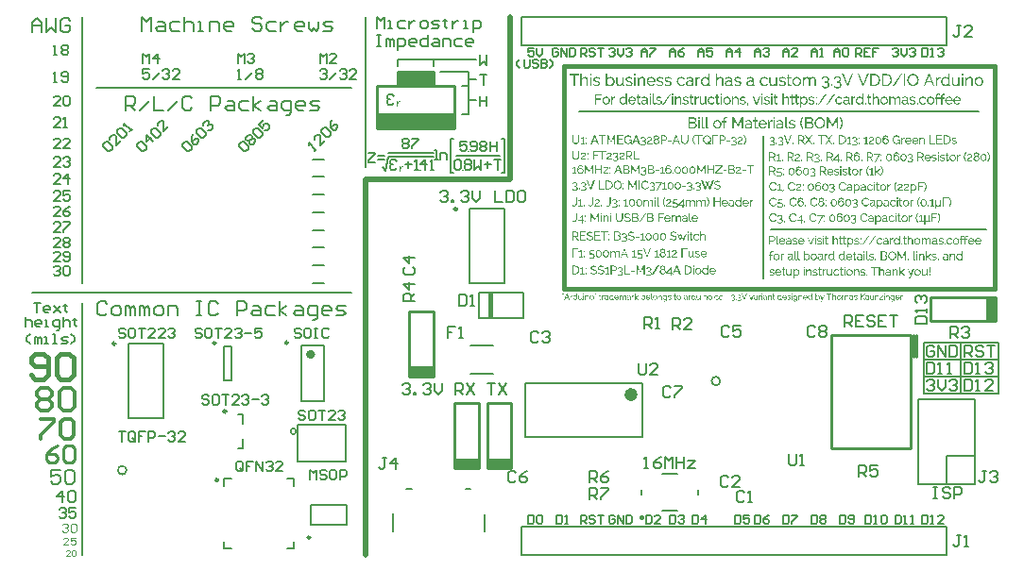
<source format=gto>
G04 Layer_Color=16777215*
%FSAX25Y25*%
%MOIN*%
G70*
G01*
G75*
%ADD41C,0.01000*%
%ADD64C,0.00984*%
%ADD65C,0.00394*%
%ADD66C,0.00600*%
%ADD67C,0.02362*%
%ADD68C,0.00787*%
%ADD69C,0.01575*%
%ADD70C,0.02000*%
%ADD71C,0.00800*%
%ADD72C,0.01500*%
%ADD73C,0.00500*%
%ADD74C,0.01600*%
%ADD75C,0.00400*%
%ADD76C,0.00700*%
%ADD77C,0.01200*%
%ADD78C,0.01400*%
%ADD79C,0.00300*%
%ADD80R,0.03500X0.08500*%
%ADD81R,0.08500X0.03500*%
G36*
X0331287Y0219058D02*
X0331312D01*
X0331342Y0219056D01*
X0331377Y0219054D01*
X0331416Y0219049D01*
X0331455Y0219045D01*
X0331499Y0219038D01*
X0331589Y0219022D01*
X0331681Y0218998D01*
X0331774Y0218968D01*
X0331776D01*
X0331785Y0218964D01*
X0331797Y0218959D01*
X0331816Y0218952D01*
X0331836Y0218941D01*
X0331862Y0218929D01*
X0331889Y0218915D01*
X0331920Y0218899D01*
X0331954Y0218881D01*
X0331989Y0218860D01*
X0332065Y0218811D01*
X0332143Y0218754D01*
X0332222Y0218687D01*
X0332049Y0218402D01*
X0332047Y0218405D01*
X0332042Y0218409D01*
X0332033Y0218416D01*
X0332021Y0218428D01*
X0332005Y0218439D01*
X0331989Y0218453D01*
X0331968Y0218469D01*
X0331945Y0218488D01*
X0331917Y0218506D01*
X0331889Y0218525D01*
X0331829Y0218564D01*
X0331760Y0218601D01*
X0331686Y0218636D01*
X0331684D01*
X0331677Y0218640D01*
X0331665Y0218643D01*
X0331651Y0218650D01*
X0331631Y0218656D01*
X0331608Y0218663D01*
X0331582Y0218670D01*
X0331552Y0218680D01*
X0331520Y0218687D01*
X0331485Y0218693D01*
X0331448Y0218700D01*
X0331409Y0218707D01*
X0331324Y0218717D01*
X0331231Y0218721D01*
X0331194D01*
X0331169Y0218719D01*
X0331139Y0218717D01*
X0331102Y0218714D01*
X0331062Y0218710D01*
X0331021Y0218705D01*
X0330931Y0218687D01*
X0330887Y0218677D01*
X0330841Y0218663D01*
X0330799Y0218647D01*
X0330757Y0218629D01*
X0330721Y0218608D01*
X0330686Y0218583D01*
X0330684Y0218580D01*
X0330679Y0218576D01*
X0330670Y0218569D01*
X0330661Y0218557D01*
X0330649Y0218543D01*
X0330635Y0218527D01*
X0330619Y0218506D01*
X0330605Y0218486D01*
X0330589Y0218460D01*
X0330573Y0218432D01*
X0330559Y0218402D01*
X0330547Y0218368D01*
X0330538Y0218333D01*
X0330529Y0218294D01*
X0330524Y0218255D01*
X0330522Y0218211D01*
Y0218208D01*
Y0218206D01*
Y0218199D01*
Y0218190D01*
X0330524Y0218169D01*
X0330526Y0218139D01*
X0330531Y0218109D01*
X0330540Y0218074D01*
X0330550Y0218042D01*
X0330563Y0218012D01*
X0330566Y0218010D01*
X0330570Y0217998D01*
X0330582Y0217984D01*
X0330596Y0217966D01*
X0330614Y0217945D01*
X0330640Y0217924D01*
X0330667Y0217901D01*
X0330700Y0217878D01*
X0330704Y0217876D01*
X0330716Y0217869D01*
X0330739Y0217857D01*
X0330767Y0217843D01*
X0330801Y0217827D01*
X0330845Y0217811D01*
X0330894Y0217793D01*
X0330949Y0217774D01*
X0330952D01*
X0330956Y0217772D01*
X0330965Y0217770D01*
X0330977Y0217767D01*
X0330991Y0217762D01*
X0331009Y0217758D01*
X0331030Y0217753D01*
X0331053Y0217746D01*
X0331079Y0217739D01*
X0331106Y0217733D01*
X0331169Y0217719D01*
X0331236Y0217700D01*
X0331312Y0217684D01*
X0331314D01*
X0331324Y0217682D01*
X0331335Y0217679D01*
X0331351Y0217675D01*
X0331372Y0217670D01*
X0331397Y0217666D01*
X0331425Y0217659D01*
X0331455Y0217652D01*
X0331522Y0217635D01*
X0331594Y0217617D01*
X0331668Y0217596D01*
X0331742Y0217573D01*
X0331744D01*
X0331751Y0217571D01*
X0331760Y0217566D01*
X0331774Y0217562D01*
X0331790Y0217555D01*
X0331811Y0217548D01*
X0331832Y0217538D01*
X0331857Y0217529D01*
X0331908Y0217506D01*
X0331963Y0217478D01*
X0332021Y0217446D01*
X0332074Y0217411D01*
X0332077D01*
X0332081Y0217407D01*
X0332088Y0217402D01*
X0332097Y0217393D01*
X0332123Y0217372D01*
X0332155Y0217344D01*
X0332190Y0217310D01*
X0332224Y0217268D01*
X0332261Y0217222D01*
X0332291Y0217169D01*
Y0217167D01*
X0332294Y0217162D01*
X0332298Y0217155D01*
X0332303Y0217143D01*
X0332310Y0217130D01*
X0332314Y0217111D01*
X0332321Y0217093D01*
X0332331Y0217070D01*
X0332338Y0217046D01*
X0332345Y0217019D01*
X0332356Y0216959D01*
X0332365Y0216889D01*
X0332368Y0216815D01*
Y0216813D01*
Y0216806D01*
Y0216795D01*
X0332365Y0216781D01*
Y0216762D01*
X0332363Y0216739D01*
X0332361Y0216716D01*
X0332356Y0216688D01*
X0332347Y0216631D01*
X0332331Y0216568D01*
X0332310Y0216506D01*
X0332282Y0216443D01*
Y0216441D01*
X0332277Y0216437D01*
X0332273Y0216427D01*
X0332266Y0216418D01*
X0332259Y0216404D01*
X0332247Y0216388D01*
X0332222Y0216351D01*
X0332190Y0216309D01*
X0332148Y0216263D01*
X0332102Y0216219D01*
X0332049Y0216178D01*
X0332047D01*
X0332042Y0216173D01*
X0332033Y0216169D01*
X0332023Y0216162D01*
X0332007Y0216153D01*
X0331991Y0216141D01*
X0331970Y0216132D01*
X0331949Y0216118D01*
X0331924Y0216106D01*
X0331896Y0216092D01*
X0331836Y0216067D01*
X0331772Y0216044D01*
X0331698Y0216023D01*
X0331695D01*
X0331688Y0216021D01*
X0331677Y0216019D01*
X0331663Y0216016D01*
X0331645Y0216012D01*
X0331622Y0216009D01*
X0331596Y0216005D01*
X0331568Y0216000D01*
X0331536Y0215995D01*
X0331504Y0215991D01*
X0331430Y0215984D01*
X0331347Y0215979D01*
X0331261Y0215977D01*
X0331229D01*
X0331213Y0215979D01*
X0331192D01*
X0331169Y0215982D01*
X0331141Y0215984D01*
X0331111Y0215986D01*
X0331081Y0215991D01*
X0331046Y0215995D01*
X0331009Y0216000D01*
X0330928Y0216016D01*
X0330841Y0216035D01*
X0330746Y0216058D01*
X0330647Y0216088D01*
X0330545Y0216125D01*
X0330441Y0216171D01*
X0330337Y0216222D01*
X0330284Y0216252D01*
X0330233Y0216284D01*
X0330182Y0216317D01*
X0330132Y0216353D01*
X0330081Y0216393D01*
X0330032Y0216434D01*
X0330208Y0216723D01*
X0330210Y0216721D01*
X0330217Y0216716D01*
X0330228Y0216707D01*
X0330242Y0216693D01*
X0330261Y0216679D01*
X0330284Y0216661D01*
X0330309Y0216642D01*
X0330339Y0216619D01*
X0330372Y0216596D01*
X0330406Y0216573D01*
X0330446Y0216550D01*
X0330485Y0216524D01*
X0330529Y0216499D01*
X0330573Y0216476D01*
X0330670Y0216430D01*
X0330672Y0216427D01*
X0330681Y0216425D01*
X0330697Y0216420D01*
X0330716Y0216411D01*
X0330741Y0216404D01*
X0330771Y0216395D01*
X0330806Y0216384D01*
X0330843Y0216374D01*
X0330887Y0216363D01*
X0330933Y0216353D01*
X0330982Y0216342D01*
X0331032Y0216335D01*
X0331088Y0216328D01*
X0331146Y0216321D01*
X0331206Y0216319D01*
X0331266Y0216317D01*
X0331298D01*
X0331321Y0216319D01*
X0331351Y0216321D01*
X0331383Y0216323D01*
X0331420Y0216326D01*
X0331460Y0216330D01*
X0331545Y0216344D01*
X0331633Y0216367D01*
X0331675Y0216379D01*
X0331716Y0216395D01*
X0331755Y0216413D01*
X0331792Y0216434D01*
X0331795Y0216437D01*
X0331799Y0216439D01*
X0331809Y0216446D01*
X0331822Y0216457D01*
X0331836Y0216469D01*
X0331850Y0216483D01*
X0331869Y0216501D01*
X0331885Y0216522D01*
X0331901Y0216545D01*
X0331920Y0216573D01*
X0331933Y0216601D01*
X0331949Y0216633D01*
X0331961Y0216665D01*
X0331970Y0216705D01*
X0331975Y0216744D01*
X0331977Y0216785D01*
Y0216788D01*
Y0216790D01*
Y0216797D01*
Y0216806D01*
X0331975Y0216829D01*
X0331970Y0216859D01*
X0331966Y0216892D01*
X0331956Y0216929D01*
X0331943Y0216963D01*
X0331926Y0216996D01*
X0331924Y0217000D01*
X0331917Y0217009D01*
X0331906Y0217026D01*
X0331887Y0217046D01*
X0331866Y0217070D01*
X0331839Y0217095D01*
X0331806Y0217120D01*
X0331769Y0217146D01*
X0331765Y0217148D01*
X0331758Y0217153D01*
X0331751Y0217157D01*
X0331728Y0217169D01*
X0331698Y0217185D01*
X0331658Y0217201D01*
X0331612Y0217222D01*
X0331559Y0217241D01*
X0331499Y0217259D01*
X0331497D01*
X0331492Y0217261D01*
X0331483Y0217264D01*
X0331469Y0217268D01*
X0331453Y0217273D01*
X0331434Y0217277D01*
X0331414Y0217282D01*
X0331388Y0217289D01*
X0331360Y0217296D01*
X0331333Y0217305D01*
X0331266Y0217321D01*
X0331192Y0217340D01*
X0331113Y0217358D01*
X0331111D01*
X0331104Y0217361D01*
X0331090Y0217363D01*
X0331074Y0217368D01*
X0331053Y0217372D01*
X0331030Y0217379D01*
X0331002Y0217386D01*
X0330975Y0217393D01*
X0330910Y0217409D01*
X0330841Y0217428D01*
X0330769Y0217448D01*
X0330700Y0217472D01*
X0330697D01*
X0330693Y0217474D01*
X0330681Y0217478D01*
X0330670Y0217483D01*
X0330654Y0217488D01*
X0330635Y0217495D01*
X0330593Y0217513D01*
X0330545Y0217536D01*
X0330494Y0217562D01*
X0330443Y0217592D01*
X0330393Y0217624D01*
X0330390Y0217626D01*
X0330388Y0217629D01*
X0330381Y0217633D01*
X0330372Y0217640D01*
X0330349Y0217661D01*
X0330323Y0217689D01*
X0330291Y0217721D01*
X0330261Y0217758D01*
X0330231Y0217802D01*
X0330203Y0217848D01*
Y0217850D01*
X0330201Y0217855D01*
X0330199Y0217862D01*
X0330194Y0217871D01*
X0330189Y0217885D01*
X0330182Y0217899D01*
X0330178Y0217917D01*
X0330173Y0217938D01*
X0330161Y0217984D01*
X0330150Y0218040D01*
X0330143Y0218102D01*
X0330141Y0218169D01*
Y0218171D01*
Y0218178D01*
Y0218190D01*
X0330143Y0218206D01*
Y0218225D01*
X0330145Y0218245D01*
X0330148Y0218271D01*
X0330150Y0218299D01*
X0330161Y0218356D01*
X0330175Y0218421D01*
X0330194Y0218488D01*
X0330222Y0218553D01*
Y0218555D01*
X0330226Y0218560D01*
X0330231Y0218569D01*
X0330236Y0218580D01*
X0330245Y0218594D01*
X0330254Y0218613D01*
X0330279Y0218652D01*
X0330312Y0218696D01*
X0330351Y0218742D01*
X0330397Y0218788D01*
X0330448Y0218832D01*
X0330450Y0218834D01*
X0330455Y0218837D01*
X0330464Y0218844D01*
X0330473Y0218850D01*
X0330490Y0218860D01*
X0330506Y0218871D01*
X0330524Y0218883D01*
X0330547Y0218897D01*
X0330570Y0218911D01*
X0330598Y0218924D01*
X0330658Y0218952D01*
X0330725Y0218980D01*
X0330797Y0219003D01*
X0330799D01*
X0330806Y0219005D01*
X0330818Y0219008D01*
X0330831Y0219012D01*
X0330850Y0219017D01*
X0330873Y0219022D01*
X0330898Y0219026D01*
X0330926Y0219033D01*
X0330959Y0219038D01*
X0330993Y0219042D01*
X0331067Y0219052D01*
X0331148Y0219058D01*
X0331236Y0219061D01*
X0331266D01*
X0331287Y0219058D01*
D02*
G37*
G36*
X0336509Y0218624D02*
X0336140D01*
Y0219123D01*
X0336509D01*
Y0218624D01*
D02*
G37*
G36*
X0303306Y0212116D02*
X0302081D01*
X0301885Y0211139D01*
X0301887Y0211141D01*
X0301894Y0211155D01*
X0301906Y0211176D01*
X0301926Y0211201D01*
X0301954Y0211229D01*
X0301970Y0211243D01*
X0301989Y0211259D01*
X0302010Y0211273D01*
X0302035Y0211287D01*
X0302060Y0211300D01*
X0302090Y0211314D01*
X0302093D01*
X0302097Y0211317D01*
X0302107Y0211321D01*
X0302118Y0211326D01*
X0302134Y0211331D01*
X0302153Y0211335D01*
X0302174Y0211342D01*
X0302197Y0211349D01*
X0302250Y0211361D01*
X0302312Y0211372D01*
X0302379Y0211379D01*
X0302451Y0211381D01*
X0302485D01*
X0302506Y0211379D01*
X0302527Y0211377D01*
X0302552Y0211374D01*
X0302578Y0211372D01*
X0302640Y0211363D01*
X0302705Y0211351D01*
X0302774Y0211333D01*
X0302843Y0211310D01*
X0302846D01*
X0302853Y0211308D01*
X0302862Y0211303D01*
X0302873Y0211296D01*
X0302890Y0211289D01*
X0302908Y0211280D01*
X0302952Y0211257D01*
X0303003Y0211229D01*
X0303056Y0211194D01*
X0303112Y0211153D01*
X0303165Y0211106D01*
X0303167Y0211104D01*
X0303171Y0211100D01*
X0303178Y0211093D01*
X0303188Y0211083D01*
X0303199Y0211072D01*
X0303213Y0211056D01*
X0303227Y0211039D01*
X0303243Y0211019D01*
X0303278Y0210972D01*
X0303315Y0210919D01*
X0303349Y0210862D01*
X0303382Y0210795D01*
Y0210792D01*
X0303384Y0210785D01*
X0303389Y0210776D01*
X0303393Y0210762D01*
X0303400Y0210746D01*
X0303407Y0210725D01*
X0303414Y0210705D01*
X0303421Y0210677D01*
X0303428Y0210649D01*
X0303435Y0210619D01*
X0303449Y0210552D01*
X0303458Y0210478D01*
X0303460Y0210400D01*
Y0210397D01*
Y0210390D01*
Y0210377D01*
X0303458Y0210360D01*
Y0210340D01*
X0303456Y0210316D01*
X0303453Y0210291D01*
X0303449Y0210261D01*
X0303439Y0210196D01*
X0303423Y0210125D01*
X0303402Y0210053D01*
X0303375Y0209981D01*
Y0209979D01*
X0303370Y0209972D01*
X0303365Y0209963D01*
X0303359Y0209949D01*
X0303352Y0209933D01*
X0303340Y0209914D01*
X0303315Y0209871D01*
X0303282Y0209820D01*
X0303243Y0209767D01*
X0303197Y0209711D01*
X0303146Y0209660D01*
X0303144Y0209658D01*
X0303139Y0209656D01*
X0303132Y0209649D01*
X0303121Y0209640D01*
X0303107Y0209628D01*
X0303091Y0209614D01*
X0303070Y0209600D01*
X0303049Y0209587D01*
X0302998Y0209552D01*
X0302941Y0209517D01*
X0302876Y0209485D01*
X0302804Y0209455D01*
X0302802D01*
X0302795Y0209453D01*
X0302786Y0209448D01*
X0302770Y0209443D01*
X0302751Y0209439D01*
X0302730Y0209432D01*
X0302707Y0209425D01*
X0302679Y0209418D01*
X0302649Y0209411D01*
X0302617Y0209404D01*
X0302545Y0209392D01*
X0302469Y0209383D01*
X0302388Y0209381D01*
X0302361D01*
X0302344Y0209383D01*
X0302328D01*
X0302287Y0209385D01*
X0302238Y0209390D01*
X0302185Y0209399D01*
X0302130Y0209409D01*
X0302072Y0209422D01*
X0302070D01*
X0302065Y0209425D01*
X0302058Y0209427D01*
X0302046Y0209429D01*
X0302035Y0209434D01*
X0302019Y0209439D01*
X0301982Y0209453D01*
X0301940Y0209469D01*
X0301894Y0209489D01*
X0301848Y0209513D01*
X0301799Y0209540D01*
X0301797D01*
X0301795Y0209545D01*
X0301788Y0209547D01*
X0301779Y0209554D01*
X0301755Y0209570D01*
X0301723Y0209593D01*
X0301689Y0209621D01*
X0301649Y0209653D01*
X0301610Y0209688D01*
X0301571Y0209727D01*
Y0209730D01*
X0301566Y0209732D01*
X0301561Y0209739D01*
X0301554Y0209746D01*
X0301536Y0209771D01*
X0301511Y0209801D01*
X0301485Y0209841D01*
X0301455Y0209889D01*
X0301428Y0209942D01*
X0301400Y0210000D01*
X0301642Y0210169D01*
X0301645Y0210166D01*
X0301649Y0210159D01*
X0301656Y0210148D01*
X0301668Y0210134D01*
X0301679Y0210116D01*
X0301695Y0210095D01*
X0301714Y0210072D01*
X0301735Y0210046D01*
X0301783Y0209993D01*
X0301839Y0209938D01*
X0301901Y0209885D01*
X0301970Y0209836D01*
X0301973Y0209834D01*
X0301980Y0209831D01*
X0301989Y0209824D01*
X0302005Y0209818D01*
X0302021Y0209808D01*
X0302044Y0209799D01*
X0302067Y0209788D01*
X0302095Y0209778D01*
X0302125Y0209767D01*
X0302157Y0209755D01*
X0302229Y0209737D01*
X0302308Y0209723D01*
X0302349Y0209720D01*
X0302391Y0209718D01*
X0302416D01*
X0302430Y0209720D01*
X0302444D01*
X0302481Y0209725D01*
X0302522Y0209730D01*
X0302569Y0209739D01*
X0302615Y0209751D01*
X0302663Y0209767D01*
X0302666D01*
X0302668Y0209769D01*
X0302675Y0209771D01*
X0302684Y0209776D01*
X0302707Y0209788D01*
X0302737Y0209804D01*
X0302772Y0209822D01*
X0302809Y0209847D01*
X0302846Y0209875D01*
X0302883Y0209908D01*
X0302887Y0209912D01*
X0302899Y0209924D01*
X0302915Y0209942D01*
X0302936Y0209968D01*
X0302961Y0210000D01*
X0302984Y0210035D01*
X0303010Y0210076D01*
X0303031Y0210120D01*
Y0210122D01*
X0303033Y0210125D01*
X0303035Y0210132D01*
X0303040Y0210141D01*
X0303042Y0210155D01*
X0303047Y0210169D01*
X0303058Y0210201D01*
X0303068Y0210243D01*
X0303075Y0210289D01*
X0303081Y0210340D01*
X0303084Y0210395D01*
Y0210397D01*
Y0210402D01*
Y0210409D01*
Y0210420D01*
X0303081Y0210432D01*
Y0210448D01*
X0303077Y0210483D01*
X0303072Y0210524D01*
X0303063Y0210568D01*
X0303049Y0210612D01*
X0303033Y0210658D01*
Y0210661D01*
X0303031Y0210663D01*
X0303028Y0210670D01*
X0303024Y0210679D01*
X0303012Y0210700D01*
X0302996Y0210730D01*
X0302975Y0210762D01*
X0302952Y0210797D01*
X0302924Y0210832D01*
X0302892Y0210864D01*
X0302887Y0210869D01*
X0302876Y0210878D01*
X0302857Y0210894D01*
X0302832Y0210915D01*
X0302802Y0210936D01*
X0302765Y0210959D01*
X0302726Y0210979D01*
X0302682Y0210998D01*
X0302679D01*
X0302677Y0211000D01*
X0302670Y0211002D01*
X0302661Y0211005D01*
X0302636Y0211012D01*
X0302603Y0211021D01*
X0302566Y0211030D01*
X0302520Y0211037D01*
X0302472Y0211042D01*
X0302421Y0211044D01*
X0302402D01*
X0302388Y0211042D01*
X0302372D01*
X0302351Y0211039D01*
X0302331Y0211037D01*
X0302305Y0211035D01*
X0302252Y0211023D01*
X0302192Y0211010D01*
X0302130Y0210991D01*
X0302067Y0210963D01*
X0302065D01*
X0302060Y0210959D01*
X0302051Y0210954D01*
X0302040Y0210947D01*
X0302026Y0210940D01*
X0302010Y0210929D01*
X0301973Y0210901D01*
X0301929Y0210866D01*
X0301883Y0210822D01*
X0301836Y0210771D01*
X0301790Y0210712D01*
X0301462D01*
Y0210714D01*
Y0210721D01*
X0301464Y0210732D01*
X0301467Y0210751D01*
X0301469Y0210771D01*
X0301474Y0210797D01*
X0301478Y0210829D01*
X0301483Y0210864D01*
Y0210866D01*
Y0210869D01*
X0301485Y0210882D01*
X0301490Y0210903D01*
X0301495Y0210931D01*
X0301501Y0210963D01*
X0301508Y0211002D01*
X0301515Y0211042D01*
X0301524Y0211086D01*
Y0211088D01*
X0301527Y0211090D01*
Y0211097D01*
X0301529Y0211106D01*
X0301534Y0211132D01*
X0301541Y0211164D01*
X0301550Y0211204D01*
X0301559Y0211247D01*
X0301568Y0211298D01*
X0301580Y0211351D01*
Y0211354D01*
X0301582Y0211358D01*
Y0211365D01*
X0301585Y0211377D01*
X0301587Y0211391D01*
X0301591Y0211407D01*
X0301598Y0211444D01*
X0301608Y0211490D01*
X0301617Y0211539D01*
X0301628Y0211594D01*
X0301638Y0211649D01*
Y0211654D01*
X0301640Y0211666D01*
X0301645Y0211684D01*
X0301649Y0211712D01*
X0301656Y0211744D01*
X0301665Y0211783D01*
X0301675Y0211829D01*
X0301684Y0211883D01*
X0301695Y0211938D01*
X0301709Y0212000D01*
X0301723Y0212068D01*
X0301737Y0212139D01*
X0301751Y0212215D01*
X0301767Y0212294D01*
X0301783Y0212377D01*
X0301799Y0212462D01*
X0303306D01*
Y0212116D01*
D02*
G37*
G36*
X0308722Y0217749D02*
X0308399D01*
Y0218241D01*
X0308722D01*
Y0217749D01*
D02*
G37*
G36*
X0301836Y0219058D02*
X0301862D01*
X0301892Y0219056D01*
X0301926Y0219054D01*
X0301966Y0219049D01*
X0302005Y0219045D01*
X0302049Y0219038D01*
X0302139Y0219022D01*
X0302231Y0218998D01*
X0302324Y0218968D01*
X0302326D01*
X0302335Y0218964D01*
X0302347Y0218959D01*
X0302365Y0218952D01*
X0302386Y0218941D01*
X0302412Y0218929D01*
X0302439Y0218915D01*
X0302469Y0218899D01*
X0302504Y0218881D01*
X0302539Y0218860D01*
X0302615Y0218811D01*
X0302693Y0218754D01*
X0302772Y0218687D01*
X0302599Y0218402D01*
X0302596Y0218405D01*
X0302592Y0218409D01*
X0302583Y0218416D01*
X0302571Y0218428D01*
X0302555Y0218439D01*
X0302539Y0218453D01*
X0302518Y0218469D01*
X0302495Y0218488D01*
X0302467Y0218506D01*
X0302439Y0218525D01*
X0302379Y0218564D01*
X0302310Y0218601D01*
X0302236Y0218636D01*
X0302234D01*
X0302227Y0218640D01*
X0302215Y0218643D01*
X0302201Y0218650D01*
X0302181Y0218656D01*
X0302157Y0218663D01*
X0302132Y0218670D01*
X0302102Y0218680D01*
X0302070Y0218687D01*
X0302035Y0218693D01*
X0301998Y0218700D01*
X0301959Y0218707D01*
X0301873Y0218717D01*
X0301781Y0218721D01*
X0301744D01*
X0301718Y0218719D01*
X0301689Y0218717D01*
X0301652Y0218714D01*
X0301612Y0218710D01*
X0301571Y0218705D01*
X0301481Y0218687D01*
X0301437Y0218677D01*
X0301391Y0218663D01*
X0301349Y0218647D01*
X0301307Y0218629D01*
X0301270Y0218608D01*
X0301236Y0218583D01*
X0301233Y0218580D01*
X0301229Y0218576D01*
X0301220Y0218569D01*
X0301210Y0218557D01*
X0301199Y0218543D01*
X0301185Y0218527D01*
X0301169Y0218506D01*
X0301155Y0218486D01*
X0301139Y0218460D01*
X0301122Y0218432D01*
X0301109Y0218402D01*
X0301097Y0218368D01*
X0301088Y0218333D01*
X0301079Y0218294D01*
X0301074Y0218255D01*
X0301072Y0218211D01*
Y0218208D01*
Y0218206D01*
Y0218199D01*
Y0218190D01*
X0301074Y0218169D01*
X0301076Y0218139D01*
X0301081Y0218109D01*
X0301090Y0218074D01*
X0301099Y0218042D01*
X0301113Y0218012D01*
X0301116Y0218010D01*
X0301120Y0217998D01*
X0301132Y0217984D01*
X0301146Y0217966D01*
X0301164Y0217945D01*
X0301189Y0217924D01*
X0301217Y0217901D01*
X0301250Y0217878D01*
X0301254Y0217876D01*
X0301266Y0217869D01*
X0301289Y0217857D01*
X0301317Y0217843D01*
X0301351Y0217827D01*
X0301395Y0217811D01*
X0301444Y0217793D01*
X0301499Y0217774D01*
X0301501D01*
X0301506Y0217772D01*
X0301515Y0217770D01*
X0301527Y0217767D01*
X0301541Y0217762D01*
X0301559Y0217758D01*
X0301580Y0217753D01*
X0301603Y0217746D01*
X0301628Y0217739D01*
X0301656Y0217733D01*
X0301718Y0217719D01*
X0301785Y0217700D01*
X0301862Y0217684D01*
X0301864D01*
X0301873Y0217682D01*
X0301885Y0217679D01*
X0301901Y0217675D01*
X0301922Y0217670D01*
X0301947Y0217666D01*
X0301975Y0217659D01*
X0302005Y0217652D01*
X0302072Y0217635D01*
X0302144Y0217617D01*
X0302218Y0217596D01*
X0302291Y0217573D01*
X0302294D01*
X0302301Y0217571D01*
X0302310Y0217566D01*
X0302324Y0217562D01*
X0302340Y0217555D01*
X0302361Y0217548D01*
X0302381Y0217538D01*
X0302407Y0217529D01*
X0302458Y0217506D01*
X0302513Y0217478D01*
X0302571Y0217446D01*
X0302624Y0217411D01*
X0302626D01*
X0302631Y0217407D01*
X0302638Y0217402D01*
X0302647Y0217393D01*
X0302673Y0217372D01*
X0302705Y0217344D01*
X0302740Y0217310D01*
X0302774Y0217268D01*
X0302811Y0217222D01*
X0302841Y0217169D01*
Y0217167D01*
X0302843Y0217162D01*
X0302848Y0217155D01*
X0302853Y0217143D01*
X0302860Y0217130D01*
X0302864Y0217111D01*
X0302871Y0217093D01*
X0302881Y0217070D01*
X0302887Y0217046D01*
X0302894Y0217019D01*
X0302906Y0216959D01*
X0302915Y0216889D01*
X0302917Y0216815D01*
Y0216813D01*
Y0216806D01*
Y0216795D01*
X0302915Y0216781D01*
Y0216762D01*
X0302913Y0216739D01*
X0302910Y0216716D01*
X0302906Y0216688D01*
X0302897Y0216631D01*
X0302881Y0216568D01*
X0302860Y0216506D01*
X0302832Y0216443D01*
Y0216441D01*
X0302827Y0216437D01*
X0302823Y0216427D01*
X0302816Y0216418D01*
X0302809Y0216404D01*
X0302797Y0216388D01*
X0302772Y0216351D01*
X0302740Y0216309D01*
X0302698Y0216263D01*
X0302652Y0216219D01*
X0302599Y0216178D01*
X0302596D01*
X0302592Y0216173D01*
X0302583Y0216169D01*
X0302573Y0216162D01*
X0302557Y0216153D01*
X0302541Y0216141D01*
X0302520Y0216132D01*
X0302499Y0216118D01*
X0302474Y0216106D01*
X0302446Y0216092D01*
X0302386Y0216067D01*
X0302321Y0216044D01*
X0302248Y0216023D01*
X0302245D01*
X0302238Y0216021D01*
X0302227Y0216019D01*
X0302213Y0216016D01*
X0302194Y0216012D01*
X0302171Y0216009D01*
X0302146Y0216005D01*
X0302118Y0216000D01*
X0302086Y0215995D01*
X0302053Y0215991D01*
X0301980Y0215984D01*
X0301896Y0215979D01*
X0301811Y0215977D01*
X0301779D01*
X0301762Y0215979D01*
X0301742D01*
X0301718Y0215982D01*
X0301691Y0215984D01*
X0301661Y0215986D01*
X0301631Y0215991D01*
X0301596Y0215995D01*
X0301559Y0216000D01*
X0301478Y0216016D01*
X0301391Y0216035D01*
X0301296Y0216058D01*
X0301197Y0216088D01*
X0301095Y0216125D01*
X0300991Y0216171D01*
X0300887Y0216222D01*
X0300834Y0216252D01*
X0300783Y0216284D01*
X0300732Y0216317D01*
X0300681Y0216353D01*
X0300630Y0216393D01*
X0300582Y0216434D01*
X0300758Y0216723D01*
X0300760Y0216721D01*
X0300767Y0216716D01*
X0300778Y0216707D01*
X0300792Y0216693D01*
X0300811Y0216679D01*
X0300834Y0216661D01*
X0300859Y0216642D01*
X0300889Y0216619D01*
X0300922Y0216596D01*
X0300956Y0216573D01*
X0300995Y0216550D01*
X0301035Y0216524D01*
X0301079Y0216499D01*
X0301122Y0216476D01*
X0301220Y0216430D01*
X0301222Y0216427D01*
X0301231Y0216425D01*
X0301247Y0216420D01*
X0301266Y0216411D01*
X0301291Y0216404D01*
X0301321Y0216395D01*
X0301356Y0216384D01*
X0301393Y0216374D01*
X0301437Y0216363D01*
X0301483Y0216353D01*
X0301531Y0216342D01*
X0301582Y0216335D01*
X0301638Y0216328D01*
X0301695Y0216321D01*
X0301755Y0216319D01*
X0301816Y0216317D01*
X0301848D01*
X0301871Y0216319D01*
X0301901Y0216321D01*
X0301933Y0216323D01*
X0301970Y0216326D01*
X0302010Y0216330D01*
X0302095Y0216344D01*
X0302183Y0216367D01*
X0302224Y0216379D01*
X0302266Y0216395D01*
X0302305Y0216413D01*
X0302342Y0216434D01*
X0302344Y0216437D01*
X0302349Y0216439D01*
X0302358Y0216446D01*
X0302372Y0216457D01*
X0302386Y0216469D01*
X0302400Y0216483D01*
X0302418Y0216501D01*
X0302435Y0216522D01*
X0302451Y0216545D01*
X0302469Y0216573D01*
X0302483Y0216601D01*
X0302499Y0216633D01*
X0302511Y0216665D01*
X0302520Y0216705D01*
X0302525Y0216744D01*
X0302527Y0216785D01*
Y0216788D01*
Y0216790D01*
Y0216797D01*
Y0216806D01*
X0302525Y0216829D01*
X0302520Y0216859D01*
X0302516Y0216892D01*
X0302506Y0216929D01*
X0302492Y0216963D01*
X0302476Y0216996D01*
X0302474Y0217000D01*
X0302467Y0217009D01*
X0302455Y0217026D01*
X0302437Y0217046D01*
X0302416Y0217070D01*
X0302388Y0217095D01*
X0302356Y0217120D01*
X0302319Y0217146D01*
X0302314Y0217148D01*
X0302308Y0217153D01*
X0302301Y0217157D01*
X0302277Y0217169D01*
X0302248Y0217185D01*
X0302208Y0217201D01*
X0302162Y0217222D01*
X0302109Y0217241D01*
X0302049Y0217259D01*
X0302046D01*
X0302042Y0217261D01*
X0302033Y0217264D01*
X0302019Y0217268D01*
X0302003Y0217273D01*
X0301984Y0217277D01*
X0301963Y0217282D01*
X0301938Y0217289D01*
X0301910Y0217296D01*
X0301883Y0217305D01*
X0301816Y0217321D01*
X0301742Y0217340D01*
X0301663Y0217358D01*
X0301661D01*
X0301654Y0217361D01*
X0301640Y0217363D01*
X0301624Y0217368D01*
X0301603Y0217372D01*
X0301580Y0217379D01*
X0301552Y0217386D01*
X0301524Y0217393D01*
X0301460Y0217409D01*
X0301391Y0217428D01*
X0301319Y0217448D01*
X0301250Y0217472D01*
X0301247D01*
X0301243Y0217474D01*
X0301231Y0217478D01*
X0301220Y0217483D01*
X0301203Y0217488D01*
X0301185Y0217495D01*
X0301143Y0217513D01*
X0301095Y0217536D01*
X0301044Y0217562D01*
X0300993Y0217592D01*
X0300942Y0217624D01*
X0300940Y0217626D01*
X0300938Y0217629D01*
X0300931Y0217633D01*
X0300922Y0217640D01*
X0300899Y0217661D01*
X0300873Y0217689D01*
X0300841Y0217721D01*
X0300811Y0217758D01*
X0300781Y0217802D01*
X0300753Y0217848D01*
Y0217850D01*
X0300751Y0217855D01*
X0300748Y0217862D01*
X0300744Y0217871D01*
X0300739Y0217885D01*
X0300732Y0217899D01*
X0300728Y0217917D01*
X0300723Y0217938D01*
X0300711Y0217984D01*
X0300700Y0218040D01*
X0300693Y0218102D01*
X0300691Y0218169D01*
Y0218171D01*
Y0218178D01*
Y0218190D01*
X0300693Y0218206D01*
Y0218225D01*
X0300695Y0218245D01*
X0300697Y0218271D01*
X0300700Y0218299D01*
X0300711Y0218356D01*
X0300725Y0218421D01*
X0300744Y0218488D01*
X0300771Y0218553D01*
Y0218555D01*
X0300776Y0218560D01*
X0300781Y0218569D01*
X0300785Y0218580D01*
X0300795Y0218594D01*
X0300804Y0218613D01*
X0300829Y0218652D01*
X0300862Y0218696D01*
X0300901Y0218742D01*
X0300947Y0218788D01*
X0300998Y0218832D01*
X0301000Y0218834D01*
X0301005Y0218837D01*
X0301014Y0218844D01*
X0301023Y0218850D01*
X0301039Y0218860D01*
X0301056Y0218871D01*
X0301074Y0218883D01*
X0301097Y0218897D01*
X0301120Y0218911D01*
X0301148Y0218924D01*
X0301208Y0218952D01*
X0301275Y0218980D01*
X0301347Y0219003D01*
X0301349D01*
X0301356Y0219005D01*
X0301367Y0219008D01*
X0301381Y0219012D01*
X0301400Y0219017D01*
X0301423Y0219022D01*
X0301448Y0219026D01*
X0301476Y0219033D01*
X0301508Y0219038D01*
X0301543Y0219042D01*
X0301617Y0219052D01*
X0301698Y0219058D01*
X0301785Y0219061D01*
X0301816D01*
X0301836Y0219058D01*
D02*
G37*
G36*
X0316422D02*
X0316447D01*
X0316477Y0219056D01*
X0316512Y0219054D01*
X0316551Y0219049D01*
X0316590Y0219045D01*
X0316634Y0219038D01*
X0316724Y0219022D01*
X0316817Y0218998D01*
X0316909Y0218968D01*
X0316911D01*
X0316921Y0218964D01*
X0316932Y0218959D01*
X0316951Y0218952D01*
X0316971Y0218941D01*
X0316997Y0218929D01*
X0317025Y0218915D01*
X0317055Y0218899D01*
X0317089Y0218881D01*
X0317124Y0218860D01*
X0317200Y0218811D01*
X0317279Y0218754D01*
X0317357Y0218687D01*
X0317184Y0218402D01*
X0317182Y0218405D01*
X0317177Y0218409D01*
X0317168Y0218416D01*
X0317156Y0218428D01*
X0317140Y0218439D01*
X0317124Y0218453D01*
X0317103Y0218469D01*
X0317080Y0218488D01*
X0317052Y0218506D01*
X0317025Y0218525D01*
X0316965Y0218564D01*
X0316895Y0218601D01*
X0316821Y0218636D01*
X0316819D01*
X0316812Y0218640D01*
X0316800Y0218643D01*
X0316787Y0218650D01*
X0316766Y0218656D01*
X0316743Y0218663D01*
X0316717Y0218670D01*
X0316687Y0218680D01*
X0316655Y0218687D01*
X0316620Y0218693D01*
X0316583Y0218700D01*
X0316544Y0218707D01*
X0316459Y0218717D01*
X0316366Y0218721D01*
X0316329D01*
X0316304Y0218719D01*
X0316274Y0218717D01*
X0316237Y0218714D01*
X0316198Y0218710D01*
X0316156Y0218705D01*
X0316066Y0218687D01*
X0316022Y0218677D01*
X0315976Y0218663D01*
X0315934Y0218647D01*
X0315893Y0218629D01*
X0315856Y0218608D01*
X0315821Y0218583D01*
X0315819Y0218580D01*
X0315814Y0218576D01*
X0315805Y0218569D01*
X0315796Y0218557D01*
X0315784Y0218543D01*
X0315770Y0218527D01*
X0315754Y0218506D01*
X0315740Y0218486D01*
X0315724Y0218460D01*
X0315708Y0218432D01*
X0315694Y0218402D01*
X0315683Y0218368D01*
X0315673Y0218333D01*
X0315664Y0218294D01*
X0315659Y0218255D01*
X0315657Y0218211D01*
Y0218208D01*
Y0218206D01*
Y0218199D01*
Y0218190D01*
X0315659Y0218169D01*
X0315662Y0218139D01*
X0315666Y0218109D01*
X0315675Y0218074D01*
X0315685Y0218042D01*
X0315699Y0218012D01*
X0315701Y0218010D01*
X0315706Y0217998D01*
X0315717Y0217984D01*
X0315731Y0217966D01*
X0315750Y0217945D01*
X0315775Y0217924D01*
X0315803Y0217901D01*
X0315835Y0217878D01*
X0315840Y0217876D01*
X0315851Y0217869D01*
X0315874Y0217857D01*
X0315902Y0217843D01*
X0315937Y0217827D01*
X0315981Y0217811D01*
X0316029Y0217793D01*
X0316084Y0217774D01*
X0316087D01*
X0316091Y0217772D01*
X0316101Y0217770D01*
X0316112Y0217767D01*
X0316126Y0217762D01*
X0316144Y0217758D01*
X0316165Y0217753D01*
X0316188Y0217746D01*
X0316214Y0217739D01*
X0316242Y0217733D01*
X0316304Y0217719D01*
X0316371Y0217700D01*
X0316447Y0217684D01*
X0316449D01*
X0316459Y0217682D01*
X0316470Y0217679D01*
X0316486Y0217675D01*
X0316507Y0217670D01*
X0316532Y0217666D01*
X0316560Y0217659D01*
X0316590Y0217652D01*
X0316657Y0217635D01*
X0316729Y0217617D01*
X0316803Y0217596D01*
X0316877Y0217573D01*
X0316879D01*
X0316886Y0217571D01*
X0316895Y0217566D01*
X0316909Y0217562D01*
X0316925Y0217555D01*
X0316946Y0217548D01*
X0316967Y0217538D01*
X0316992Y0217529D01*
X0317043Y0217506D01*
X0317098Y0217478D01*
X0317156Y0217446D01*
X0317209Y0217411D01*
X0317212D01*
X0317216Y0217407D01*
X0317223Y0217402D01*
X0317232Y0217393D01*
X0317258Y0217372D01*
X0317290Y0217344D01*
X0317325Y0217310D01*
X0317359Y0217268D01*
X0317396Y0217222D01*
X0317426Y0217169D01*
Y0217167D01*
X0317429Y0217162D01*
X0317433Y0217155D01*
X0317438Y0217143D01*
X0317445Y0217130D01*
X0317450Y0217111D01*
X0317457Y0217093D01*
X0317466Y0217070D01*
X0317473Y0217046D01*
X0317480Y0217019D01*
X0317491Y0216959D01*
X0317500Y0216889D01*
X0317503Y0216815D01*
Y0216813D01*
Y0216806D01*
Y0216795D01*
X0317500Y0216781D01*
Y0216762D01*
X0317498Y0216739D01*
X0317496Y0216716D01*
X0317491Y0216688D01*
X0317482Y0216631D01*
X0317466Y0216568D01*
X0317445Y0216506D01*
X0317417Y0216443D01*
Y0216441D01*
X0317413Y0216437D01*
X0317408Y0216427D01*
X0317401Y0216418D01*
X0317394Y0216404D01*
X0317383Y0216388D01*
X0317357Y0216351D01*
X0317325Y0216309D01*
X0317283Y0216263D01*
X0317237Y0216219D01*
X0317184Y0216178D01*
X0317182D01*
X0317177Y0216173D01*
X0317168Y0216169D01*
X0317159Y0216162D01*
X0317142Y0216153D01*
X0317126Y0216141D01*
X0317105Y0216132D01*
X0317085Y0216118D01*
X0317059Y0216106D01*
X0317032Y0216092D01*
X0316971Y0216067D01*
X0316907Y0216044D01*
X0316833Y0216023D01*
X0316830D01*
X0316824Y0216021D01*
X0316812Y0216019D01*
X0316798Y0216016D01*
X0316780Y0216012D01*
X0316757Y0216009D01*
X0316731Y0216005D01*
X0316704Y0216000D01*
X0316671Y0215995D01*
X0316639Y0215991D01*
X0316565Y0215984D01*
X0316482Y0215979D01*
X0316396Y0215977D01*
X0316364D01*
X0316348Y0215979D01*
X0316327D01*
X0316304Y0215982D01*
X0316276Y0215984D01*
X0316246Y0215986D01*
X0316216Y0215991D01*
X0316181Y0215995D01*
X0316144Y0216000D01*
X0316064Y0216016D01*
X0315976Y0216035D01*
X0315881Y0216058D01*
X0315782Y0216088D01*
X0315680Y0216125D01*
X0315576Y0216171D01*
X0315472Y0216222D01*
X0315419Y0216252D01*
X0315368Y0216284D01*
X0315318Y0216317D01*
X0315267Y0216353D01*
X0315216Y0216393D01*
X0315167Y0216434D01*
X0315343Y0216723D01*
X0315345Y0216721D01*
X0315352Y0216716D01*
X0315364Y0216707D01*
X0315378Y0216693D01*
X0315396Y0216679D01*
X0315419Y0216661D01*
X0315444Y0216642D01*
X0315475Y0216619D01*
X0315507Y0216596D01*
X0315542Y0216573D01*
X0315581Y0216550D01*
X0315620Y0216524D01*
X0315664Y0216499D01*
X0315708Y0216476D01*
X0315805Y0216430D01*
X0315807Y0216427D01*
X0315816Y0216425D01*
X0315833Y0216420D01*
X0315851Y0216411D01*
X0315877Y0216404D01*
X0315907Y0216395D01*
X0315941Y0216384D01*
X0315978Y0216374D01*
X0316022Y0216363D01*
X0316068Y0216353D01*
X0316117Y0216342D01*
X0316168Y0216335D01*
X0316223Y0216328D01*
X0316281Y0216321D01*
X0316341Y0216319D01*
X0316401Y0216317D01*
X0316433D01*
X0316456Y0216319D01*
X0316486Y0216321D01*
X0316519Y0216323D01*
X0316556Y0216326D01*
X0316595Y0216330D01*
X0316680Y0216344D01*
X0316768Y0216367D01*
X0316810Y0216379D01*
X0316851Y0216395D01*
X0316891Y0216413D01*
X0316928Y0216434D01*
X0316930Y0216437D01*
X0316934Y0216439D01*
X0316944Y0216446D01*
X0316958Y0216457D01*
X0316971Y0216469D01*
X0316985Y0216483D01*
X0317004Y0216501D01*
X0317020Y0216522D01*
X0317036Y0216545D01*
X0317055Y0216573D01*
X0317069Y0216601D01*
X0317085Y0216633D01*
X0317096Y0216665D01*
X0317105Y0216705D01*
X0317110Y0216744D01*
X0317112Y0216785D01*
Y0216788D01*
Y0216790D01*
Y0216797D01*
Y0216806D01*
X0317110Y0216829D01*
X0317105Y0216859D01*
X0317101Y0216892D01*
X0317092Y0216929D01*
X0317078Y0216963D01*
X0317061Y0216996D01*
X0317059Y0217000D01*
X0317052Y0217009D01*
X0317041Y0217026D01*
X0317022Y0217046D01*
X0317002Y0217070D01*
X0316974Y0217095D01*
X0316941Y0217120D01*
X0316904Y0217146D01*
X0316900Y0217148D01*
X0316893Y0217153D01*
X0316886Y0217157D01*
X0316863Y0217169D01*
X0316833Y0217185D01*
X0316794Y0217201D01*
X0316747Y0217222D01*
X0316694Y0217241D01*
X0316634Y0217259D01*
X0316632D01*
X0316627Y0217261D01*
X0316618Y0217264D01*
X0316604Y0217268D01*
X0316588Y0217273D01*
X0316569Y0217277D01*
X0316549Y0217282D01*
X0316523Y0217289D01*
X0316496Y0217296D01*
X0316468Y0217305D01*
X0316401Y0217321D01*
X0316327Y0217340D01*
X0316248Y0217358D01*
X0316246D01*
X0316239Y0217361D01*
X0316225Y0217363D01*
X0316209Y0217368D01*
X0316188Y0217372D01*
X0316165Y0217379D01*
X0316138Y0217386D01*
X0316110Y0217393D01*
X0316045Y0217409D01*
X0315976Y0217428D01*
X0315904Y0217448D01*
X0315835Y0217472D01*
X0315833D01*
X0315828Y0217474D01*
X0315816Y0217478D01*
X0315805Y0217483D01*
X0315789Y0217488D01*
X0315770Y0217495D01*
X0315729Y0217513D01*
X0315680Y0217536D01*
X0315629Y0217562D01*
X0315579Y0217592D01*
X0315528Y0217624D01*
X0315525Y0217626D01*
X0315523Y0217629D01*
X0315516Y0217633D01*
X0315507Y0217640D01*
X0315484Y0217661D01*
X0315458Y0217689D01*
X0315426Y0217721D01*
X0315396Y0217758D01*
X0315366Y0217802D01*
X0315338Y0217848D01*
Y0217850D01*
X0315336Y0217855D01*
X0315334Y0217862D01*
X0315329Y0217871D01*
X0315324Y0217885D01*
X0315318Y0217899D01*
X0315313Y0217917D01*
X0315308Y0217938D01*
X0315297Y0217984D01*
X0315285Y0218040D01*
X0315278Y0218102D01*
X0315276Y0218169D01*
Y0218171D01*
Y0218178D01*
Y0218190D01*
X0315278Y0218206D01*
Y0218225D01*
X0315281Y0218245D01*
X0315283Y0218271D01*
X0315285Y0218299D01*
X0315297Y0218356D01*
X0315311Y0218421D01*
X0315329Y0218488D01*
X0315357Y0218553D01*
Y0218555D01*
X0315361Y0218560D01*
X0315366Y0218569D01*
X0315371Y0218580D01*
X0315380Y0218594D01*
X0315389Y0218613D01*
X0315415Y0218652D01*
X0315447Y0218696D01*
X0315486Y0218742D01*
X0315532Y0218788D01*
X0315583Y0218832D01*
X0315585Y0218834D01*
X0315590Y0218837D01*
X0315599Y0218844D01*
X0315609Y0218850D01*
X0315625Y0218860D01*
X0315641Y0218871D01*
X0315659Y0218883D01*
X0315683Y0218897D01*
X0315706Y0218911D01*
X0315733Y0218924D01*
X0315793Y0218952D01*
X0315860Y0218980D01*
X0315932Y0219003D01*
X0315934D01*
X0315941Y0219005D01*
X0315953Y0219008D01*
X0315967Y0219012D01*
X0315985Y0219017D01*
X0316008Y0219022D01*
X0316034Y0219026D01*
X0316061Y0219033D01*
X0316094Y0219038D01*
X0316128Y0219042D01*
X0316202Y0219052D01*
X0316283Y0219058D01*
X0316371Y0219061D01*
X0316401D01*
X0316422Y0219058D01*
D02*
G37*
G36*
X0342000Y0212289D02*
X0342023D01*
X0342049Y0212287D01*
X0342076Y0212285D01*
X0342109Y0212280D01*
X0342141Y0212275D01*
X0342178Y0212268D01*
X0342254Y0212252D01*
X0342333Y0212229D01*
X0342411Y0212197D01*
X0342414D01*
X0342421Y0212192D01*
X0342432Y0212188D01*
X0342446Y0212181D01*
X0342465Y0212171D01*
X0342485Y0212160D01*
X0342509Y0212146D01*
X0342534Y0212130D01*
X0342589Y0212095D01*
X0342649Y0212051D01*
X0342707Y0212000D01*
X0342765Y0211943D01*
X0342767Y0211940D01*
X0342772Y0211936D01*
X0342779Y0211927D01*
X0342790Y0211915D01*
X0342802Y0211899D01*
X0342816Y0211880D01*
X0342832Y0211859D01*
X0342848Y0211837D01*
X0342867Y0211811D01*
X0342885Y0211783D01*
X0342924Y0211721D01*
X0342961Y0211652D01*
X0342994Y0211575D01*
Y0211573D01*
X0342998Y0211566D01*
X0343001Y0211555D01*
X0343007Y0211539D01*
X0343012Y0211520D01*
X0343019Y0211497D01*
X0343028Y0211472D01*
X0343035Y0211444D01*
X0343042Y0211411D01*
X0343051Y0211377D01*
X0343063Y0211303D01*
X0343072Y0211222D01*
X0343077Y0211137D01*
Y0211132D01*
Y0211118D01*
Y0211097D01*
X0343074Y0211069D01*
Y0211067D01*
Y0211063D01*
X0343072Y0211053D01*
Y0211044D01*
X0343065Y0211014D01*
X0343056Y0210982D01*
X0341215D01*
Y0210979D01*
Y0210977D01*
X0341217Y0210970D01*
Y0210961D01*
X0341222Y0210936D01*
X0341229Y0210903D01*
X0341238Y0210864D01*
X0341252Y0210818D01*
X0341270Y0210769D01*
X0341291Y0210716D01*
Y0210714D01*
X0341293Y0210709D01*
X0341298Y0210702D01*
X0341303Y0210693D01*
X0341317Y0210665D01*
X0341337Y0210633D01*
X0341360Y0210594D01*
X0341390Y0210554D01*
X0341423Y0210513D01*
X0341458Y0210471D01*
X0341460D01*
X0341462Y0210467D01*
X0341476Y0210455D01*
X0341497Y0210437D01*
X0341524Y0210414D01*
X0341559Y0210388D01*
X0341598Y0210360D01*
X0341642Y0210335D01*
X0341688Y0210312D01*
X0341691D01*
X0341695Y0210310D01*
X0341702Y0210307D01*
X0341711Y0210303D01*
X0341723Y0210298D01*
X0341737Y0210293D01*
X0341774Y0210284D01*
X0341815Y0210275D01*
X0341864Y0210266D01*
X0341915Y0210259D01*
X0341970Y0210256D01*
X0341989D01*
X0342007Y0210259D01*
X0342035Y0210261D01*
X0342065Y0210263D01*
X0342100Y0210268D01*
X0342134Y0210275D01*
X0342171Y0210284D01*
X0342174D01*
X0342176Y0210286D01*
X0342187Y0210289D01*
X0342208Y0210296D01*
X0342231Y0210305D01*
X0342259Y0210314D01*
X0342291Y0210328D01*
X0342354Y0210358D01*
X0342358Y0210360D01*
X0342368Y0210367D01*
X0342384Y0210377D01*
X0342402Y0210390D01*
X0342425Y0210407D01*
X0342451Y0210427D01*
X0342476Y0210451D01*
X0342499Y0210473D01*
X0342502Y0210476D01*
X0342511Y0210485D01*
X0342522Y0210501D01*
X0342538Y0210522D01*
X0342555Y0210547D01*
X0342576Y0210578D01*
X0342594Y0210612D01*
X0342612Y0210649D01*
X0342927Y0210568D01*
Y0210566D01*
X0342924Y0210561D01*
X0342922Y0210552D01*
X0342917Y0210541D01*
X0342910Y0210524D01*
X0342903Y0210508D01*
X0342887Y0210469D01*
X0342864Y0210425D01*
X0342839Y0210381D01*
X0342809Y0210335D01*
X0342774Y0210293D01*
X0342770Y0210289D01*
X0342758Y0210277D01*
X0342737Y0210256D01*
X0342709Y0210233D01*
X0342677Y0210206D01*
X0342640Y0210176D01*
X0342599Y0210145D01*
X0342552Y0210116D01*
X0342550D01*
X0342548Y0210113D01*
X0342541Y0210109D01*
X0342532Y0210104D01*
X0342518Y0210097D01*
X0342504Y0210090D01*
X0342472Y0210072D01*
X0342430Y0210053D01*
X0342384Y0210035D01*
X0342331Y0210016D01*
X0342275Y0210000D01*
X0342273D01*
X0342268Y0209998D01*
X0342259Y0209995D01*
X0342250Y0209993D01*
X0342236Y0209991D01*
X0342220Y0209986D01*
X0342178Y0209979D01*
X0342132Y0209972D01*
X0342079Y0209965D01*
X0342023Y0209961D01*
X0341963Y0209958D01*
X0341938D01*
X0341922Y0209961D01*
X0341899D01*
X0341873Y0209963D01*
X0341845Y0209965D01*
X0341813Y0209970D01*
X0341778Y0209975D01*
X0341742Y0209981D01*
X0341665Y0209998D01*
X0341584Y0210021D01*
X0341506Y0210051D01*
X0341504D01*
X0341497Y0210055D01*
X0341485Y0210060D01*
X0341471Y0210067D01*
X0341453Y0210076D01*
X0341432Y0210088D01*
X0341409Y0210102D01*
X0341384Y0210118D01*
X0341328Y0210153D01*
X0341268Y0210196D01*
X0341208Y0210247D01*
X0341148Y0210305D01*
X0341146Y0210307D01*
X0341141Y0210312D01*
X0341134Y0210321D01*
X0341123Y0210335D01*
X0341111Y0210349D01*
X0341097Y0210367D01*
X0341079Y0210390D01*
X0341062Y0210414D01*
X0341044Y0210439D01*
X0341025Y0210469D01*
X0340986Y0210531D01*
X0340947Y0210603D01*
X0340912Y0210679D01*
Y0210681D01*
X0340908Y0210688D01*
X0340905Y0210700D01*
X0340898Y0210716D01*
X0340894Y0210735D01*
X0340887Y0210758D01*
X0340878Y0210785D01*
X0340871Y0210815D01*
X0340864Y0210848D01*
X0340855Y0210882D01*
X0340848Y0210919D01*
X0340843Y0210959D01*
X0340834Y0211042D01*
X0340829Y0211132D01*
Y0211134D01*
Y0211143D01*
Y0211155D01*
X0340831Y0211174D01*
Y0211194D01*
X0340834Y0211217D01*
X0340836Y0211245D01*
X0340841Y0211277D01*
X0340843Y0211310D01*
X0340850Y0211344D01*
X0340864Y0211421D01*
X0340885Y0211499D01*
X0340912Y0211578D01*
Y0211580D01*
X0340917Y0211587D01*
X0340921Y0211598D01*
X0340929Y0211612D01*
X0340938Y0211631D01*
X0340947Y0211652D01*
X0340961Y0211677D01*
X0340975Y0211702D01*
X0341007Y0211760D01*
X0341049Y0211823D01*
X0341095Y0211885D01*
X0341148Y0211945D01*
X0341150Y0211947D01*
X0341155Y0211952D01*
X0341164Y0211961D01*
X0341176Y0211970D01*
X0341190Y0211984D01*
X0341208Y0212000D01*
X0341227Y0212017D01*
X0341249Y0212037D01*
X0341275Y0212056D01*
X0341303Y0212077D01*
X0341363Y0212118D01*
X0341432Y0212160D01*
X0341506Y0212197D01*
X0341508D01*
X0341515Y0212201D01*
X0341527Y0212206D01*
X0341543Y0212211D01*
X0341561Y0212220D01*
X0341584Y0212227D01*
X0341610Y0212236D01*
X0341640Y0212245D01*
X0341672Y0212252D01*
X0341707Y0212262D01*
X0341744Y0212271D01*
X0341783Y0212278D01*
X0341869Y0212287D01*
X0341959Y0212292D01*
X0341982D01*
X0342000Y0212289D01*
D02*
G37*
G36*
X0327480Y0213038D02*
X0327498D01*
X0327519Y0213035D01*
X0327542Y0213033D01*
X0327593Y0213026D01*
X0327653Y0213017D01*
X0327713Y0213005D01*
X0327778Y0212987D01*
X0327780D01*
X0327785Y0212984D01*
X0327794Y0212982D01*
X0327808Y0212978D01*
X0327821Y0212973D01*
X0327840Y0212966D01*
X0327882Y0212950D01*
X0327930Y0212927D01*
X0327981Y0212901D01*
X0328034Y0212871D01*
X0328087Y0212837D01*
X0328089D01*
X0328094Y0212832D01*
X0328101Y0212827D01*
X0328110Y0212818D01*
X0328136Y0212797D01*
X0328168Y0212770D01*
X0328203Y0212733D01*
X0328242Y0212691D01*
X0328279Y0212643D01*
X0328313Y0212590D01*
Y0212587D01*
X0328318Y0212583D01*
X0328323Y0212573D01*
X0328327Y0212564D01*
X0328334Y0212548D01*
X0328341Y0212532D01*
X0328350Y0212513D01*
X0328360Y0212490D01*
X0328376Y0212442D01*
X0328390Y0212384D01*
X0328399Y0212319D01*
X0328404Y0212250D01*
Y0212248D01*
Y0212245D01*
Y0212238D01*
Y0212229D01*
X0328401Y0212208D01*
X0328399Y0212178D01*
X0328392Y0212144D01*
X0328385Y0212107D01*
X0328374Y0212070D01*
X0328360Y0212031D01*
X0328357Y0212026D01*
X0328353Y0212014D01*
X0328344Y0211994D01*
X0328330Y0211968D01*
X0328313Y0211940D01*
X0328293Y0211908D01*
X0328270Y0211873D01*
X0328244Y0211841D01*
X0328242Y0211837D01*
X0328230Y0211827D01*
X0328217Y0211811D01*
X0328196Y0211790D01*
X0328170Y0211767D01*
X0328143Y0211742D01*
X0328110Y0211716D01*
X0328076Y0211691D01*
X0328071Y0211689D01*
X0328060Y0211682D01*
X0328043Y0211670D01*
X0328020Y0211659D01*
X0327995Y0211647D01*
X0327965Y0211638D01*
X0327937Y0211631D01*
X0327907Y0211626D01*
X0327912D01*
X0327923Y0211624D01*
X0327944Y0211619D01*
X0327969Y0211612D01*
X0328002Y0211603D01*
X0328036Y0211589D01*
X0328076Y0211568D01*
X0328117Y0211543D01*
X0328119D01*
X0328122Y0211541D01*
X0328136Y0211529D01*
X0328156Y0211513D01*
X0328184Y0211492D01*
X0328217Y0211467D01*
X0328249Y0211437D01*
X0328284Y0211402D01*
X0328316Y0211365D01*
X0328321Y0211361D01*
X0328330Y0211347D01*
X0328346Y0211326D01*
X0328364Y0211300D01*
X0328387Y0211266D01*
X0328411Y0211227D01*
X0328431Y0211183D01*
X0328452Y0211137D01*
Y0211134D01*
X0328454Y0211132D01*
X0328457Y0211125D01*
X0328459Y0211113D01*
X0328464Y0211102D01*
X0328468Y0211088D01*
X0328478Y0211056D01*
X0328487Y0211014D01*
X0328496Y0210968D01*
X0328501Y0210917D01*
X0328503Y0210862D01*
Y0210859D01*
Y0210852D01*
Y0210841D01*
X0328501Y0210827D01*
Y0210808D01*
X0328498Y0210788D01*
X0328496Y0210765D01*
X0328491Y0210739D01*
X0328482Y0210681D01*
X0328466Y0210619D01*
X0328445Y0210554D01*
X0328415Y0210490D01*
Y0210487D01*
X0328411Y0210483D01*
X0328406Y0210473D01*
X0328399Y0210462D01*
X0328390Y0210448D01*
X0328380Y0210432D01*
X0328353Y0210393D01*
X0328318Y0210349D01*
X0328279Y0210303D01*
X0328233Y0210254D01*
X0328180Y0210208D01*
X0328177Y0210206D01*
X0328173Y0210203D01*
X0328166Y0210196D01*
X0328154Y0210189D01*
X0328140Y0210180D01*
X0328122Y0210169D01*
X0328103Y0210155D01*
X0328080Y0210143D01*
X0328057Y0210129D01*
X0328029Y0210113D01*
X0327972Y0210083D01*
X0327905Y0210055D01*
X0327833Y0210030D01*
X0327831D01*
X0327824Y0210028D01*
X0327815Y0210025D01*
X0327798Y0210021D01*
X0327780Y0210016D01*
X0327759Y0210009D01*
X0327736Y0210005D01*
X0327708Y0210000D01*
X0327678Y0209993D01*
X0327646Y0209988D01*
X0327577Y0209977D01*
X0327500Y0209970D01*
X0327422Y0209968D01*
X0327399D01*
X0327383Y0209970D01*
X0327362D01*
X0327339Y0209972D01*
X0327311Y0209975D01*
X0327283Y0209977D01*
X0327216Y0209984D01*
X0327145Y0209998D01*
X0327071Y0210014D01*
X0326997Y0210037D01*
X0326994D01*
X0326988Y0210039D01*
X0326978Y0210044D01*
X0326964Y0210051D01*
X0326948Y0210058D01*
X0326928Y0210067D01*
X0326907Y0210076D01*
X0326881Y0210088D01*
X0326831Y0210116D01*
X0326773Y0210150D01*
X0326717Y0210187D01*
X0326662Y0210231D01*
X0326660Y0210233D01*
X0326655Y0210236D01*
X0326648Y0210243D01*
X0326639Y0210254D01*
X0326627Y0210266D01*
X0326613Y0210279D01*
X0326581Y0210314D01*
X0326546Y0210358D01*
X0326509Y0210407D01*
X0326475Y0210462D01*
X0326443Y0210522D01*
Y0210524D01*
X0326440Y0210529D01*
X0326435Y0210538D01*
X0326431Y0210552D01*
X0326424Y0210566D01*
X0326417Y0210584D01*
X0326410Y0210605D01*
X0326403Y0210628D01*
X0326389Y0210681D01*
X0326376Y0210741D01*
X0326366Y0210808D01*
X0326364Y0210878D01*
Y0210880D01*
Y0210885D01*
Y0210892D01*
Y0210903D01*
X0326366Y0210917D01*
Y0210931D01*
X0326371Y0210968D01*
X0326378Y0211012D01*
X0326387Y0211058D01*
X0326399Y0211106D01*
X0326417Y0211155D01*
Y0211157D01*
X0326419Y0211162D01*
X0326422Y0211167D01*
X0326426Y0211176D01*
X0326440Y0211201D01*
X0326456Y0211231D01*
X0326477Y0211268D01*
X0326500Y0211305D01*
X0326528Y0211344D01*
X0326560Y0211381D01*
Y0211384D01*
X0326565Y0211386D01*
X0326576Y0211398D01*
X0326595Y0211416D01*
X0326618Y0211439D01*
X0326648Y0211467D01*
X0326680Y0211495D01*
X0326720Y0211525D01*
X0326759Y0211552D01*
X0326761D01*
X0326764Y0211555D01*
X0326777Y0211564D01*
X0326798Y0211575D01*
X0326826Y0211589D01*
X0326856Y0211601D01*
X0326888Y0211615D01*
X0326923Y0211622D01*
X0326955Y0211626D01*
X0326951D01*
X0326941Y0211629D01*
X0326925Y0211631D01*
X0326904Y0211635D01*
X0326879Y0211642D01*
X0326849Y0211654D01*
X0326819Y0211670D01*
X0326784Y0211691D01*
X0326780Y0211693D01*
X0326768Y0211702D01*
X0326752Y0211716D01*
X0326729Y0211735D01*
X0326704Y0211756D01*
X0326676Y0211781D01*
X0326648Y0211809D01*
X0326620Y0211839D01*
X0326618Y0211843D01*
X0326609Y0211855D01*
X0326597Y0211871D01*
X0326581Y0211894D01*
X0326563Y0211922D01*
X0326544Y0211954D01*
X0326526Y0211989D01*
X0326509Y0212026D01*
Y0212028D01*
X0326507Y0212031D01*
X0326502Y0212044D01*
X0326496Y0212065D01*
X0326489Y0212090D01*
X0326482Y0212125D01*
X0326475Y0212162D01*
X0326470Y0212201D01*
X0326468Y0212245D01*
Y0212248D01*
Y0212255D01*
Y0212264D01*
X0326470Y0212278D01*
Y0212294D01*
X0326472Y0212315D01*
X0326475Y0212338D01*
X0326479Y0212361D01*
X0326489Y0212414D01*
X0326505Y0212472D01*
X0326526Y0212529D01*
X0326556Y0212587D01*
Y0212590D01*
X0326560Y0212594D01*
X0326565Y0212601D01*
X0326572Y0212613D01*
X0326581Y0212624D01*
X0326590Y0212640D01*
X0326618Y0212673D01*
X0326650Y0212712D01*
X0326687Y0212754D01*
X0326733Y0212795D01*
X0326782Y0212834D01*
X0326784Y0212837D01*
X0326789Y0212839D01*
X0326796Y0212844D01*
X0326807Y0212850D01*
X0326819Y0212860D01*
X0326835Y0212869D01*
X0326872Y0212892D01*
X0326918Y0212915D01*
X0326969Y0212941D01*
X0327027Y0212966D01*
X0327089Y0212987D01*
X0327092D01*
X0327096Y0212989D01*
X0327105Y0212991D01*
X0327119Y0212996D01*
X0327133Y0212998D01*
X0327152Y0213003D01*
X0327172Y0213008D01*
X0327196Y0213015D01*
X0327249Y0213024D01*
X0327306Y0213031D01*
X0327369Y0213038D01*
X0327433Y0213040D01*
X0327464D01*
X0327480Y0213038D01*
D02*
G37*
G36*
X0297524Y0212698D02*
X0295872D01*
Y0211696D01*
X0297270D01*
Y0211370D01*
X0295872D01*
Y0210000D01*
X0295500D01*
Y0213040D01*
X0297524D01*
Y0212698D01*
D02*
G37*
G36*
X0320238Y0212116D02*
X0319014D01*
X0318818Y0211139D01*
X0318819Y0211141D01*
X0318826Y0211155D01*
X0318838Y0211176D01*
X0318859Y0211201D01*
X0318886Y0211229D01*
X0318903Y0211243D01*
X0318921Y0211259D01*
X0318942Y0211273D01*
X0318967Y0211287D01*
X0318993Y0211300D01*
X0319023Y0211314D01*
X0319025D01*
X0319030Y0211317D01*
X0319039Y0211321D01*
X0319051Y0211326D01*
X0319067Y0211331D01*
X0319085Y0211335D01*
X0319106Y0211342D01*
X0319129Y0211349D01*
X0319182Y0211361D01*
X0319245Y0211372D01*
X0319311Y0211379D01*
X0319383Y0211381D01*
X0319418D01*
X0319439Y0211379D01*
X0319459Y0211377D01*
X0319485Y0211374D01*
X0319510Y0211372D01*
X0319572Y0211363D01*
X0319637Y0211351D01*
X0319707Y0211333D01*
X0319776Y0211310D01*
X0319778D01*
X0319785Y0211308D01*
X0319794Y0211303D01*
X0319806Y0211296D01*
X0319822Y0211289D01*
X0319841Y0211280D01*
X0319884Y0211257D01*
X0319935Y0211229D01*
X0319988Y0211194D01*
X0320044Y0211153D01*
X0320097Y0211106D01*
X0320099Y0211104D01*
X0320104Y0211100D01*
X0320111Y0211093D01*
X0320120Y0211083D01*
X0320131Y0211072D01*
X0320145Y0211056D01*
X0320159Y0211039D01*
X0320175Y0211019D01*
X0320210Y0210972D01*
X0320247Y0210919D01*
X0320282Y0210862D01*
X0320314Y0210795D01*
Y0210792D01*
X0320316Y0210785D01*
X0320321Y0210776D01*
X0320326Y0210762D01*
X0320333Y0210746D01*
X0320339Y0210725D01*
X0320346Y0210705D01*
X0320353Y0210677D01*
X0320360Y0210649D01*
X0320367Y0210619D01*
X0320381Y0210552D01*
X0320390Y0210478D01*
X0320393Y0210400D01*
Y0210397D01*
Y0210390D01*
Y0210377D01*
X0320390Y0210360D01*
Y0210340D01*
X0320388Y0210316D01*
X0320386Y0210291D01*
X0320381Y0210261D01*
X0320372Y0210196D01*
X0320356Y0210125D01*
X0320335Y0210053D01*
X0320307Y0209981D01*
Y0209979D01*
X0320303Y0209972D01*
X0320298Y0209963D01*
X0320291Y0209949D01*
X0320284Y0209933D01*
X0320272Y0209914D01*
X0320247Y0209871D01*
X0320215Y0209820D01*
X0320175Y0209767D01*
X0320129Y0209711D01*
X0320078Y0209660D01*
X0320076Y0209658D01*
X0320072Y0209656D01*
X0320064Y0209649D01*
X0320053Y0209640D01*
X0320039Y0209628D01*
X0320023Y0209614D01*
X0320002Y0209600D01*
X0319981Y0209587D01*
X0319931Y0209552D01*
X0319873Y0209517D01*
X0319808Y0209485D01*
X0319737Y0209455D01*
X0319734D01*
X0319727Y0209453D01*
X0319718Y0209448D01*
X0319702Y0209443D01*
X0319683Y0209439D01*
X0319663Y0209432D01*
X0319639Y0209425D01*
X0319612Y0209418D01*
X0319582Y0209411D01*
X0319549Y0209404D01*
X0319478Y0209392D01*
X0319402Y0209383D01*
X0319321Y0209381D01*
X0319293D01*
X0319277Y0209383D01*
X0319261D01*
X0319219Y0209385D01*
X0319171Y0209390D01*
X0319117Y0209399D01*
X0319062Y0209409D01*
X0319004Y0209422D01*
X0319002D01*
X0318997Y0209425D01*
X0318990Y0209427D01*
X0318979Y0209429D01*
X0318967Y0209434D01*
X0318951Y0209439D01*
X0318914Y0209453D01*
X0318873Y0209469D01*
X0318826Y0209489D01*
X0318780Y0209513D01*
X0318732Y0209540D01*
X0318729D01*
X0318727Y0209545D01*
X0318720Y0209547D01*
X0318711Y0209554D01*
X0318688Y0209570D01*
X0318655Y0209593D01*
X0318621Y0209621D01*
X0318582Y0209653D01*
X0318542Y0209688D01*
X0318503Y0209727D01*
Y0209730D01*
X0318498Y0209732D01*
X0318494Y0209739D01*
X0318487Y0209746D01*
X0318468Y0209771D01*
X0318443Y0209801D01*
X0318418Y0209841D01*
X0318388Y0209889D01*
X0318360Y0209942D01*
X0318332Y0210000D01*
X0318575Y0210169D01*
X0318577Y0210166D01*
X0318582Y0210159D01*
X0318588Y0210148D01*
X0318600Y0210134D01*
X0318612Y0210116D01*
X0318628Y0210095D01*
X0318646Y0210072D01*
X0318667Y0210046D01*
X0318716Y0209993D01*
X0318771Y0209938D01*
X0318833Y0209885D01*
X0318903Y0209836D01*
X0318905Y0209834D01*
X0318912Y0209831D01*
X0318921Y0209824D01*
X0318937Y0209818D01*
X0318953Y0209808D01*
X0318976Y0209799D01*
X0319000Y0209788D01*
X0319027Y0209778D01*
X0319057Y0209767D01*
X0319090Y0209755D01*
X0319161Y0209737D01*
X0319240Y0209723D01*
X0319281Y0209720D01*
X0319323Y0209718D01*
X0319348D01*
X0319362Y0209720D01*
X0319376D01*
X0319413Y0209725D01*
X0319455Y0209730D01*
X0319501Y0209739D01*
X0319547Y0209751D01*
X0319596Y0209767D01*
X0319598D01*
X0319600Y0209769D01*
X0319607Y0209771D01*
X0319616Y0209776D01*
X0319639Y0209788D01*
X0319670Y0209804D01*
X0319704Y0209822D01*
X0319741Y0209847D01*
X0319778Y0209875D01*
X0319815Y0209908D01*
X0319820Y0209912D01*
X0319831Y0209924D01*
X0319847Y0209942D01*
X0319868Y0209968D01*
X0319894Y0210000D01*
X0319917Y0210035D01*
X0319942Y0210076D01*
X0319963Y0210120D01*
Y0210122D01*
X0319965Y0210125D01*
X0319968Y0210132D01*
X0319972Y0210141D01*
X0319974Y0210155D01*
X0319979Y0210169D01*
X0319991Y0210201D01*
X0320000Y0210243D01*
X0320007Y0210289D01*
X0320014Y0210340D01*
X0320016Y0210395D01*
Y0210397D01*
Y0210402D01*
Y0210409D01*
Y0210420D01*
X0320014Y0210432D01*
Y0210448D01*
X0320009Y0210483D01*
X0320005Y0210524D01*
X0319995Y0210568D01*
X0319981Y0210612D01*
X0319965Y0210658D01*
Y0210661D01*
X0319963Y0210663D01*
X0319961Y0210670D01*
X0319956Y0210679D01*
X0319944Y0210700D01*
X0319928Y0210730D01*
X0319907Y0210762D01*
X0319884Y0210797D01*
X0319857Y0210832D01*
X0319824Y0210864D01*
X0319820Y0210869D01*
X0319808Y0210878D01*
X0319790Y0210894D01*
X0319764Y0210915D01*
X0319734Y0210936D01*
X0319697Y0210959D01*
X0319658Y0210979D01*
X0319614Y0210998D01*
X0319612D01*
X0319609Y0211000D01*
X0319602Y0211002D01*
X0319593Y0211005D01*
X0319568Y0211012D01*
X0319536Y0211021D01*
X0319499Y0211030D01*
X0319452Y0211037D01*
X0319404Y0211042D01*
X0319353Y0211044D01*
X0319335D01*
X0319321Y0211042D01*
X0319305D01*
X0319284Y0211039D01*
X0319263Y0211037D01*
X0319238Y0211035D01*
X0319184Y0211023D01*
X0319124Y0211010D01*
X0319062Y0210991D01*
X0319000Y0210963D01*
X0318997D01*
X0318993Y0210959D01*
X0318984Y0210954D01*
X0318972Y0210947D01*
X0318958Y0210940D01*
X0318942Y0210929D01*
X0318905Y0210901D01*
X0318861Y0210866D01*
X0318815Y0210822D01*
X0318769Y0210771D01*
X0318722Y0210712D01*
X0318394D01*
Y0210714D01*
Y0210721D01*
X0318397Y0210732D01*
X0318399Y0210751D01*
X0318401Y0210771D01*
X0318406Y0210797D01*
X0318411Y0210829D01*
X0318415Y0210864D01*
Y0210866D01*
Y0210869D01*
X0318418Y0210882D01*
X0318422Y0210903D01*
X0318427Y0210931D01*
X0318434Y0210963D01*
X0318441Y0211002D01*
X0318447Y0211042D01*
X0318457Y0211086D01*
Y0211088D01*
X0318459Y0211090D01*
Y0211097D01*
X0318461Y0211106D01*
X0318466Y0211132D01*
X0318473Y0211164D01*
X0318482Y0211204D01*
X0318491Y0211247D01*
X0318501Y0211298D01*
X0318512Y0211351D01*
Y0211354D01*
X0318514Y0211358D01*
Y0211365D01*
X0318517Y0211377D01*
X0318519Y0211391D01*
X0318524Y0211407D01*
X0318531Y0211444D01*
X0318540Y0211490D01*
X0318549Y0211539D01*
X0318561Y0211594D01*
X0318570Y0211649D01*
Y0211654D01*
X0318572Y0211666D01*
X0318577Y0211684D01*
X0318582Y0211712D01*
X0318588Y0211744D01*
X0318598Y0211783D01*
X0318607Y0211829D01*
X0318616Y0211883D01*
X0318628Y0211938D01*
X0318642Y0212000D01*
X0318655Y0212068D01*
X0318669Y0212139D01*
X0318683Y0212215D01*
X0318699Y0212294D01*
X0318716Y0212377D01*
X0318732Y0212462D01*
X0320238D01*
Y0212116D01*
D02*
G37*
G36*
X0304904Y0212566D02*
X0304925D01*
X0304950Y0212564D01*
X0304978Y0212560D01*
X0305008Y0212557D01*
X0305040Y0212550D01*
X0305075Y0212546D01*
X0305149Y0212527D01*
X0305225Y0212502D01*
X0305264Y0212488D01*
X0305301Y0212469D01*
X0305304D01*
X0305311Y0212465D01*
X0305320Y0212460D01*
X0305336Y0212451D01*
X0305352Y0212442D01*
X0305373Y0212428D01*
X0305396Y0212414D01*
X0305419Y0212398D01*
X0305475Y0212358D01*
X0305532Y0212312D01*
X0305590Y0212257D01*
X0305645Y0212194D01*
X0305648Y0212192D01*
X0305652Y0212188D01*
X0305659Y0212176D01*
X0305669Y0212164D01*
X0305682Y0212146D01*
X0305696Y0212127D01*
X0305713Y0212102D01*
X0305729Y0212077D01*
X0305747Y0212047D01*
X0305766Y0212017D01*
X0305784Y0211982D01*
X0305803Y0211945D01*
X0305840Y0211866D01*
X0305872Y0211779D01*
Y0211776D01*
X0305876Y0211767D01*
X0305879Y0211756D01*
X0305886Y0211737D01*
X0305890Y0211714D01*
X0305897Y0211689D01*
X0305907Y0211659D01*
X0305913Y0211624D01*
X0305920Y0211587D01*
X0305930Y0211548D01*
X0305937Y0211506D01*
X0305941Y0211460D01*
X0305950Y0211363D01*
X0305955Y0211261D01*
Y0211259D01*
Y0211250D01*
Y0211233D01*
X0305953Y0211215D01*
Y0211190D01*
X0305950Y0211160D01*
X0305948Y0211127D01*
X0305946Y0211093D01*
X0305941Y0211053D01*
X0305934Y0211012D01*
X0305920Y0210924D01*
X0305900Y0210834D01*
X0305872Y0210741D01*
Y0210739D01*
X0305867Y0210730D01*
X0305863Y0210718D01*
X0305858Y0210702D01*
X0305849Y0210681D01*
X0305840Y0210656D01*
X0305828Y0210631D01*
X0305814Y0210601D01*
X0305782Y0210536D01*
X0305743Y0210467D01*
X0305696Y0210397D01*
X0305645Y0210328D01*
X0305643Y0210326D01*
X0305639Y0210321D01*
X0305632Y0210312D01*
X0305620Y0210300D01*
X0305606Y0210284D01*
X0305590Y0210268D01*
X0305572Y0210249D01*
X0305549Y0210229D01*
X0305525Y0210206D01*
X0305498Y0210185D01*
X0305440Y0210139D01*
X0305373Y0210095D01*
X0305301Y0210055D01*
X0305299D01*
X0305292Y0210051D01*
X0305280Y0210046D01*
X0305267Y0210039D01*
X0305248Y0210032D01*
X0305225Y0210025D01*
X0305200Y0210016D01*
X0305172Y0210007D01*
X0305140Y0209998D01*
X0305107Y0209988D01*
X0305033Y0209975D01*
X0304950Y0209963D01*
X0304865Y0209958D01*
X0304842D01*
X0304825Y0209961D01*
X0304805D01*
X0304779Y0209963D01*
X0304751Y0209968D01*
X0304721Y0209970D01*
X0304689Y0209977D01*
X0304655Y0209981D01*
X0304581Y0210000D01*
X0304504Y0210023D01*
X0304428Y0210055D01*
X0304426Y0210058D01*
X0304419Y0210060D01*
X0304410Y0210065D01*
X0304396Y0210074D01*
X0304377Y0210083D01*
X0304357Y0210095D01*
X0304336Y0210109D01*
X0304310Y0210127D01*
X0304257Y0210164D01*
X0304200Y0210212D01*
X0304142Y0210266D01*
X0304084Y0210328D01*
X0304082Y0210330D01*
X0304077Y0210335D01*
X0304070Y0210347D01*
X0304061Y0210360D01*
X0304049Y0210377D01*
X0304035Y0210397D01*
X0304019Y0210420D01*
X0304003Y0210446D01*
X0303985Y0210473D01*
X0303966Y0210506D01*
X0303948Y0210541D01*
X0303929Y0210578D01*
X0303892Y0210656D01*
X0303858Y0210741D01*
Y0210744D01*
X0303855Y0210753D01*
X0303851Y0210765D01*
X0303846Y0210783D01*
X0303839Y0210806D01*
X0303832Y0210832D01*
X0303825Y0210862D01*
X0303818Y0210896D01*
X0303809Y0210933D01*
X0303802Y0210972D01*
X0303795Y0211016D01*
X0303791Y0211060D01*
X0303781Y0211157D01*
X0303777Y0211261D01*
Y0211264D01*
Y0211273D01*
Y0211289D01*
X0303779Y0211310D01*
Y0211333D01*
X0303781Y0211363D01*
X0303784Y0211395D01*
X0303786Y0211432D01*
X0303791Y0211472D01*
X0303798Y0211513D01*
X0303811Y0211598D01*
X0303830Y0211691D01*
X0303858Y0211781D01*
Y0211783D01*
X0303862Y0211793D01*
X0303867Y0211804D01*
X0303874Y0211820D01*
X0303881Y0211841D01*
X0303892Y0211866D01*
X0303904Y0211892D01*
X0303918Y0211922D01*
X0303950Y0211987D01*
X0303989Y0212056D01*
X0304033Y0212127D01*
X0304084Y0212194D01*
X0304086Y0212197D01*
X0304091Y0212201D01*
X0304098Y0212211D01*
X0304109Y0212225D01*
X0304123Y0212238D01*
X0304142Y0212255D01*
X0304160Y0212275D01*
X0304181Y0212294D01*
X0304206Y0212317D01*
X0304232Y0212338D01*
X0304292Y0212384D01*
X0304359Y0212430D01*
X0304431Y0212469D01*
X0304433Y0212472D01*
X0304440Y0212474D01*
X0304451Y0212479D01*
X0304465Y0212486D01*
X0304484Y0212492D01*
X0304507Y0212502D01*
X0304532Y0212511D01*
X0304560Y0212520D01*
X0304592Y0212529D01*
X0304625Y0212536D01*
X0304698Y0212553D01*
X0304779Y0212564D01*
X0304821Y0212569D01*
X0304888D01*
X0304904Y0212566D01*
D02*
G37*
G36*
X0307468D02*
X0307489D01*
X0307514Y0212564D01*
X0307542Y0212560D01*
X0307572Y0212557D01*
X0307604Y0212550D01*
X0307639Y0212546D01*
X0307713Y0212527D01*
X0307789Y0212502D01*
X0307828Y0212488D01*
X0307865Y0212469D01*
X0307868D01*
X0307875Y0212465D01*
X0307884Y0212460D01*
X0307900Y0212451D01*
X0307916Y0212442D01*
X0307937Y0212428D01*
X0307960Y0212414D01*
X0307983Y0212398D01*
X0308039Y0212358D01*
X0308096Y0212312D01*
X0308154Y0212257D01*
X0308210Y0212194D01*
X0308212Y0212192D01*
X0308217Y0212188D01*
X0308224Y0212176D01*
X0308233Y0212164D01*
X0308247Y0212146D01*
X0308260Y0212127D01*
X0308277Y0212102D01*
X0308293Y0212077D01*
X0308311Y0212047D01*
X0308330Y0212017D01*
X0308348Y0211982D01*
X0308367Y0211945D01*
X0308404Y0211866D01*
X0308436Y0211779D01*
Y0211776D01*
X0308441Y0211767D01*
X0308443Y0211756D01*
X0308450Y0211737D01*
X0308454Y0211714D01*
X0308461Y0211689D01*
X0308471Y0211659D01*
X0308478Y0211624D01*
X0308485Y0211587D01*
X0308494Y0211548D01*
X0308501Y0211506D01*
X0308505Y0211460D01*
X0308514Y0211363D01*
X0308519Y0211261D01*
Y0211259D01*
Y0211250D01*
Y0211233D01*
X0308517Y0211215D01*
Y0211190D01*
X0308514Y0211160D01*
X0308512Y0211127D01*
X0308510Y0211093D01*
X0308505Y0211053D01*
X0308498Y0211012D01*
X0308485Y0210924D01*
X0308464Y0210834D01*
X0308436Y0210741D01*
Y0210739D01*
X0308431Y0210730D01*
X0308427Y0210718D01*
X0308422Y0210702D01*
X0308413Y0210681D01*
X0308404Y0210656D01*
X0308392Y0210631D01*
X0308378Y0210601D01*
X0308346Y0210536D01*
X0308307Y0210467D01*
X0308260Y0210397D01*
X0308210Y0210328D01*
X0308207Y0210326D01*
X0308203Y0210321D01*
X0308196Y0210312D01*
X0308184Y0210300D01*
X0308170Y0210284D01*
X0308154Y0210268D01*
X0308136Y0210249D01*
X0308113Y0210229D01*
X0308089Y0210206D01*
X0308062Y0210185D01*
X0308004Y0210139D01*
X0307937Y0210095D01*
X0307865Y0210055D01*
X0307863D01*
X0307856Y0210051D01*
X0307845Y0210046D01*
X0307831Y0210039D01*
X0307812Y0210032D01*
X0307789Y0210025D01*
X0307764Y0210016D01*
X0307736Y0210007D01*
X0307704Y0209998D01*
X0307671Y0209988D01*
X0307597Y0209975D01*
X0307514Y0209963D01*
X0307429Y0209958D01*
X0307406D01*
X0307390Y0209961D01*
X0307369D01*
X0307343Y0209963D01*
X0307316Y0209968D01*
X0307286Y0209970D01*
X0307253Y0209977D01*
X0307219Y0209981D01*
X0307145Y0210000D01*
X0307068Y0210023D01*
X0306992Y0210055D01*
X0306990Y0210058D01*
X0306983Y0210060D01*
X0306974Y0210065D01*
X0306960Y0210074D01*
X0306941Y0210083D01*
X0306921Y0210095D01*
X0306900Y0210109D01*
X0306874Y0210127D01*
X0306821Y0210164D01*
X0306764Y0210212D01*
X0306706Y0210266D01*
X0306648Y0210328D01*
X0306646Y0210330D01*
X0306641Y0210335D01*
X0306634Y0210347D01*
X0306625Y0210360D01*
X0306613Y0210377D01*
X0306599Y0210397D01*
X0306583Y0210420D01*
X0306567Y0210446D01*
X0306549Y0210473D01*
X0306530Y0210506D01*
X0306512Y0210541D01*
X0306493Y0210578D01*
X0306456Y0210656D01*
X0306422Y0210741D01*
Y0210744D01*
X0306419Y0210753D01*
X0306415Y0210765D01*
X0306410Y0210783D01*
X0306403Y0210806D01*
X0306396Y0210832D01*
X0306389Y0210862D01*
X0306382Y0210896D01*
X0306373Y0210933D01*
X0306366Y0210972D01*
X0306359Y0211016D01*
X0306355Y0211060D01*
X0306345Y0211157D01*
X0306341Y0211261D01*
Y0211264D01*
Y0211273D01*
Y0211289D01*
X0306343Y0211310D01*
Y0211333D01*
X0306345Y0211363D01*
X0306348Y0211395D01*
X0306350Y0211432D01*
X0306355Y0211472D01*
X0306362Y0211513D01*
X0306376Y0211598D01*
X0306394Y0211691D01*
X0306422Y0211781D01*
Y0211783D01*
X0306426Y0211793D01*
X0306431Y0211804D01*
X0306438Y0211820D01*
X0306445Y0211841D01*
X0306456Y0211866D01*
X0306468Y0211892D01*
X0306482Y0211922D01*
X0306514Y0211987D01*
X0306553Y0212056D01*
X0306597Y0212127D01*
X0306648Y0212194D01*
X0306650Y0212197D01*
X0306655Y0212201D01*
X0306662Y0212211D01*
X0306674Y0212225D01*
X0306687Y0212238D01*
X0306706Y0212255D01*
X0306724Y0212275D01*
X0306745Y0212294D01*
X0306770Y0212317D01*
X0306796Y0212338D01*
X0306856Y0212384D01*
X0306923Y0212430D01*
X0306995Y0212469D01*
X0306997Y0212472D01*
X0307004Y0212474D01*
X0307015Y0212479D01*
X0307029Y0212486D01*
X0307048Y0212492D01*
X0307071Y0212502D01*
X0307096Y0212511D01*
X0307124Y0212520D01*
X0307156Y0212529D01*
X0307189Y0212536D01*
X0307262Y0212553D01*
X0307343Y0212564D01*
X0307385Y0212569D01*
X0307452D01*
X0307468Y0212566D01*
D02*
G37*
G36*
X0308722Y0216000D02*
X0308399D01*
Y0216490D01*
X0308722D01*
Y0216000D01*
D02*
G37*
G36*
X0311878Y0219038D02*
X0311896Y0219035D01*
X0311936Y0219031D01*
X0311982Y0219022D01*
X0312030Y0219010D01*
X0312084Y0218991D01*
X0312134Y0218968D01*
X0312137D01*
X0312141Y0218966D01*
X0312148Y0218961D01*
X0312157Y0218957D01*
X0312180Y0218941D01*
X0312213Y0218920D01*
X0312247Y0218894D01*
X0312287Y0218862D01*
X0312324Y0218825D01*
X0312361Y0218786D01*
Y0218784D01*
X0312365Y0218781D01*
X0312370Y0218774D01*
X0312377Y0218765D01*
X0312393Y0218742D01*
X0312414Y0218712D01*
X0312437Y0218673D01*
X0312460Y0218631D01*
X0312483Y0218583D01*
X0312504Y0218529D01*
Y0218527D01*
X0312506Y0218523D01*
X0312509Y0218516D01*
X0312511Y0218506D01*
X0312515Y0218493D01*
X0312520Y0218476D01*
X0312529Y0218442D01*
X0312539Y0218398D01*
X0312548Y0218349D01*
X0312552Y0218299D01*
X0312555Y0218245D01*
Y0218243D01*
Y0218234D01*
Y0218222D01*
X0312552Y0218206D01*
X0312550Y0218185D01*
X0312548Y0218160D01*
X0312545Y0218132D01*
X0312541Y0218102D01*
X0312525Y0218037D01*
X0312504Y0217964D01*
X0312490Y0217927D01*
X0312474Y0217887D01*
X0312455Y0217850D01*
X0312435Y0217813D01*
X0312432Y0217811D01*
X0312430Y0217804D01*
X0312423Y0217795D01*
X0312414Y0217781D01*
X0312402Y0217767D01*
X0312388Y0217749D01*
X0312372Y0217730D01*
X0312351Y0217709D01*
X0312308Y0217668D01*
X0312257Y0217626D01*
X0312227Y0217608D01*
X0312197Y0217592D01*
X0312164Y0217578D01*
X0312130Y0217566D01*
X0312132D01*
X0312141Y0217564D01*
X0312153Y0217559D01*
X0312169Y0217555D01*
X0312190Y0217548D01*
X0312213Y0217538D01*
X0312241Y0217529D01*
X0312268Y0217515D01*
X0312298Y0217499D01*
X0312331Y0217481D01*
X0312363Y0217458D01*
X0312395Y0217435D01*
X0312428Y0217407D01*
X0312460Y0217374D01*
X0312492Y0217340D01*
X0312522Y0217301D01*
X0312525Y0217298D01*
X0312529Y0217291D01*
X0312536Y0217280D01*
X0312548Y0217264D01*
X0312559Y0217243D01*
X0312573Y0217217D01*
X0312587Y0217190D01*
X0312601Y0217157D01*
X0312615Y0217123D01*
X0312631Y0217086D01*
X0312643Y0217044D01*
X0312654Y0217000D01*
X0312666Y0216954D01*
X0312672Y0216905D01*
X0312677Y0216857D01*
X0312680Y0216804D01*
Y0216802D01*
Y0216797D01*
Y0216788D01*
Y0216774D01*
X0312677Y0216758D01*
X0312675Y0216741D01*
X0312672Y0216721D01*
X0312670Y0216698D01*
X0312661Y0216647D01*
X0312649Y0216591D01*
X0312631Y0216536D01*
X0312608Y0216478D01*
Y0216476D01*
X0312606Y0216471D01*
X0312601Y0216464D01*
X0312596Y0216453D01*
X0312589Y0216441D01*
X0312580Y0216425D01*
X0312559Y0216390D01*
X0312532Y0216351D01*
X0312499Y0216309D01*
X0312462Y0216266D01*
X0312421Y0216224D01*
X0312418D01*
X0312416Y0216219D01*
X0312409Y0216215D01*
X0312400Y0216206D01*
X0312388Y0216199D01*
X0312374Y0216187D01*
X0312342Y0216164D01*
X0312301Y0216136D01*
X0312254Y0216109D01*
X0312201Y0216083D01*
X0312144Y0216058D01*
X0312141D01*
X0312137Y0216055D01*
X0312127Y0216053D01*
X0312116Y0216049D01*
X0312102Y0216044D01*
X0312084Y0216039D01*
X0312065Y0216035D01*
X0312042Y0216030D01*
X0311993Y0216019D01*
X0311936Y0216009D01*
X0311873Y0216002D01*
X0311806Y0216000D01*
X0310374D01*
Y0219040D01*
X0311864D01*
X0311878Y0219038D01*
D02*
G37*
G36*
X0320587Y0216340D02*
X0321116D01*
Y0216000D01*
X0319616D01*
Y0216340D01*
X0320210D01*
Y0217995D01*
X0320205Y0217984D01*
X0320196Y0217975D01*
X0320187Y0217966D01*
X0320175Y0217954D01*
X0320162Y0217943D01*
X0320157Y0217940D01*
X0320148Y0217931D01*
X0320129Y0217920D01*
X0320108Y0217906D01*
X0320081Y0217887D01*
X0320048Y0217869D01*
X0320014Y0217848D01*
X0319977Y0217829D01*
X0319972Y0217827D01*
X0319961Y0217820D01*
X0319940Y0217811D01*
X0319914Y0217799D01*
X0319882Y0217786D01*
X0319847Y0217772D01*
X0319808Y0217756D01*
X0319767Y0217742D01*
X0319764D01*
X0319762Y0217739D01*
X0319748Y0217737D01*
X0319725Y0217730D01*
X0319697Y0217726D01*
X0319660Y0217719D01*
X0319621Y0217712D01*
X0319577Y0217709D01*
X0319529Y0217707D01*
Y0218065D01*
X0319552D01*
X0319575Y0218068D01*
X0319607Y0218072D01*
X0319644Y0218077D01*
X0319683Y0218086D01*
X0319725Y0218100D01*
X0319767Y0218116D01*
X0319769D01*
X0319771Y0218118D01*
X0319785Y0218125D01*
X0319806Y0218137D01*
X0319833Y0218151D01*
X0319866Y0218167D01*
X0319900Y0218188D01*
X0319937Y0218211D01*
X0319974Y0218236D01*
X0319977D01*
X0319979Y0218238D01*
X0319991Y0218248D01*
X0320009Y0218262D01*
X0320035Y0218280D01*
X0320060Y0218299D01*
X0320088Y0218321D01*
X0320115Y0218342D01*
X0320141Y0218365D01*
X0320143Y0218368D01*
X0320152Y0218375D01*
X0320164Y0218386D01*
X0320175Y0218400D01*
X0320203Y0218430D01*
X0320215Y0218446D01*
X0320222Y0218462D01*
X0320587D01*
Y0216340D01*
D02*
G37*
G36*
X0300289Y0218698D02*
X0298625D01*
Y0217716D01*
X0300076D01*
Y0217386D01*
X0298625D01*
Y0216340D01*
X0300326D01*
Y0216000D01*
X0298253D01*
Y0219040D01*
X0300289D01*
Y0218698D01*
D02*
G37*
G36*
X0305398D02*
X0303735D01*
Y0217716D01*
X0305186D01*
Y0217386D01*
X0303735D01*
Y0216340D01*
X0305435D01*
Y0216000D01*
X0303363D01*
Y0219040D01*
X0305398D01*
Y0218698D01*
D02*
G37*
G36*
X0308110D02*
X0307055D01*
Y0216000D01*
X0306678D01*
Y0218698D01*
X0305625D01*
Y0219040D01*
X0308110D01*
Y0218698D01*
D02*
G37*
G36*
X0319147Y0217003D02*
X0317849D01*
Y0217349D01*
X0319147D01*
Y0217003D01*
D02*
G37*
G36*
X0313985Y0218481D02*
X0314005D01*
X0314029Y0218479D01*
X0314054Y0218476D01*
X0314112Y0218469D01*
X0314172Y0218458D01*
X0314236Y0218444D01*
X0314301Y0218425D01*
X0314303D01*
X0314308Y0218423D01*
X0314317Y0218419D01*
X0314329Y0218414D01*
X0314345Y0218409D01*
X0314361Y0218402D01*
X0314400Y0218384D01*
X0314447Y0218361D01*
X0314495Y0218333D01*
X0314544Y0218301D01*
X0314592Y0218264D01*
X0314595D01*
X0314597Y0218259D01*
X0314604Y0218255D01*
X0314613Y0218245D01*
X0314636Y0218225D01*
X0314664Y0218195D01*
X0314694Y0218158D01*
X0314726Y0218116D01*
X0314756Y0218068D01*
X0314784Y0218014D01*
Y0218012D01*
X0314786Y0218007D01*
X0314791Y0218001D01*
X0314795Y0217989D01*
X0314800Y0217975D01*
X0314807Y0217959D01*
X0314812Y0217940D01*
X0314819Y0217920D01*
X0314832Y0217873D01*
X0314842Y0217818D01*
X0314851Y0217758D01*
X0314853Y0217695D01*
Y0217693D01*
Y0217691D01*
Y0217684D01*
Y0217672D01*
X0314851Y0217649D01*
X0314849Y0217615D01*
X0314844Y0217578D01*
X0314837Y0217534D01*
X0314828Y0217490D01*
X0314814Y0217444D01*
Y0217441D01*
X0314812Y0217439D01*
X0314809Y0217432D01*
X0314807Y0217423D01*
X0314798Y0217400D01*
X0314784Y0217370D01*
X0314768Y0217337D01*
X0314749Y0217301D01*
X0314726Y0217261D01*
X0314698Y0217224D01*
X0314696Y0217220D01*
X0314685Y0217208D01*
X0314668Y0217192D01*
X0314648Y0217169D01*
X0314620Y0217143D01*
X0314587Y0217118D01*
X0314553Y0217090D01*
X0314514Y0217065D01*
X0314511D01*
X0314509Y0217063D01*
X0314495Y0217056D01*
X0314474Y0217046D01*
X0314447Y0217035D01*
X0314414Y0217026D01*
X0314380Y0217019D01*
X0314343Y0217016D01*
X0314321Y0217018D01*
X0314329Y0217016D01*
X0314345Y0217014D01*
X0314368Y0217012D01*
X0314393Y0217007D01*
X0314421Y0217000D01*
X0314454Y0216991D01*
X0314486Y0216979D01*
X0314521Y0216963D01*
X0314555Y0216947D01*
X0314592Y0216926D01*
X0314629Y0216901D01*
X0314664Y0216871D01*
X0314698Y0216839D01*
X0314733Y0216799D01*
X0314735Y0216797D01*
X0314740Y0216790D01*
X0314749Y0216776D01*
X0314761Y0216760D01*
X0314775Y0216739D01*
X0314789Y0216714D01*
X0314805Y0216684D01*
X0314821Y0216651D01*
X0314837Y0216615D01*
X0314853Y0216575D01*
X0314867Y0216531D01*
X0314881Y0216485D01*
X0314893Y0216434D01*
X0314902Y0216384D01*
X0314906Y0216328D01*
X0314909Y0216270D01*
Y0216268D01*
Y0216261D01*
Y0216252D01*
Y0216238D01*
X0314906Y0216219D01*
X0314904Y0216199D01*
X0314902Y0216178D01*
X0314899Y0216153D01*
X0314890Y0216097D01*
X0314879Y0216037D01*
X0314860Y0215975D01*
X0314835Y0215912D01*
Y0215910D01*
X0314832Y0215905D01*
X0314828Y0215896D01*
X0314821Y0215884D01*
X0314814Y0215871D01*
X0314805Y0215855D01*
X0314782Y0215815D01*
X0314754Y0215771D01*
X0314717Y0215725D01*
X0314678Y0215679D01*
X0314629Y0215633D01*
X0314627Y0215630D01*
X0314622Y0215628D01*
X0314615Y0215621D01*
X0314606Y0215614D01*
X0314592Y0215603D01*
X0314576Y0215591D01*
X0314560Y0215580D01*
X0314539Y0215566D01*
X0314493Y0215538D01*
X0314437Y0215508D01*
X0314377Y0215478D01*
X0314310Y0215453D01*
X0314308D01*
X0314301Y0215450D01*
X0314292Y0215446D01*
X0314278Y0215443D01*
X0314262Y0215439D01*
X0314241Y0215432D01*
X0314216Y0215427D01*
X0314190Y0215420D01*
X0314160Y0215413D01*
X0314130Y0215409D01*
X0314061Y0215397D01*
X0313982Y0215390D01*
X0313901Y0215388D01*
X0313869D01*
X0313846Y0215390D01*
X0313818Y0215392D01*
X0313784Y0215395D01*
X0313747Y0215399D01*
X0313707Y0215404D01*
X0313664Y0215411D01*
X0313617Y0215420D01*
X0313569Y0215432D01*
X0313520Y0215446D01*
X0313472Y0215459D01*
X0313421Y0215478D01*
X0313372Y0215499D01*
X0313326Y0215522D01*
X0313324Y0215524D01*
X0313315Y0215529D01*
X0313303Y0215536D01*
X0313285Y0215547D01*
X0313264Y0215561D01*
X0313241Y0215577D01*
X0313215Y0215598D01*
X0313185Y0215621D01*
X0313155Y0215647D01*
X0313125Y0215677D01*
X0313093Y0215709D01*
X0313063Y0215746D01*
X0313031Y0215783D01*
X0313001Y0215827D01*
X0312973Y0215871D01*
X0312947Y0215919D01*
X0313199Y0216127D01*
X0313201Y0216125D01*
X0313204Y0216118D01*
X0313211Y0216109D01*
X0313218Y0216095D01*
X0313229Y0216078D01*
X0313241Y0216060D01*
X0313273Y0216019D01*
X0313312Y0215970D01*
X0313361Y0215921D01*
X0313414Y0215873D01*
X0313474Y0215831D01*
X0313476D01*
X0313481Y0215827D01*
X0313493Y0215822D01*
X0313504Y0215815D01*
X0313520Y0215808D01*
X0313541Y0215799D01*
X0313564Y0215790D01*
X0313592Y0215780D01*
X0313620Y0215771D01*
X0313652Y0215762D01*
X0313687Y0215753D01*
X0313726Y0215746D01*
X0313765Y0215739D01*
X0313809Y0215734D01*
X0313853Y0215732D01*
X0313901Y0215730D01*
X0313929D01*
X0313950Y0215732D01*
X0313975Y0215734D01*
X0314005Y0215737D01*
X0314035Y0215741D01*
X0314070Y0215748D01*
X0314146Y0215764D01*
X0314183Y0215776D01*
X0314223Y0215790D01*
X0314260Y0215806D01*
X0314297Y0215824D01*
X0314331Y0215845D01*
X0314364Y0215871D01*
X0314366Y0215873D01*
X0314370Y0215878D01*
X0314380Y0215884D01*
X0314389Y0215896D01*
X0314403Y0215910D01*
X0314417Y0215928D01*
X0314430Y0215949D01*
X0314447Y0215972D01*
X0314463Y0216000D01*
X0314477Y0216030D01*
X0314491Y0216062D01*
X0314504Y0216099D01*
X0314514Y0216139D01*
X0314523Y0216180D01*
X0314528Y0216226D01*
X0314530Y0216275D01*
Y0216277D01*
Y0216286D01*
Y0216300D01*
X0314528Y0216319D01*
X0314525Y0216342D01*
X0314521Y0216367D01*
X0314516Y0216397D01*
X0314509Y0216427D01*
X0314500Y0216462D01*
X0314486Y0216497D01*
X0314472Y0216531D01*
X0314456Y0216566D01*
X0314435Y0216601D01*
X0314412Y0216635D01*
X0314384Y0216668D01*
X0314354Y0216698D01*
X0314352Y0216700D01*
X0314347Y0216705D01*
X0314336Y0216711D01*
X0314322Y0216723D01*
X0314303Y0216735D01*
X0314283Y0216746D01*
X0314255Y0216760D01*
X0314225Y0216776D01*
X0314193Y0216790D01*
X0314153Y0216804D01*
X0314112Y0216815D01*
X0314066Y0216829D01*
X0314017Y0216839D01*
X0313962Y0216845D01*
X0313906Y0216850D01*
X0313844Y0216852D01*
X0313698D01*
Y0217178D01*
X0313881D01*
X0313901Y0217180D01*
X0313927Y0217183D01*
X0313955Y0217185D01*
X0313987Y0217190D01*
X0314024Y0217197D01*
X0314098Y0217213D01*
X0314137Y0217224D01*
X0314174Y0217236D01*
X0314211Y0217252D01*
X0314248Y0217270D01*
X0314283Y0217291D01*
X0314313Y0217317D01*
X0314315Y0217319D01*
X0314320Y0217324D01*
X0314327Y0217331D01*
X0314338Y0217342D01*
X0314350Y0217356D01*
X0314364Y0217372D01*
X0314377Y0217391D01*
X0314393Y0217414D01*
X0314407Y0217439D01*
X0314421Y0217464D01*
X0314435Y0217495D01*
X0314447Y0217527D01*
X0314458Y0217559D01*
X0314465Y0217596D01*
X0314470Y0217635D01*
X0314472Y0217675D01*
Y0217677D01*
Y0217679D01*
Y0217693D01*
X0314470Y0217714D01*
X0314467Y0217742D01*
X0314463Y0217774D01*
X0314454Y0217806D01*
X0314444Y0217841D01*
X0314430Y0217873D01*
X0314428Y0217878D01*
X0314423Y0217887D01*
X0314414Y0217903D01*
X0314400Y0217924D01*
X0314384Y0217945D01*
X0314364Y0217970D01*
X0314340Y0217993D01*
X0314315Y0218017D01*
X0314313Y0218019D01*
X0314301Y0218026D01*
X0314285Y0218037D01*
X0314264Y0218051D01*
X0314239Y0218065D01*
X0314209Y0218081D01*
X0314174Y0218095D01*
X0314135Y0218109D01*
X0314130Y0218111D01*
X0314116Y0218114D01*
X0314095Y0218118D01*
X0314068Y0218125D01*
X0314035Y0218132D01*
X0313996Y0218137D01*
X0313955Y0218139D01*
X0313911Y0218141D01*
X0313888D01*
X0313874Y0218139D01*
X0313853D01*
X0313830Y0218137D01*
X0313804Y0218132D01*
X0313777Y0218130D01*
X0313714Y0218116D01*
X0313647Y0218097D01*
X0313580Y0218074D01*
X0313546Y0218058D01*
X0313513Y0218040D01*
X0313511D01*
X0313506Y0218035D01*
X0313497Y0218028D01*
X0313486Y0218021D01*
X0313470Y0218010D01*
X0313453Y0217998D01*
X0313435Y0217982D01*
X0313414Y0217966D01*
X0313393Y0217945D01*
X0313370Y0217924D01*
X0313347Y0217899D01*
X0313322Y0217871D01*
X0313299Y0217843D01*
X0313276Y0217811D01*
X0313252Y0217779D01*
X0313232Y0217742D01*
X0312994Y0217947D01*
Y0217950D01*
X0312996Y0217954D01*
X0313001Y0217961D01*
X0313003Y0217970D01*
X0313017Y0217996D01*
X0313033Y0218031D01*
X0313056Y0218068D01*
X0313081Y0218107D01*
X0313111Y0218146D01*
X0313146Y0218183D01*
X0313151Y0218188D01*
X0313162Y0218199D01*
X0313183Y0218218D01*
X0313211Y0218241D01*
X0313241Y0218266D01*
X0313278Y0218291D01*
X0313319Y0218319D01*
X0313363Y0218345D01*
X0313366D01*
X0313368Y0218347D01*
X0313375Y0218352D01*
X0313384Y0218356D01*
X0313409Y0218368D01*
X0313442Y0218382D01*
X0313483Y0218398D01*
X0313527Y0218414D01*
X0313578Y0218432D01*
X0313631Y0218446D01*
X0313633D01*
X0313638Y0218449D01*
X0313645Y0218451D01*
X0313657Y0218453D01*
X0313670Y0218456D01*
X0313687Y0218458D01*
X0313724Y0218465D01*
X0313770Y0218472D01*
X0313821Y0218479D01*
X0313876Y0218481D01*
X0313934Y0218483D01*
X0313968D01*
X0313985Y0218481D01*
D02*
G37*
G36*
X0339462Y0218289D02*
X0339489Y0218287D01*
X0339522Y0218285D01*
X0339559Y0218280D01*
X0339598Y0218273D01*
X0339639Y0218266D01*
X0339686Y0218255D01*
X0339732Y0218243D01*
X0339778Y0218229D01*
X0339827Y0218213D01*
X0339875Y0218192D01*
X0339921Y0218169D01*
X0339967Y0218144D01*
X0339970Y0218141D01*
X0339979Y0218137D01*
X0339991Y0218127D01*
X0340007Y0218116D01*
X0340028Y0218102D01*
X0340051Y0218081D01*
X0340076Y0218060D01*
X0340104Y0218035D01*
X0340134Y0218005D01*
X0340164Y0217973D01*
X0340194Y0217938D01*
X0340224Y0217899D01*
X0340254Y0217855D01*
X0340282Y0217809D01*
X0340309Y0217760D01*
X0340335Y0217707D01*
X0339995Y0217603D01*
Y0217605D01*
X0339991Y0217610D01*
X0339986Y0217619D01*
X0339977Y0217633D01*
X0339967Y0217647D01*
X0339956Y0217663D01*
X0339926Y0217703D01*
X0339889Y0217746D01*
X0339845Y0217790D01*
X0339797Y0217832D01*
X0339741Y0217869D01*
X0339739D01*
X0339734Y0217873D01*
X0339725Y0217878D01*
X0339713Y0217883D01*
X0339700Y0217890D01*
X0339683Y0217897D01*
X0339663Y0217903D01*
X0339642Y0217913D01*
X0339591Y0217929D01*
X0339533Y0217943D01*
X0339469Y0217952D01*
X0339399Y0217957D01*
X0339374D01*
X0339360Y0217954D01*
X0339344D01*
X0339304Y0217950D01*
X0339261Y0217940D01*
X0339212Y0217931D01*
X0339159Y0217915D01*
X0339108Y0217894D01*
X0339106D01*
X0339101Y0217892D01*
X0339094Y0217887D01*
X0339085Y0217883D01*
X0339060Y0217869D01*
X0339027Y0217850D01*
X0338990Y0217825D01*
X0338951Y0217795D01*
X0338910Y0217762D01*
X0338870Y0217723D01*
Y0217721D01*
X0338866Y0217719D01*
X0338861Y0217712D01*
X0338854Y0217705D01*
X0338836Y0217682D01*
X0338812Y0217649D01*
X0338789Y0217612D01*
X0338762Y0217568D01*
X0338736Y0217520D01*
X0338713Y0217464D01*
Y0217462D01*
X0338711Y0217458D01*
X0338709Y0217451D01*
X0338704Y0217439D01*
X0338699Y0217425D01*
X0338695Y0217407D01*
X0338690Y0217388D01*
X0338685Y0217368D01*
X0338674Y0217317D01*
X0338665Y0217261D01*
X0338658Y0217199D01*
X0338655Y0217132D01*
Y0217130D01*
Y0217125D01*
Y0217113D01*
Y0217102D01*
X0338658Y0217086D01*
Y0217067D01*
X0338660Y0217046D01*
X0338662Y0217023D01*
X0338669Y0216972D01*
X0338681Y0216917D01*
X0338695Y0216857D01*
X0338713Y0216799D01*
Y0216797D01*
X0338716Y0216792D01*
X0338720Y0216785D01*
X0338725Y0216774D01*
X0338729Y0216760D01*
X0338739Y0216746D01*
X0338757Y0216709D01*
X0338780Y0216668D01*
X0338808Y0216621D01*
X0338840Y0216575D01*
X0338877Y0216531D01*
X0338879Y0216529D01*
X0338882Y0216527D01*
X0338896Y0216513D01*
X0338916Y0216492D01*
X0338947Y0216467D01*
X0338981Y0216439D01*
X0339020Y0216409D01*
X0339067Y0216379D01*
X0339115Y0216353D01*
X0339117D01*
X0339122Y0216351D01*
X0339129Y0216349D01*
X0339138Y0216344D01*
X0339152Y0216340D01*
X0339166Y0216333D01*
X0339201Y0216323D01*
X0339245Y0216312D01*
X0339293Y0216300D01*
X0339346Y0216293D01*
X0339404Y0216291D01*
X0339420D01*
X0339441Y0216293D01*
X0339466Y0216296D01*
X0339496Y0216298D01*
X0339529Y0216303D01*
X0339563Y0216309D01*
X0339600Y0216319D01*
X0339605Y0216321D01*
X0339616Y0216323D01*
X0339635Y0216330D01*
X0339658Y0216340D01*
X0339686Y0216349D01*
X0339716Y0216363D01*
X0339778Y0216395D01*
X0339783Y0216397D01*
X0339792Y0216404D01*
X0339808Y0216413D01*
X0339827Y0216427D01*
X0339850Y0216443D01*
X0339873Y0216462D01*
X0339896Y0216483D01*
X0339917Y0216504D01*
X0339919Y0216506D01*
X0339926Y0216515D01*
X0339937Y0216529D01*
X0339951Y0216547D01*
X0339965Y0216568D01*
X0339981Y0216596D01*
X0339998Y0216626D01*
X0340011Y0216661D01*
X0340356Y0216561D01*
Y0216559D01*
X0340353Y0216554D01*
X0340351Y0216545D01*
X0340346Y0216534D01*
X0340342Y0216520D01*
X0340335Y0216506D01*
X0340319Y0216467D01*
X0340298Y0216425D01*
X0340275Y0216381D01*
X0340245Y0216337D01*
X0340212Y0216296D01*
X0340208Y0216291D01*
X0340196Y0216277D01*
X0340178Y0216259D01*
X0340150Y0216233D01*
X0340120Y0216206D01*
X0340083Y0216176D01*
X0340041Y0216145D01*
X0339995Y0216115D01*
X0339993D01*
X0339991Y0216113D01*
X0339984Y0216109D01*
X0339974Y0216104D01*
X0339963Y0216097D01*
X0339949Y0216090D01*
X0339914Y0216072D01*
X0339875Y0216053D01*
X0339829Y0216035D01*
X0339778Y0216016D01*
X0339723Y0216000D01*
X0339720D01*
X0339716Y0215998D01*
X0339709Y0215995D01*
X0339697Y0215993D01*
X0339683Y0215991D01*
X0339667Y0215986D01*
X0339628Y0215979D01*
X0339582Y0215972D01*
X0339529Y0215965D01*
X0339473Y0215961D01*
X0339413Y0215958D01*
X0339388D01*
X0339371Y0215961D01*
X0339348D01*
X0339323Y0215963D01*
X0339295Y0215965D01*
X0339263Y0215970D01*
X0339228Y0215975D01*
X0339191Y0215982D01*
X0339115Y0215998D01*
X0339034Y0216021D01*
X0338956Y0216051D01*
X0338953D01*
X0338947Y0216055D01*
X0338935Y0216060D01*
X0338921Y0216067D01*
X0338903Y0216076D01*
X0338882Y0216088D01*
X0338859Y0216102D01*
X0338833Y0216118D01*
X0338778Y0216153D01*
X0338718Y0216196D01*
X0338658Y0216247D01*
X0338598Y0216305D01*
X0338595Y0216307D01*
X0338591Y0216312D01*
X0338584Y0216321D01*
X0338572Y0216335D01*
X0338561Y0216349D01*
X0338547Y0216367D01*
X0338528Y0216390D01*
X0338512Y0216413D01*
X0338494Y0216439D01*
X0338475Y0216469D01*
X0338436Y0216531D01*
X0338397Y0216603D01*
X0338362Y0216679D01*
Y0216681D01*
X0338357Y0216688D01*
X0338355Y0216700D01*
X0338348Y0216716D01*
X0338344Y0216735D01*
X0338337Y0216758D01*
X0338327Y0216785D01*
X0338320Y0216815D01*
X0338314Y0216848D01*
X0338304Y0216882D01*
X0338297Y0216919D01*
X0338293Y0216959D01*
X0338283Y0217042D01*
X0338279Y0217132D01*
Y0217134D01*
Y0217143D01*
Y0217155D01*
X0338281Y0217174D01*
Y0217194D01*
X0338283Y0217217D01*
X0338286Y0217247D01*
X0338288Y0217277D01*
X0338293Y0217310D01*
X0338300Y0217347D01*
X0338314Y0217421D01*
X0338332Y0217501D01*
X0338360Y0217580D01*
Y0217582D01*
X0338364Y0217589D01*
X0338369Y0217601D01*
X0338376Y0217615D01*
X0338383Y0217633D01*
X0338394Y0217656D01*
X0338406Y0217679D01*
X0338420Y0217707D01*
X0338452Y0217765D01*
X0338491Y0217825D01*
X0338538Y0217890D01*
X0338591Y0217950D01*
X0338593Y0217952D01*
X0338598Y0217957D01*
X0338607Y0217966D01*
X0338618Y0217975D01*
X0338632Y0217989D01*
X0338649Y0218005D01*
X0338669Y0218021D01*
X0338692Y0218040D01*
X0338718Y0218060D01*
X0338743Y0218081D01*
X0338806Y0218123D01*
X0338875Y0218162D01*
X0338949Y0218199D01*
X0338951D01*
X0338958Y0218204D01*
X0338970Y0218208D01*
X0338986Y0218213D01*
X0339004Y0218220D01*
X0339030Y0218229D01*
X0339055Y0218236D01*
X0339085Y0218245D01*
X0339117Y0218255D01*
X0339154Y0218262D01*
X0339191Y0218271D01*
X0339231Y0218278D01*
X0339316Y0218287D01*
X0339408Y0218291D01*
X0339439D01*
X0339462Y0218289D01*
D02*
G37*
G36*
X0336509Y0216000D02*
X0336140D01*
Y0218252D01*
X0336509D01*
Y0216000D01*
D02*
G37*
G36*
X0341083Y0217765D02*
X0341086Y0217772D01*
X0341090Y0217786D01*
X0341097Y0217802D01*
X0341104Y0217820D01*
X0341113Y0217843D01*
X0341127Y0217869D01*
X0341141Y0217899D01*
X0341160Y0217927D01*
X0341180Y0217959D01*
X0341206Y0217989D01*
X0341233Y0218021D01*
X0341263Y0218054D01*
X0341298Y0218086D01*
X0341337Y0218116D01*
X0341379Y0218144D01*
X0341381Y0218146D01*
X0341390Y0218151D01*
X0341402Y0218158D01*
X0341421Y0218167D01*
X0341444Y0218178D01*
X0341469Y0218190D01*
X0341499Y0218204D01*
X0341534Y0218218D01*
X0341571Y0218232D01*
X0341610Y0218245D01*
X0341654Y0218257D01*
X0341698Y0218268D01*
X0341744Y0218278D01*
X0341792Y0218285D01*
X0341843Y0218289D01*
X0341894Y0218291D01*
X0341926D01*
X0341945Y0218289D01*
X0341963Y0218287D01*
X0341986Y0218285D01*
X0342009Y0218282D01*
X0342063Y0218273D01*
X0342118Y0218259D01*
X0342176Y0218241D01*
X0342231Y0218215D01*
X0342234D01*
X0342238Y0218213D01*
X0342245Y0218208D01*
X0342254Y0218201D01*
X0342282Y0218185D01*
X0342315Y0218162D01*
X0342349Y0218132D01*
X0342388Y0218097D01*
X0342425Y0218058D01*
X0342460Y0218012D01*
Y0218010D01*
X0342465Y0218005D01*
X0342469Y0217998D01*
X0342474Y0217989D01*
X0342481Y0217977D01*
X0342490Y0217961D01*
X0342499Y0217945D01*
X0342509Y0217924D01*
X0342529Y0217880D01*
X0342550Y0217827D01*
X0342569Y0217767D01*
X0342585Y0217703D01*
Y0217700D01*
X0342587Y0217695D01*
X0342589Y0217684D01*
X0342592Y0217670D01*
X0342594Y0217654D01*
X0342596Y0217635D01*
X0342601Y0217612D01*
X0342605Y0217587D01*
X0342608Y0217559D01*
X0342612Y0217527D01*
X0342617Y0217462D01*
X0342622Y0217388D01*
X0342624Y0217312D01*
Y0216000D01*
X0342257D01*
Y0217252D01*
Y0217257D01*
Y0217268D01*
Y0217287D01*
X0342254Y0217310D01*
X0342252Y0217340D01*
X0342250Y0217374D01*
X0342248Y0217411D01*
X0342243Y0217453D01*
X0342229Y0217538D01*
X0342208Y0217626D01*
X0342194Y0217668D01*
X0342178Y0217707D01*
X0342160Y0217744D01*
X0342139Y0217779D01*
X0342137Y0217781D01*
X0342134Y0217786D01*
X0342127Y0217795D01*
X0342118Y0217806D01*
X0342104Y0217818D01*
X0342090Y0217832D01*
X0342072Y0217848D01*
X0342051Y0217864D01*
X0342030Y0217880D01*
X0342003Y0217897D01*
X0341975Y0217910D01*
X0341945Y0217922D01*
X0341913Y0217934D01*
X0341876Y0217943D01*
X0341839Y0217947D01*
X0341797Y0217950D01*
X0341778D01*
X0341755Y0217947D01*
X0341728Y0217945D01*
X0341693Y0217938D01*
X0341656Y0217931D01*
X0341615Y0217920D01*
X0341573Y0217903D01*
X0341571D01*
X0341568Y0217901D01*
X0341554Y0217894D01*
X0341531Y0217885D01*
X0341504Y0217871D01*
X0341471Y0217853D01*
X0341437Y0217832D01*
X0341397Y0217806D01*
X0341360Y0217779D01*
X0341356Y0217774D01*
X0341344Y0217765D01*
X0341326Y0217749D01*
X0341303Y0217726D01*
X0341277Y0217698D01*
X0341247Y0217668D01*
X0341217Y0217631D01*
X0341190Y0217592D01*
X0341187Y0217587D01*
X0341178Y0217573D01*
X0341164Y0217552D01*
X0341150Y0217525D01*
X0341132Y0217490D01*
X0341116Y0217451D01*
X0341097Y0217409D01*
X0341083Y0217365D01*
Y0216000D01*
X0340714D01*
Y0219123D01*
X0341083D01*
Y0217765D01*
D02*
G37*
G36*
X0334909Y0216000D02*
X0334613D01*
X0334181Y0217107D01*
X0333747Y0216000D01*
X0333451D01*
X0332508Y0218252D01*
X0332850D01*
X0333613Y0216374D01*
X0333985Y0217324D01*
X0333613Y0218250D01*
X0333927D01*
X0334181Y0217541D01*
X0334430Y0218250D01*
X0334745D01*
X0334377Y0217324D01*
X0334747Y0216374D01*
X0335507Y0218252D01*
X0335853D01*
X0334909Y0216000D01*
D02*
G37*
G36*
X0298813Y0210340D02*
X0299342D01*
Y0210000D01*
X0297842D01*
Y0210340D01*
X0298436D01*
Y0211995D01*
X0298431Y0211984D01*
X0298422Y0211975D01*
X0298413Y0211966D01*
X0298401Y0211954D01*
X0298388Y0211943D01*
X0298383Y0211940D01*
X0298374Y0211931D01*
X0298355Y0211920D01*
X0298334Y0211906D01*
X0298307Y0211887D01*
X0298274Y0211869D01*
X0298240Y0211848D01*
X0298203Y0211829D01*
X0298198Y0211827D01*
X0298186Y0211820D01*
X0298166Y0211811D01*
X0298140Y0211800D01*
X0298108Y0211786D01*
X0298073Y0211772D01*
X0298034Y0211756D01*
X0297992Y0211742D01*
X0297990D01*
X0297988Y0211739D01*
X0297974Y0211737D01*
X0297951Y0211730D01*
X0297923Y0211726D01*
X0297886Y0211719D01*
X0297847Y0211712D01*
X0297803Y0211709D01*
X0297755Y0211707D01*
Y0212065D01*
X0297778D01*
X0297801Y0212068D01*
X0297833Y0212072D01*
X0297870Y0212077D01*
X0297909Y0212086D01*
X0297951Y0212100D01*
X0297992Y0212116D01*
X0297995D01*
X0297997Y0212118D01*
X0298011Y0212125D01*
X0298032Y0212137D01*
X0298060Y0212151D01*
X0298092Y0212167D01*
X0298127Y0212188D01*
X0298163Y0212211D01*
X0298200Y0212236D01*
X0298203D01*
X0298205Y0212238D01*
X0298217Y0212248D01*
X0298235Y0212262D01*
X0298260Y0212280D01*
X0298286Y0212298D01*
X0298314Y0212321D01*
X0298341Y0212342D01*
X0298367Y0212365D01*
X0298369Y0212368D01*
X0298378Y0212375D01*
X0298390Y0212386D01*
X0298401Y0212400D01*
X0298429Y0212430D01*
X0298441Y0212446D01*
X0298448Y0212462D01*
X0298813D01*
Y0210340D01*
D02*
G37*
G36*
X0327491Y0207038D02*
X0327510D01*
X0327531Y0207035D01*
X0327554Y0207033D01*
X0327604Y0207026D01*
X0327664Y0207017D01*
X0327725Y0207005D01*
X0327789Y0206987D01*
X0327792D01*
X0327796Y0206984D01*
X0327805Y0206982D01*
X0327819Y0206978D01*
X0327833Y0206973D01*
X0327852Y0206966D01*
X0327893Y0206950D01*
X0327942Y0206927D01*
X0327993Y0206901D01*
X0328046Y0206871D01*
X0328099Y0206837D01*
X0328101D01*
X0328106Y0206832D01*
X0328113Y0206827D01*
X0328122Y0206818D01*
X0328147Y0206797D01*
X0328180Y0206770D01*
X0328214Y0206733D01*
X0328254Y0206691D01*
X0328291Y0206643D01*
X0328325Y0206590D01*
Y0206587D01*
X0328330Y0206583D01*
X0328334Y0206573D01*
X0328339Y0206564D01*
X0328346Y0206548D01*
X0328353Y0206532D01*
X0328362Y0206513D01*
X0328371Y0206490D01*
X0328387Y0206442D01*
X0328401Y0206384D01*
X0328411Y0206319D01*
X0328415Y0206250D01*
Y0206248D01*
Y0206245D01*
Y0206238D01*
Y0206229D01*
X0328413Y0206208D01*
X0328411Y0206178D01*
X0328404Y0206144D01*
X0328397Y0206107D01*
X0328385Y0206070D01*
X0328371Y0206031D01*
X0328369Y0206026D01*
X0328364Y0206014D01*
X0328355Y0205994D01*
X0328341Y0205968D01*
X0328325Y0205940D01*
X0328304Y0205908D01*
X0328281Y0205873D01*
X0328256Y0205841D01*
X0328254Y0205837D01*
X0328242Y0205827D01*
X0328228Y0205811D01*
X0328207Y0205790D01*
X0328182Y0205767D01*
X0328154Y0205742D01*
X0328122Y0205716D01*
X0328087Y0205691D01*
X0328082Y0205689D01*
X0328071Y0205682D01*
X0328055Y0205670D01*
X0328032Y0205659D01*
X0328006Y0205647D01*
X0327976Y0205638D01*
X0327949Y0205631D01*
X0327919Y0205626D01*
X0327923D01*
X0327935Y0205624D01*
X0327956Y0205619D01*
X0327981Y0205612D01*
X0328013Y0205603D01*
X0328048Y0205589D01*
X0328087Y0205569D01*
X0328129Y0205543D01*
X0328131D01*
X0328133Y0205541D01*
X0328147Y0205529D01*
X0328168Y0205513D01*
X0328196Y0205492D01*
X0328228Y0205467D01*
X0328260Y0205437D01*
X0328295Y0205402D01*
X0328327Y0205365D01*
X0328332Y0205361D01*
X0328341Y0205347D01*
X0328357Y0205326D01*
X0328376Y0205300D01*
X0328399Y0205266D01*
X0328422Y0205227D01*
X0328443Y0205183D01*
X0328464Y0205136D01*
Y0205134D01*
X0328466Y0205132D01*
X0328468Y0205125D01*
X0328471Y0205113D01*
X0328475Y0205102D01*
X0328480Y0205088D01*
X0328489Y0205056D01*
X0328498Y0205014D01*
X0328508Y0204968D01*
X0328512Y0204917D01*
X0328515Y0204862D01*
Y0204859D01*
Y0204852D01*
Y0204841D01*
X0328512Y0204827D01*
Y0204808D01*
X0328510Y0204788D01*
X0328508Y0204765D01*
X0328503Y0204739D01*
X0328494Y0204681D01*
X0328478Y0204619D01*
X0328457Y0204554D01*
X0328427Y0204490D01*
Y0204487D01*
X0328422Y0204483D01*
X0328417Y0204474D01*
X0328411Y0204462D01*
X0328401Y0204448D01*
X0328392Y0204432D01*
X0328364Y0204393D01*
X0328330Y0204349D01*
X0328291Y0204303D01*
X0328244Y0204254D01*
X0328191Y0204208D01*
X0328189Y0204206D01*
X0328184Y0204203D01*
X0328177Y0204196D01*
X0328166Y0204189D01*
X0328152Y0204180D01*
X0328133Y0204169D01*
X0328115Y0204155D01*
X0328092Y0204143D01*
X0328069Y0204129D01*
X0328041Y0204113D01*
X0327983Y0204083D01*
X0327916Y0204055D01*
X0327845Y0204030D01*
X0327842D01*
X0327835Y0204028D01*
X0327826Y0204025D01*
X0327810Y0204021D01*
X0327792Y0204016D01*
X0327771Y0204009D01*
X0327748Y0204005D01*
X0327720Y0204000D01*
X0327690Y0203993D01*
X0327658Y0203988D01*
X0327588Y0203977D01*
X0327512Y0203970D01*
X0327433Y0203968D01*
X0327410D01*
X0327394Y0203970D01*
X0327373D01*
X0327350Y0203972D01*
X0327323Y0203975D01*
X0327295Y0203977D01*
X0327228Y0203984D01*
X0327156Y0203998D01*
X0327082Y0204014D01*
X0327008Y0204037D01*
X0327006D01*
X0326999Y0204039D01*
X0326990Y0204044D01*
X0326976Y0204051D01*
X0326960Y0204058D01*
X0326939Y0204067D01*
X0326918Y0204076D01*
X0326893Y0204088D01*
X0326842Y0204116D01*
X0326784Y0204150D01*
X0326729Y0204187D01*
X0326674Y0204231D01*
X0326671Y0204233D01*
X0326666Y0204236D01*
X0326660Y0204243D01*
X0326650Y0204254D01*
X0326639Y0204266D01*
X0326625Y0204279D01*
X0326593Y0204314D01*
X0326558Y0204358D01*
X0326521Y0204407D01*
X0326486Y0204462D01*
X0326454Y0204522D01*
Y0204524D01*
X0326452Y0204529D01*
X0326447Y0204538D01*
X0326443Y0204552D01*
X0326435Y0204566D01*
X0326429Y0204584D01*
X0326422Y0204605D01*
X0326415Y0204628D01*
X0326401Y0204681D01*
X0326387Y0204742D01*
X0326378Y0204808D01*
X0326376Y0204878D01*
Y0204880D01*
Y0204885D01*
Y0204892D01*
Y0204903D01*
X0326378Y0204917D01*
Y0204931D01*
X0326382Y0204968D01*
X0326389Y0205012D01*
X0326399Y0205058D01*
X0326410Y0205106D01*
X0326429Y0205155D01*
Y0205157D01*
X0326431Y0205162D01*
X0326433Y0205167D01*
X0326438Y0205176D01*
X0326452Y0205201D01*
X0326468Y0205231D01*
X0326489Y0205268D01*
X0326512Y0205305D01*
X0326539Y0205344D01*
X0326572Y0205381D01*
Y0205384D01*
X0326576Y0205386D01*
X0326588Y0205398D01*
X0326606Y0205416D01*
X0326630Y0205439D01*
X0326660Y0205467D01*
X0326692Y0205495D01*
X0326731Y0205525D01*
X0326770Y0205552D01*
X0326773D01*
X0326775Y0205555D01*
X0326789Y0205564D01*
X0326810Y0205575D01*
X0326837Y0205589D01*
X0326868Y0205601D01*
X0326900Y0205615D01*
X0326935Y0205622D01*
X0326967Y0205626D01*
X0326962D01*
X0326953Y0205628D01*
X0326937Y0205631D01*
X0326916Y0205635D01*
X0326891Y0205642D01*
X0326861Y0205654D01*
X0326831Y0205670D01*
X0326796Y0205691D01*
X0326791Y0205693D01*
X0326780Y0205702D01*
X0326764Y0205716D01*
X0326740Y0205735D01*
X0326715Y0205756D01*
X0326687Y0205781D01*
X0326660Y0205809D01*
X0326632Y0205839D01*
X0326630Y0205843D01*
X0326620Y0205855D01*
X0326609Y0205871D01*
X0326593Y0205894D01*
X0326574Y0205922D01*
X0326556Y0205954D01*
X0326537Y0205989D01*
X0326521Y0206026D01*
Y0206028D01*
X0326519Y0206031D01*
X0326514Y0206044D01*
X0326507Y0206065D01*
X0326500Y0206090D01*
X0326493Y0206125D01*
X0326486Y0206162D01*
X0326482Y0206201D01*
X0326479Y0206245D01*
Y0206248D01*
Y0206255D01*
Y0206264D01*
X0326482Y0206278D01*
Y0206294D01*
X0326484Y0206315D01*
X0326486Y0206338D01*
X0326491Y0206361D01*
X0326500Y0206414D01*
X0326516Y0206472D01*
X0326537Y0206529D01*
X0326567Y0206587D01*
Y0206590D01*
X0326572Y0206594D01*
X0326576Y0206601D01*
X0326583Y0206613D01*
X0326593Y0206624D01*
X0326602Y0206640D01*
X0326630Y0206673D01*
X0326662Y0206712D01*
X0326699Y0206753D01*
X0326745Y0206795D01*
X0326794Y0206834D01*
X0326796Y0206837D01*
X0326800Y0206839D01*
X0326807Y0206844D01*
X0326819Y0206851D01*
X0326831Y0206860D01*
X0326847Y0206869D01*
X0326884Y0206892D01*
X0326930Y0206915D01*
X0326981Y0206941D01*
X0327038Y0206966D01*
X0327101Y0206987D01*
X0327103D01*
X0327108Y0206989D01*
X0327117Y0206991D01*
X0327131Y0206996D01*
X0327145Y0206998D01*
X0327163Y0207003D01*
X0327184Y0207008D01*
X0327207Y0207015D01*
X0327260Y0207024D01*
X0327318Y0207031D01*
X0327380Y0207038D01*
X0327445Y0207040D01*
X0327475D01*
X0327491Y0207038D01*
D02*
G37*
G36*
X0296602D02*
X0296634Y0207035D01*
X0296671Y0207033D01*
X0296713Y0207031D01*
X0296757Y0207026D01*
X0296805Y0207019D01*
X0296856Y0207010D01*
X0296965Y0206989D01*
X0297018Y0206975D01*
X0297073Y0206959D01*
X0297126Y0206941D01*
X0297179Y0206920D01*
X0297182Y0206918D01*
X0297191Y0206915D01*
X0297207Y0206908D01*
X0297226Y0206899D01*
X0297249Y0206885D01*
X0297276Y0206871D01*
X0297306Y0206853D01*
X0297341Y0206834D01*
X0297376Y0206811D01*
X0297413Y0206788D01*
X0297452Y0206760D01*
X0297491Y0206730D01*
X0297568Y0206666D01*
X0297639Y0206592D01*
X0297641Y0206590D01*
X0297648Y0206583D01*
X0297657Y0206571D01*
X0297669Y0206555D01*
X0297685Y0206536D01*
X0297701Y0206513D01*
X0297720Y0206486D01*
X0297741Y0206455D01*
X0297764Y0206421D01*
X0297787Y0206384D01*
X0297808Y0206345D01*
X0297831Y0206301D01*
X0297854Y0206257D01*
X0297875Y0206208D01*
X0297912Y0206109D01*
Y0206107D01*
X0297916Y0206098D01*
X0297921Y0206081D01*
X0297925Y0206061D01*
X0297932Y0206035D01*
X0297939Y0206005D01*
X0297949Y0205970D01*
X0297958Y0205931D01*
X0297965Y0205890D01*
X0297974Y0205846D01*
X0297981Y0205797D01*
X0297988Y0205746D01*
X0297997Y0205638D01*
X0298002Y0205525D01*
Y0205520D01*
Y0205508D01*
Y0205490D01*
X0297999Y0205467D01*
Y0205437D01*
X0297997Y0205400D01*
X0297992Y0205361D01*
X0297988Y0205317D01*
X0297983Y0205271D01*
X0297976Y0205220D01*
X0297958Y0205113D01*
X0297932Y0205005D01*
X0297916Y0204952D01*
X0297898Y0204899D01*
Y0204896D01*
X0297893Y0204887D01*
X0297886Y0204871D01*
X0297879Y0204852D01*
X0297868Y0204827D01*
X0297856Y0204799D01*
X0297840Y0204769D01*
X0297824Y0204735D01*
X0297803Y0204698D01*
X0297782Y0204658D01*
X0297731Y0204577D01*
X0297674Y0204497D01*
X0297607Y0204418D01*
X0297604Y0204416D01*
X0297598Y0204409D01*
X0297588Y0204400D01*
X0297572Y0204386D01*
X0297554Y0204367D01*
X0297533Y0204349D01*
X0297507Y0204328D01*
X0297477Y0204305D01*
X0297447Y0204279D01*
X0297410Y0204254D01*
X0297373Y0204229D01*
X0297332Y0204203D01*
X0297290Y0204178D01*
X0297244Y0204152D01*
X0297147Y0204109D01*
X0297145D01*
X0297135Y0204104D01*
X0297119Y0204099D01*
X0297098Y0204092D01*
X0297073Y0204083D01*
X0297043Y0204074D01*
X0297008Y0204065D01*
X0296969Y0204055D01*
X0296928Y0204044D01*
X0296881Y0204035D01*
X0296831Y0204025D01*
X0296777Y0204016D01*
X0296722Y0204009D01*
X0296664Y0204005D01*
X0296604Y0204002D01*
X0296542Y0204000D01*
X0295500D01*
Y0207040D01*
X0296576D01*
X0296602Y0207038D01*
D02*
G37*
G36*
X0299367Y0204340D02*
X0299896D01*
Y0204000D01*
X0298397D01*
Y0204340D01*
X0298990D01*
Y0205995D01*
X0298986Y0205984D01*
X0298976Y0205975D01*
X0298967Y0205966D01*
X0298956Y0205954D01*
X0298942Y0205943D01*
X0298937Y0205940D01*
X0298928Y0205931D01*
X0298910Y0205920D01*
X0298889Y0205906D01*
X0298861Y0205887D01*
X0298829Y0205869D01*
X0298794Y0205848D01*
X0298757Y0205830D01*
X0298752Y0205827D01*
X0298741Y0205820D01*
X0298720Y0205811D01*
X0298695Y0205800D01*
X0298662Y0205786D01*
X0298628Y0205772D01*
X0298588Y0205756D01*
X0298547Y0205742D01*
X0298545D01*
X0298542Y0205739D01*
X0298528Y0205737D01*
X0298505Y0205730D01*
X0298478Y0205726D01*
X0298441Y0205719D01*
X0298401Y0205712D01*
X0298358Y0205709D01*
X0298309Y0205707D01*
Y0206065D01*
X0298332D01*
X0298355Y0206067D01*
X0298388Y0206072D01*
X0298425Y0206077D01*
X0298464Y0206086D01*
X0298505Y0206100D01*
X0298547Y0206116D01*
X0298549D01*
X0298552Y0206118D01*
X0298565Y0206125D01*
X0298586Y0206137D01*
X0298614Y0206151D01*
X0298646Y0206167D01*
X0298681Y0206188D01*
X0298718Y0206211D01*
X0298755Y0206236D01*
X0298757D01*
X0298759Y0206238D01*
X0298771Y0206248D01*
X0298789Y0206261D01*
X0298815Y0206280D01*
X0298840Y0206298D01*
X0298868Y0206322D01*
X0298896Y0206342D01*
X0298921Y0206365D01*
X0298923Y0206368D01*
X0298933Y0206375D01*
X0298944Y0206386D01*
X0298956Y0206400D01*
X0298984Y0206430D01*
X0298995Y0206446D01*
X0299002Y0206463D01*
X0299367D01*
Y0204340D01*
D02*
G37*
G36*
X0330497Y0204552D02*
X0330861D01*
Y0204212D01*
X0330497D01*
Y0203471D01*
X0330127D01*
Y0204212D01*
X0328734D01*
Y0204517D01*
X0330236Y0206463D01*
X0330497D01*
Y0204552D01*
D02*
G37*
G36*
X0340023Y0206289D02*
X0340044D01*
X0340069Y0206287D01*
X0340097Y0206285D01*
X0340129Y0206280D01*
X0340161Y0206275D01*
X0340198Y0206268D01*
X0340272Y0206250D01*
X0340351Y0206227D01*
X0340429Y0206194D01*
X0340432D01*
X0340439Y0206190D01*
X0340450Y0206185D01*
X0340464Y0206178D01*
X0340483Y0206167D01*
X0340503Y0206155D01*
X0340527Y0206141D01*
X0340552Y0206128D01*
X0340607Y0206090D01*
X0340667Y0206047D01*
X0340727Y0205996D01*
X0340785Y0205938D01*
X0340788Y0205936D01*
X0340792Y0205931D01*
X0340799Y0205922D01*
X0340811Y0205910D01*
X0340822Y0205894D01*
X0340836Y0205876D01*
X0340852Y0205855D01*
X0340871Y0205832D01*
X0340889Y0205806D01*
X0340908Y0205776D01*
X0340947Y0205714D01*
X0340984Y0205642D01*
X0341019Y0205566D01*
Y0205564D01*
X0341023Y0205557D01*
X0341025Y0205545D01*
X0341032Y0205529D01*
X0341039Y0205511D01*
X0341046Y0205488D01*
X0341053Y0205460D01*
X0341062Y0205432D01*
X0341069Y0205400D01*
X0341076Y0205365D01*
X0341090Y0205289D01*
X0341099Y0205208D01*
X0341104Y0205120D01*
Y0205118D01*
Y0205111D01*
Y0205097D01*
X0341102Y0205081D01*
Y0205060D01*
X0341099Y0205035D01*
X0341097Y0205007D01*
X0341092Y0204977D01*
X0341088Y0204945D01*
X0341083Y0204910D01*
X0341067Y0204834D01*
X0341046Y0204755D01*
X0341019Y0204675D01*
Y0204672D01*
X0341014Y0204665D01*
X0341009Y0204654D01*
X0341002Y0204640D01*
X0340995Y0204621D01*
X0340984Y0204601D01*
X0340972Y0204575D01*
X0340958Y0204550D01*
X0340926Y0204492D01*
X0340885Y0204430D01*
X0340838Y0204365D01*
X0340785Y0204303D01*
X0340783Y0204300D01*
X0340778Y0204296D01*
X0340771Y0204286D01*
X0340760Y0204277D01*
X0340744Y0204263D01*
X0340727Y0204247D01*
X0340709Y0204231D01*
X0340686Y0204212D01*
X0340661Y0204192D01*
X0340635Y0204171D01*
X0340573Y0204129D01*
X0340506Y0204088D01*
X0340432Y0204051D01*
X0340429D01*
X0340423Y0204046D01*
X0340411Y0204042D01*
X0340395Y0204037D01*
X0340376Y0204030D01*
X0340353Y0204021D01*
X0340328Y0204014D01*
X0340298Y0204005D01*
X0340265Y0203995D01*
X0340231Y0203988D01*
X0340194Y0203979D01*
X0340155Y0203972D01*
X0340072Y0203963D01*
X0339981Y0203958D01*
X0339958D01*
X0339940Y0203961D01*
X0339917D01*
X0339891Y0203963D01*
X0339863Y0203965D01*
X0339831Y0203970D01*
X0339799Y0203975D01*
X0339762Y0203981D01*
X0339686Y0203998D01*
X0339607Y0204021D01*
X0339529Y0204051D01*
X0339526D01*
X0339519Y0204055D01*
X0339508Y0204060D01*
X0339494Y0204067D01*
X0339475Y0204076D01*
X0339455Y0204088D01*
X0339432Y0204102D01*
X0339406Y0204118D01*
X0339351Y0204152D01*
X0339293Y0204196D01*
X0339231Y0204247D01*
X0339173Y0204303D01*
X0339171Y0204305D01*
X0339166Y0204310D01*
X0339159Y0204319D01*
X0339147Y0204330D01*
X0339136Y0204346D01*
X0339122Y0204365D01*
X0339106Y0204386D01*
X0339090Y0204409D01*
X0339071Y0204437D01*
X0339050Y0204464D01*
X0339014Y0204527D01*
X0338977Y0204598D01*
X0338942Y0204675D01*
Y0204677D01*
X0338940Y0204684D01*
X0338935Y0204695D01*
X0338930Y0204712D01*
X0338923Y0204730D01*
X0338916Y0204753D01*
X0338910Y0204781D01*
X0338903Y0204808D01*
X0338893Y0204841D01*
X0338886Y0204875D01*
X0338875Y0204952D01*
X0338866Y0205033D01*
X0338861Y0205120D01*
Y0205123D01*
Y0205132D01*
Y0205143D01*
X0338863Y0205162D01*
Y0205183D01*
X0338866Y0205206D01*
X0338868Y0205236D01*
X0338873Y0205266D01*
X0338875Y0205298D01*
X0338882Y0205335D01*
X0338896Y0205409D01*
X0338916Y0205490D01*
X0338944Y0205569D01*
Y0205571D01*
X0338949Y0205578D01*
X0338953Y0205589D01*
X0338960Y0205603D01*
X0338970Y0205622D01*
X0338979Y0205642D01*
X0338990Y0205668D01*
X0339006Y0205693D01*
X0339039Y0205751D01*
X0339078Y0205813D01*
X0339124Y0205876D01*
X0339177Y0205938D01*
X0339180Y0205940D01*
X0339184Y0205945D01*
X0339194Y0205954D01*
X0339205Y0205966D01*
X0339219Y0205980D01*
X0339235Y0205994D01*
X0339256Y0206012D01*
X0339279Y0206031D01*
X0339302Y0206051D01*
X0339330Y0206072D01*
X0339390Y0206114D01*
X0339459Y0206155D01*
X0339533Y0206194D01*
X0339535Y0206197D01*
X0339543Y0206199D01*
X0339554Y0206204D01*
X0339570Y0206211D01*
X0339589Y0206218D01*
X0339612Y0206224D01*
X0339637Y0206234D01*
X0339667Y0206243D01*
X0339700Y0206252D01*
X0339734Y0206261D01*
X0339771Y0206268D01*
X0339808Y0206275D01*
X0339894Y0206287D01*
X0339981Y0206292D01*
X0340004D01*
X0340023Y0206289D01*
D02*
G37*
G36*
X0345112D02*
X0345135D01*
X0345160Y0206287D01*
X0345188Y0206285D01*
X0345220Y0206280D01*
X0345253Y0206275D01*
X0345290Y0206268D01*
X0345366Y0206252D01*
X0345444Y0206229D01*
X0345523Y0206197D01*
X0345525D01*
X0345532Y0206192D01*
X0345544Y0206188D01*
X0345558Y0206181D01*
X0345576Y0206171D01*
X0345597Y0206160D01*
X0345620Y0206146D01*
X0345645Y0206130D01*
X0345701Y0206095D01*
X0345761Y0206051D01*
X0345819Y0206000D01*
X0345877Y0205943D01*
X0345879Y0205940D01*
X0345883Y0205936D01*
X0345890Y0205926D01*
X0345902Y0205915D01*
X0345913Y0205899D01*
X0345927Y0205880D01*
X0345943Y0205859D01*
X0345960Y0205837D01*
X0345978Y0205811D01*
X0345997Y0205783D01*
X0346036Y0205721D01*
X0346073Y0205652D01*
X0346105Y0205575D01*
Y0205573D01*
X0346110Y0205566D01*
X0346112Y0205555D01*
X0346119Y0205539D01*
X0346124Y0205520D01*
X0346131Y0205497D01*
X0346140Y0205471D01*
X0346147Y0205444D01*
X0346154Y0205411D01*
X0346163Y0205377D01*
X0346175Y0205303D01*
X0346184Y0205222D01*
X0346188Y0205136D01*
Y0205132D01*
Y0205118D01*
Y0205097D01*
X0346186Y0205069D01*
Y0205067D01*
Y0205063D01*
X0346184Y0205053D01*
Y0205044D01*
X0346177Y0205014D01*
X0346167Y0204982D01*
X0344326D01*
Y0204979D01*
Y0204977D01*
X0344329Y0204970D01*
Y0204961D01*
X0344333Y0204936D01*
X0344340Y0204903D01*
X0344350Y0204864D01*
X0344363Y0204818D01*
X0344382Y0204769D01*
X0344403Y0204716D01*
Y0204714D01*
X0344405Y0204709D01*
X0344410Y0204702D01*
X0344414Y0204693D01*
X0344428Y0204665D01*
X0344449Y0204633D01*
X0344472Y0204594D01*
X0344502Y0204554D01*
X0344534Y0204513D01*
X0344569Y0204471D01*
X0344571D01*
X0344574Y0204467D01*
X0344587Y0204455D01*
X0344608Y0204437D01*
X0344636Y0204414D01*
X0344671Y0204388D01*
X0344710Y0204360D01*
X0344754Y0204335D01*
X0344800Y0204312D01*
X0344802D01*
X0344807Y0204310D01*
X0344814Y0204307D01*
X0344823Y0204303D01*
X0344835Y0204298D01*
X0344848Y0204293D01*
X0344885Y0204284D01*
X0344927Y0204275D01*
X0344976Y0204266D01*
X0345026Y0204259D01*
X0345082Y0204256D01*
X0345100D01*
X0345119Y0204259D01*
X0345146Y0204261D01*
X0345177Y0204263D01*
X0345211Y0204268D01*
X0345246Y0204275D01*
X0345283Y0204284D01*
X0345285D01*
X0345287Y0204286D01*
X0345299Y0204289D01*
X0345320Y0204296D01*
X0345343Y0204305D01*
X0345371Y0204314D01*
X0345403Y0204328D01*
X0345465Y0204358D01*
X0345470Y0204360D01*
X0345479Y0204367D01*
X0345495Y0204377D01*
X0345514Y0204390D01*
X0345537Y0204407D01*
X0345562Y0204427D01*
X0345588Y0204450D01*
X0345611Y0204474D01*
X0345613Y0204476D01*
X0345622Y0204485D01*
X0345634Y0204501D01*
X0345650Y0204522D01*
X0345666Y0204548D01*
X0345687Y0204577D01*
X0345706Y0204612D01*
X0345724Y0204649D01*
X0346038Y0204568D01*
Y0204566D01*
X0346036Y0204561D01*
X0346034Y0204552D01*
X0346029Y0204540D01*
X0346022Y0204524D01*
X0346015Y0204508D01*
X0345999Y0204469D01*
X0345976Y0204425D01*
X0345950Y0204381D01*
X0345920Y0204335D01*
X0345886Y0204293D01*
X0345881Y0204289D01*
X0345869Y0204277D01*
X0345849Y0204256D01*
X0345821Y0204233D01*
X0345789Y0204206D01*
X0345752Y0204176D01*
X0345710Y0204146D01*
X0345664Y0204116D01*
X0345662D01*
X0345659Y0204113D01*
X0345652Y0204109D01*
X0345643Y0204104D01*
X0345629Y0204097D01*
X0345616Y0204090D01*
X0345583Y0204072D01*
X0345542Y0204053D01*
X0345495Y0204035D01*
X0345442Y0204016D01*
X0345387Y0204000D01*
X0345385D01*
X0345380Y0203998D01*
X0345371Y0203995D01*
X0345361Y0203993D01*
X0345347Y0203991D01*
X0345331Y0203986D01*
X0345290Y0203979D01*
X0345244Y0203972D01*
X0345190Y0203965D01*
X0345135Y0203961D01*
X0345075Y0203958D01*
X0345050D01*
X0345033Y0203961D01*
X0345010D01*
X0344985Y0203963D01*
X0344957Y0203965D01*
X0344925Y0203970D01*
X0344890Y0203975D01*
X0344853Y0203981D01*
X0344777Y0203998D01*
X0344696Y0204021D01*
X0344618Y0204051D01*
X0344615D01*
X0344608Y0204055D01*
X0344597Y0204060D01*
X0344583Y0204067D01*
X0344564Y0204076D01*
X0344544Y0204088D01*
X0344520Y0204102D01*
X0344495Y0204118D01*
X0344440Y0204152D01*
X0344380Y0204196D01*
X0344320Y0204247D01*
X0344260Y0204305D01*
X0344257Y0204307D01*
X0344253Y0204312D01*
X0344246Y0204321D01*
X0344234Y0204335D01*
X0344222Y0204349D01*
X0344209Y0204367D01*
X0344190Y0204390D01*
X0344174Y0204414D01*
X0344156Y0204439D01*
X0344137Y0204469D01*
X0344098Y0204531D01*
X0344058Y0204603D01*
X0344024Y0204679D01*
Y0204681D01*
X0344019Y0204688D01*
X0344017Y0204700D01*
X0344010Y0204716D01*
X0344005Y0204735D01*
X0343999Y0204758D01*
X0343989Y0204785D01*
X0343982Y0204815D01*
X0343975Y0204848D01*
X0343966Y0204882D01*
X0343959Y0204919D01*
X0343955Y0204959D01*
X0343945Y0205042D01*
X0343941Y0205132D01*
Y0205134D01*
Y0205143D01*
Y0205155D01*
X0343943Y0205173D01*
Y0205194D01*
X0343945Y0205217D01*
X0343948Y0205245D01*
X0343952Y0205277D01*
X0343955Y0205310D01*
X0343962Y0205344D01*
X0343975Y0205421D01*
X0343996Y0205499D01*
X0344024Y0205578D01*
Y0205580D01*
X0344028Y0205587D01*
X0344033Y0205598D01*
X0344040Y0205612D01*
X0344049Y0205631D01*
X0344058Y0205652D01*
X0344072Y0205677D01*
X0344086Y0205702D01*
X0344119Y0205760D01*
X0344160Y0205823D01*
X0344206Y0205885D01*
X0344260Y0205945D01*
X0344262Y0205947D01*
X0344266Y0205952D01*
X0344276Y0205961D01*
X0344287Y0205970D01*
X0344301Y0205984D01*
X0344320Y0206000D01*
X0344338Y0206017D01*
X0344361Y0206037D01*
X0344387Y0206056D01*
X0344414Y0206077D01*
X0344474Y0206118D01*
X0344544Y0206160D01*
X0344618Y0206197D01*
X0344620D01*
X0344627Y0206201D01*
X0344638Y0206206D01*
X0344654Y0206211D01*
X0344673Y0206220D01*
X0344696Y0206227D01*
X0344722Y0206236D01*
X0344752Y0206245D01*
X0344784Y0206252D01*
X0344818Y0206261D01*
X0344855Y0206271D01*
X0344895Y0206278D01*
X0344980Y0206287D01*
X0345070Y0206292D01*
X0345093D01*
X0345112Y0206289D01*
D02*
G37*
G36*
X0314260Y0204340D02*
X0315973D01*
Y0204000D01*
X0313888D01*
Y0207040D01*
X0314260D01*
Y0204340D01*
D02*
G37*
G36*
X0324142Y0204000D02*
X0323756D01*
X0325743Y0207040D01*
X0326133D01*
X0324142Y0204000D01*
D02*
G37*
G36*
X0333770D02*
X0333384D01*
X0333000Y0204924D01*
X0331730D01*
X0331351Y0204000D01*
X0330972D01*
X0332222Y0207040D01*
X0332518D01*
X0333770Y0204000D01*
D02*
G37*
G36*
X0300520D02*
X0300196D01*
Y0204490D01*
X0300520D01*
Y0204000D01*
D02*
G37*
G36*
X0308150Y0204340D02*
X0308679D01*
Y0204000D01*
X0307179D01*
Y0204340D01*
X0307773D01*
Y0205995D01*
X0307768Y0205984D01*
X0307759Y0205975D01*
X0307750Y0205966D01*
X0307738Y0205954D01*
X0307724Y0205943D01*
X0307720Y0205940D01*
X0307711Y0205931D01*
X0307692Y0205920D01*
X0307671Y0205906D01*
X0307644Y0205887D01*
X0307611Y0205869D01*
X0307577Y0205848D01*
X0307540Y0205830D01*
X0307535Y0205827D01*
X0307523Y0205820D01*
X0307503Y0205811D01*
X0307477Y0205800D01*
X0307445Y0205786D01*
X0307410Y0205772D01*
X0307371Y0205756D01*
X0307330Y0205742D01*
X0307327D01*
X0307325Y0205739D01*
X0307311Y0205737D01*
X0307288Y0205730D01*
X0307260Y0205726D01*
X0307223Y0205719D01*
X0307184Y0205712D01*
X0307140Y0205709D01*
X0307092Y0205707D01*
Y0206065D01*
X0307115D01*
X0307138Y0206067D01*
X0307170Y0206072D01*
X0307207Y0206077D01*
X0307246Y0206086D01*
X0307288Y0206100D01*
X0307330Y0206116D01*
X0307332D01*
X0307334Y0206118D01*
X0307348Y0206125D01*
X0307369Y0206137D01*
X0307397Y0206151D01*
X0307429Y0206167D01*
X0307464Y0206188D01*
X0307501Y0206211D01*
X0307537Y0206236D01*
X0307540D01*
X0307542Y0206238D01*
X0307554Y0206248D01*
X0307572Y0206261D01*
X0307597Y0206280D01*
X0307623Y0206298D01*
X0307651Y0206322D01*
X0307678Y0206342D01*
X0307704Y0206365D01*
X0307706Y0206368D01*
X0307715Y0206375D01*
X0307727Y0206386D01*
X0307738Y0206400D01*
X0307766Y0206430D01*
X0307778Y0206446D01*
X0307785Y0206463D01*
X0308150D01*
Y0204340D01*
D02*
G37*
G36*
X0310363Y0207038D02*
X0310381D01*
X0310402Y0207035D01*
X0310425Y0207033D01*
X0310450Y0207028D01*
X0310508Y0207019D01*
X0310570Y0207003D01*
X0310635Y0206982D01*
X0310700Y0206955D01*
X0310702D01*
X0310707Y0206950D01*
X0310716Y0206945D01*
X0310728Y0206938D01*
X0310744Y0206931D01*
X0310760Y0206920D01*
X0310799Y0206894D01*
X0310845Y0206862D01*
X0310894Y0206825D01*
X0310942Y0206779D01*
X0310991Y0206730D01*
X0310993Y0206728D01*
X0310996Y0206723D01*
X0311002Y0206717D01*
X0311012Y0206707D01*
X0311021Y0206694D01*
X0311032Y0206677D01*
X0311046Y0206661D01*
X0311060Y0206640D01*
X0311090Y0206594D01*
X0311122Y0206543D01*
X0311153Y0206483D01*
X0311180Y0206421D01*
Y0206419D01*
X0311183Y0206414D01*
X0311187Y0206405D01*
X0311192Y0206391D01*
X0311196Y0206375D01*
X0311201Y0206356D01*
X0311208Y0206335D01*
X0311215Y0206312D01*
X0311227Y0206259D01*
X0311238Y0206199D01*
X0311245Y0206137D01*
X0311247Y0206070D01*
Y0206067D01*
Y0206061D01*
Y0206051D01*
Y0206037D01*
X0311245Y0206021D01*
Y0206000D01*
X0311243Y0205977D01*
X0311240Y0205952D01*
X0311231Y0205896D01*
X0311220Y0205834D01*
X0311203Y0205769D01*
X0311183Y0205702D01*
Y0205700D01*
X0311180Y0205696D01*
X0311176Y0205686D01*
X0311171Y0205672D01*
X0311164Y0205659D01*
X0311157Y0205640D01*
X0311136Y0205598D01*
X0311111Y0205550D01*
X0311081Y0205497D01*
X0311044Y0205444D01*
X0311002Y0205391D01*
X0311000Y0205388D01*
X0310998Y0205384D01*
X0310991Y0205377D01*
X0310982Y0205367D01*
X0310970Y0205356D01*
X0310956Y0205344D01*
X0310924Y0205314D01*
X0310882Y0205280D01*
X0310834Y0205243D01*
X0310781Y0205206D01*
X0310721Y0205173D01*
X0310718D01*
X0310714Y0205169D01*
X0310704Y0205167D01*
X0310693Y0205160D01*
X0310677Y0205155D01*
X0310658Y0205148D01*
X0310637Y0205139D01*
X0310614Y0205132D01*
X0310587Y0205125D01*
X0310559Y0205116D01*
X0310496Y0205104D01*
X0310427Y0205095D01*
X0310353Y0205090D01*
X0309434D01*
Y0204000D01*
X0309062D01*
Y0207040D01*
X0310349D01*
X0310363Y0207038D01*
D02*
G37*
G36*
X0325613Y0210340D02*
X0326142D01*
Y0210000D01*
X0324643D01*
Y0210340D01*
X0325237D01*
Y0211995D01*
X0325232Y0211984D01*
X0325223Y0211975D01*
X0325214Y0211966D01*
X0325202Y0211954D01*
X0325188Y0211943D01*
X0325184Y0211940D01*
X0325174Y0211931D01*
X0325156Y0211920D01*
X0325135Y0211906D01*
X0325107Y0211887D01*
X0325075Y0211869D01*
X0325040Y0211848D01*
X0325003Y0211829D01*
X0324999Y0211827D01*
X0324987Y0211820D01*
X0324966Y0211811D01*
X0324941Y0211800D01*
X0324909Y0211786D01*
X0324874Y0211772D01*
X0324835Y0211756D01*
X0324793Y0211742D01*
X0324791D01*
X0324788Y0211739D01*
X0324775Y0211737D01*
X0324751Y0211730D01*
X0324724Y0211726D01*
X0324687Y0211719D01*
X0324648Y0211712D01*
X0324604Y0211709D01*
X0324555Y0211707D01*
Y0212065D01*
X0324578D01*
X0324601Y0212068D01*
X0324634Y0212072D01*
X0324671Y0212077D01*
X0324710Y0212086D01*
X0324751Y0212100D01*
X0324793Y0212116D01*
X0324795D01*
X0324798Y0212118D01*
X0324812Y0212125D01*
X0324832Y0212137D01*
X0324860Y0212151D01*
X0324892Y0212167D01*
X0324927Y0212188D01*
X0324964Y0212211D01*
X0325001Y0212236D01*
X0325003D01*
X0325006Y0212238D01*
X0325017Y0212248D01*
X0325036Y0212262D01*
X0325061Y0212280D01*
X0325086Y0212298D01*
X0325114Y0212321D01*
X0325142Y0212342D01*
X0325167Y0212365D01*
X0325170Y0212368D01*
X0325179Y0212375D01*
X0325190Y0212386D01*
X0325202Y0212400D01*
X0325230Y0212430D01*
X0325241Y0212446D01*
X0325248Y0212462D01*
X0325613D01*
Y0210340D01*
D02*
G37*
G36*
X0329884D02*
X0330413D01*
Y0210000D01*
X0328914D01*
Y0210340D01*
X0329508D01*
Y0211995D01*
X0329503Y0211984D01*
X0329494Y0211975D01*
X0329485Y0211966D01*
X0329473Y0211954D01*
X0329459Y0211943D01*
X0329455Y0211940D01*
X0329445Y0211931D01*
X0329427Y0211920D01*
X0329406Y0211906D01*
X0329379Y0211887D01*
X0329346Y0211869D01*
X0329311Y0211848D01*
X0329275Y0211829D01*
X0329270Y0211827D01*
X0329258Y0211820D01*
X0329238Y0211811D01*
X0329212Y0211800D01*
X0329180Y0211786D01*
X0329145Y0211772D01*
X0329106Y0211756D01*
X0329064Y0211742D01*
X0329062D01*
X0329060Y0211739D01*
X0329046Y0211737D01*
X0329023Y0211730D01*
X0328995Y0211726D01*
X0328958Y0211719D01*
X0328919Y0211712D01*
X0328875Y0211709D01*
X0328826Y0211707D01*
Y0212065D01*
X0328850D01*
X0328873Y0212068D01*
X0328905Y0212072D01*
X0328942Y0212077D01*
X0328981Y0212086D01*
X0329023Y0212100D01*
X0329064Y0212116D01*
X0329067D01*
X0329069Y0212118D01*
X0329083Y0212125D01*
X0329104Y0212137D01*
X0329131Y0212151D01*
X0329164Y0212167D01*
X0329198Y0212188D01*
X0329235Y0212211D01*
X0329272Y0212236D01*
X0329275D01*
X0329277Y0212238D01*
X0329288Y0212248D01*
X0329307Y0212262D01*
X0329332Y0212280D01*
X0329358Y0212298D01*
X0329385Y0212321D01*
X0329413Y0212342D01*
X0329438Y0212365D01*
X0329441Y0212368D01*
X0329450Y0212375D01*
X0329462Y0212386D01*
X0329473Y0212400D01*
X0329501Y0212430D01*
X0329512Y0212446D01*
X0329519Y0212462D01*
X0329884D01*
Y0210340D01*
D02*
G37*
G36*
X0331668Y0212502D02*
X0331686D01*
X0331709Y0212499D01*
X0331735Y0212497D01*
X0331788Y0212490D01*
X0331848Y0212481D01*
X0331908Y0212467D01*
X0331968Y0212449D01*
X0331970D01*
X0331975Y0212446D01*
X0331984Y0212444D01*
X0331993Y0212439D01*
X0332007Y0212432D01*
X0332023Y0212425D01*
X0332060Y0212409D01*
X0332102Y0212386D01*
X0332146Y0212361D01*
X0332192Y0212331D01*
X0332234Y0212296D01*
X0332236D01*
X0332238Y0212292D01*
X0332252Y0212280D01*
X0332273Y0212259D01*
X0332296Y0212231D01*
X0332324Y0212199D01*
X0332351Y0212160D01*
X0332379Y0212118D01*
X0332402Y0212072D01*
Y0212070D01*
X0332405Y0212068D01*
X0332407Y0212060D01*
X0332412Y0212049D01*
X0332416Y0212037D01*
X0332421Y0212024D01*
X0332432Y0211991D01*
X0332444Y0211952D01*
X0332453Y0211906D01*
X0332460Y0211857D01*
X0332462Y0211804D01*
Y0211802D01*
Y0211795D01*
Y0211786D01*
X0332460Y0211772D01*
Y0211756D01*
X0332458Y0211737D01*
X0332451Y0211693D01*
X0332441Y0211642D01*
X0332425Y0211589D01*
X0332405Y0211534D01*
X0332375Y0211481D01*
Y0211478D01*
X0332370Y0211474D01*
X0332365Y0211467D01*
X0332358Y0211458D01*
X0332340Y0211432D01*
X0332317Y0211400D01*
X0332284Y0211365D01*
X0332250Y0211326D01*
X0332210Y0211287D01*
X0332167Y0211250D01*
X0332164D01*
X0332162Y0211245D01*
X0332155Y0211241D01*
X0332146Y0211233D01*
X0332123Y0211217D01*
X0332090Y0211194D01*
X0332053Y0211171D01*
X0332012Y0211143D01*
X0331966Y0211118D01*
X0331920Y0211095D01*
X0331917D01*
X0331915Y0211093D01*
X0331908Y0211090D01*
X0331899Y0211086D01*
X0331876Y0211074D01*
X0331848Y0211060D01*
X0331816Y0211046D01*
X0331781Y0211030D01*
X0331746Y0211014D01*
X0331714Y0210998D01*
X0331712D01*
X0331707Y0210993D01*
X0331695Y0210991D01*
X0331684Y0210984D01*
X0331668Y0210977D01*
X0331651Y0210968D01*
X0331608Y0210947D01*
X0331561Y0210924D01*
X0331508Y0210896D01*
X0331457Y0210869D01*
X0331409Y0210839D01*
X0331407D01*
X0331404Y0210836D01*
X0331397Y0210832D01*
X0331388Y0210825D01*
X0331367Y0210811D01*
X0331340Y0210790D01*
X0331307Y0210767D01*
X0331275Y0210741D01*
X0331243Y0210714D01*
X0331213Y0210684D01*
X0331210Y0210679D01*
X0331201Y0210670D01*
X0331187Y0210654D01*
X0331171Y0210633D01*
X0331153Y0210608D01*
X0331134Y0210578D01*
X0331118Y0210545D01*
X0331102Y0210510D01*
X0331099Y0210506D01*
X0331095Y0210494D01*
X0331090Y0210478D01*
X0331081Y0210455D01*
X0331072Y0210427D01*
X0331065Y0210400D01*
X0331049Y0210340D01*
X0332506D01*
Y0210000D01*
X0330635D01*
Y0210002D01*
Y0210009D01*
Y0210018D01*
Y0210035D01*
Y0210051D01*
X0330637Y0210072D01*
Y0210095D01*
X0330640Y0210118D01*
X0330642Y0210173D01*
X0330647Y0210231D01*
X0330654Y0210293D01*
X0330663Y0210351D01*
Y0210353D01*
X0330665Y0210358D01*
Y0210367D01*
X0330667Y0210377D01*
X0330672Y0210390D01*
X0330677Y0210407D01*
X0330686Y0210446D01*
X0330702Y0210492D01*
X0330721Y0210541D01*
X0330741Y0210594D01*
X0330769Y0210647D01*
Y0210649D01*
X0330774Y0210654D01*
X0330778Y0210661D01*
X0330783Y0210672D01*
X0330792Y0210684D01*
X0330801Y0210700D01*
X0330827Y0210735D01*
X0330859Y0210776D01*
X0330896Y0210822D01*
X0330940Y0210873D01*
X0330989Y0210922D01*
X0330991Y0210924D01*
X0330995Y0210929D01*
X0331002Y0210936D01*
X0331014Y0210945D01*
X0331028Y0210956D01*
X0331044Y0210970D01*
X0331065Y0210984D01*
X0331086Y0211002D01*
X0331111Y0211021D01*
X0331139Y0211039D01*
X0331169Y0211060D01*
X0331201Y0211081D01*
X0331270Y0211125D01*
X0331349Y0211169D01*
X0331351D01*
X0331353Y0211171D01*
X0331360Y0211176D01*
X0331370Y0211180D01*
X0331393Y0211192D01*
X0331423Y0211208D01*
X0331460Y0211227D01*
X0331501Y0211245D01*
X0331548Y0211268D01*
X0331594Y0211289D01*
X0331596D01*
X0331598Y0211291D01*
X0331605Y0211296D01*
X0331614Y0211298D01*
X0331640Y0211312D01*
X0331670Y0211326D01*
X0331707Y0211347D01*
X0331746Y0211368D01*
X0331788Y0211393D01*
X0331829Y0211418D01*
X0331832D01*
X0331834Y0211421D01*
X0331848Y0211432D01*
X0331866Y0211446D01*
X0331892Y0211467D01*
X0331920Y0211490D01*
X0331949Y0211515D01*
X0331977Y0211545D01*
X0332005Y0211575D01*
X0332007Y0211580D01*
X0332016Y0211589D01*
X0332026Y0211608D01*
X0332040Y0211631D01*
X0332051Y0211659D01*
X0332063Y0211693D01*
X0332070Y0211730D01*
X0332072Y0211770D01*
Y0211772D01*
Y0211781D01*
X0332070Y0211795D01*
X0332067Y0211813D01*
X0332065Y0211834D01*
X0332058Y0211857D01*
X0332051Y0211885D01*
X0332040Y0211910D01*
X0332037Y0211913D01*
X0332033Y0211922D01*
X0332026Y0211936D01*
X0332016Y0211954D01*
X0332003Y0211973D01*
X0331986Y0211994D01*
X0331968Y0212017D01*
X0331945Y0212037D01*
X0331943Y0212040D01*
X0331933Y0212047D01*
X0331920Y0212058D01*
X0331901Y0212070D01*
X0331878Y0212086D01*
X0331853Y0212100D01*
X0331820Y0212116D01*
X0331785Y0212130D01*
X0331781Y0212132D01*
X0331769Y0212137D01*
X0331749Y0212141D01*
X0331723Y0212148D01*
X0331691Y0212155D01*
X0331654Y0212162D01*
X0331612Y0212164D01*
X0331568Y0212167D01*
X0331548D01*
X0331522Y0212164D01*
X0331490Y0212162D01*
X0331455Y0212158D01*
X0331414Y0212151D01*
X0331374Y0212141D01*
X0331333Y0212127D01*
X0331328Y0212125D01*
X0331314Y0212121D01*
X0331296Y0212114D01*
X0331270Y0212102D01*
X0331243Y0212090D01*
X0331213Y0212074D01*
X0331180Y0212058D01*
X0331150Y0212040D01*
X0331148Y0212037D01*
X0331136Y0212031D01*
X0331122Y0212021D01*
X0331104Y0212007D01*
X0331083Y0211991D01*
X0331062Y0211973D01*
X0331039Y0211952D01*
X0331019Y0211931D01*
X0331016Y0211929D01*
X0331009Y0211922D01*
X0330998Y0211910D01*
X0330984Y0211896D01*
X0330968Y0211880D01*
X0330947Y0211862D01*
X0330903Y0211820D01*
X0330672Y0212068D01*
X0330674Y0212070D01*
X0330677Y0212074D01*
X0330684Y0212084D01*
X0330695Y0212098D01*
X0330709Y0212114D01*
X0330728Y0212134D01*
X0330748Y0212158D01*
X0330776Y0212183D01*
X0330781Y0212188D01*
X0330790Y0212197D01*
X0330808Y0212211D01*
X0330831Y0212229D01*
X0330859Y0212252D01*
X0330894Y0212275D01*
X0330931Y0212301D01*
X0330972Y0212326D01*
X0330975D01*
X0330977Y0212329D01*
X0330984Y0212333D01*
X0330993Y0212338D01*
X0331005Y0212345D01*
X0331019Y0212352D01*
X0331051Y0212368D01*
X0331093Y0212386D01*
X0331141Y0212407D01*
X0331194Y0212428D01*
X0331252Y0212449D01*
X0331254D01*
X0331259Y0212451D01*
X0331268Y0212453D01*
X0331280Y0212458D01*
X0331296Y0212462D01*
X0331314Y0212467D01*
X0331335Y0212472D01*
X0331358Y0212476D01*
X0331386Y0212481D01*
X0331414Y0212486D01*
X0331476Y0212495D01*
X0331543Y0212502D01*
X0331617Y0212504D01*
X0331649D01*
X0331668Y0212502D01*
D02*
G37*
G36*
X0299965Y0210000D02*
X0299642D01*
Y0210490D01*
X0299965D01*
Y0210000D01*
D02*
G37*
G36*
X0315348D02*
X0314962D01*
X0314578Y0210924D01*
X0313308D01*
X0312929Y0210000D01*
X0312550D01*
X0313800Y0213040D01*
X0314095D01*
X0315348Y0210000D01*
D02*
G37*
G36*
X0317637Y0210340D02*
X0318166D01*
Y0210000D01*
X0316667D01*
Y0210340D01*
X0317260D01*
Y0211995D01*
X0317256Y0211984D01*
X0317246Y0211975D01*
X0317237Y0211966D01*
X0317226Y0211954D01*
X0317212Y0211943D01*
X0317207Y0211940D01*
X0317198Y0211931D01*
X0317179Y0211920D01*
X0317159Y0211906D01*
X0317131Y0211887D01*
X0317098Y0211869D01*
X0317064Y0211848D01*
X0317027Y0211829D01*
X0317022Y0211827D01*
X0317011Y0211820D01*
X0316990Y0211811D01*
X0316965Y0211800D01*
X0316932Y0211786D01*
X0316898Y0211772D01*
X0316858Y0211756D01*
X0316817Y0211742D01*
X0316814D01*
X0316812Y0211739D01*
X0316798Y0211737D01*
X0316775Y0211730D01*
X0316747Y0211726D01*
X0316710Y0211719D01*
X0316671Y0211712D01*
X0316627Y0211709D01*
X0316579Y0211707D01*
Y0212065D01*
X0316602D01*
X0316625Y0212068D01*
X0316657Y0212072D01*
X0316694Y0212077D01*
X0316734Y0212086D01*
X0316775Y0212100D01*
X0316817Y0212116D01*
X0316819D01*
X0316821Y0212118D01*
X0316835Y0212125D01*
X0316856Y0212137D01*
X0316884Y0212151D01*
X0316916Y0212167D01*
X0316951Y0212188D01*
X0316988Y0212211D01*
X0317025Y0212236D01*
X0317027D01*
X0317029Y0212238D01*
X0317041Y0212248D01*
X0317059Y0212262D01*
X0317085Y0212280D01*
X0317110Y0212298D01*
X0317138Y0212321D01*
X0317165Y0212342D01*
X0317191Y0212365D01*
X0317193Y0212368D01*
X0317202Y0212375D01*
X0317214Y0212386D01*
X0317226Y0212400D01*
X0317253Y0212430D01*
X0317265Y0212446D01*
X0317272Y0212462D01*
X0317637D01*
Y0210340D01*
D02*
G37*
G36*
X0311633Y0212289D02*
X0311651Y0212287D01*
X0311672Y0212285D01*
X0311698Y0212282D01*
X0311749Y0212273D01*
X0311804Y0212262D01*
X0311859Y0212243D01*
X0311913Y0212218D01*
X0311915D01*
X0311919Y0212215D01*
X0311926Y0212211D01*
X0311936Y0212204D01*
X0311961Y0212188D01*
X0311991Y0212164D01*
X0312028Y0212137D01*
X0312063Y0212102D01*
X0312100Y0212060D01*
X0312132Y0212014D01*
Y0212012D01*
X0312137Y0212007D01*
X0312139Y0212000D01*
X0312146Y0211991D01*
X0312153Y0211980D01*
X0312160Y0211964D01*
X0312169Y0211947D01*
X0312178Y0211927D01*
X0312197Y0211883D01*
X0312215Y0211829D01*
X0312234Y0211770D01*
X0312250Y0211705D01*
Y0211702D01*
X0312252Y0211698D01*
X0312254Y0211686D01*
X0312257Y0211672D01*
X0312259Y0211656D01*
X0312261Y0211638D01*
X0312266Y0211615D01*
X0312268Y0211589D01*
X0312273Y0211559D01*
X0312275Y0211529D01*
X0312282Y0211462D01*
X0312284Y0211391D01*
X0312287Y0211312D01*
Y0210000D01*
X0311919D01*
Y0211252D01*
Y0211257D01*
Y0211268D01*
Y0211287D01*
X0311917Y0211312D01*
Y0211342D01*
X0311915Y0211377D01*
X0311910Y0211416D01*
X0311906Y0211455D01*
X0311892Y0211543D01*
X0311873Y0211631D01*
X0311859Y0211672D01*
X0311846Y0211714D01*
X0311827Y0211751D01*
X0311809Y0211783D01*
X0311806Y0211786D01*
X0311804Y0211790D01*
X0311797Y0211800D01*
X0311788Y0211809D01*
X0311776Y0211823D01*
X0311762Y0211837D01*
X0311746Y0211850D01*
X0311728Y0211866D01*
X0311705Y0211883D01*
X0311682Y0211896D01*
X0311654Y0211910D01*
X0311624Y0211924D01*
X0311592Y0211933D01*
X0311557Y0211943D01*
X0311520Y0211947D01*
X0311481Y0211950D01*
X0311462D01*
X0311439Y0211947D01*
X0311409Y0211945D01*
X0311377Y0211938D01*
X0311340Y0211931D01*
X0311300Y0211920D01*
X0311261Y0211906D01*
X0311257Y0211903D01*
X0311243Y0211899D01*
X0311224Y0211887D01*
X0311199Y0211873D01*
X0311169Y0211857D01*
X0311136Y0211837D01*
X0311104Y0211811D01*
X0311069Y0211783D01*
X0311065Y0211781D01*
X0311055Y0211770D01*
X0311037Y0211753D01*
X0311016Y0211733D01*
X0310993Y0211705D01*
X0310965Y0211672D01*
X0310940Y0211635D01*
X0310912Y0211596D01*
Y0211594D01*
X0310910Y0211592D01*
X0310901Y0211578D01*
X0310889Y0211555D01*
X0310875Y0211525D01*
X0310859Y0211490D01*
X0310843Y0211451D01*
X0310827Y0211409D01*
X0310813Y0211363D01*
Y0210000D01*
X0310443D01*
Y0211252D01*
Y0211257D01*
Y0211268D01*
Y0211287D01*
X0310441Y0211312D01*
Y0211344D01*
X0310439Y0211379D01*
X0310434Y0211418D01*
X0310430Y0211460D01*
X0310418Y0211548D01*
X0310397Y0211635D01*
X0310386Y0211679D01*
X0310372Y0211719D01*
X0310353Y0211756D01*
X0310335Y0211788D01*
X0310332Y0211790D01*
X0310330Y0211795D01*
X0310323Y0211802D01*
X0310314Y0211813D01*
X0310302Y0211825D01*
X0310289Y0211839D01*
X0310272Y0211855D01*
X0310254Y0211869D01*
X0310233Y0211885D01*
X0310208Y0211899D01*
X0310182Y0211913D01*
X0310152Y0211924D01*
X0310120Y0211936D01*
X0310085Y0211943D01*
X0310048Y0211947D01*
X0310009Y0211950D01*
X0309986D01*
X0309970Y0211947D01*
X0309951Y0211945D01*
X0309928Y0211940D01*
X0309900Y0211936D01*
X0309873Y0211929D01*
X0309840Y0211922D01*
X0309808Y0211910D01*
X0309776Y0211896D01*
X0309741Y0211883D01*
X0309704Y0211862D01*
X0309669Y0211841D01*
X0309635Y0211816D01*
X0309600Y0211788D01*
X0309598Y0211786D01*
X0309593Y0211781D01*
X0309584Y0211772D01*
X0309570Y0211758D01*
X0309556Y0211742D01*
X0309540Y0211723D01*
X0309519Y0211700D01*
X0309501Y0211675D01*
X0309480Y0211645D01*
X0309457Y0211615D01*
X0309436Y0211580D01*
X0309415Y0211541D01*
X0309395Y0211502D01*
X0309376Y0211458D01*
X0309358Y0211414D01*
X0309342Y0211365D01*
Y0210000D01*
X0308972D01*
Y0212252D01*
X0309316D01*
Y0211765D01*
X0309318Y0211774D01*
X0309323Y0211786D01*
X0309328Y0211802D01*
X0309337Y0211823D01*
X0309346Y0211846D01*
X0309358Y0211871D01*
X0309374Y0211899D01*
X0309390Y0211929D01*
X0309411Y0211959D01*
X0309434Y0211991D01*
X0309459Y0212024D01*
X0309489Y0212054D01*
X0309524Y0212086D01*
X0309561Y0212116D01*
X0309600Y0212144D01*
X0309603Y0212146D01*
X0309610Y0212151D01*
X0309623Y0212158D01*
X0309640Y0212167D01*
X0309660Y0212178D01*
X0309686Y0212190D01*
X0309716Y0212204D01*
X0309748Y0212218D01*
X0309783Y0212231D01*
X0309822Y0212245D01*
X0309864Y0212257D01*
X0309908Y0212268D01*
X0309954Y0212278D01*
X0310002Y0212285D01*
X0310051Y0212289D01*
X0310102Y0212292D01*
X0310129D01*
X0310150Y0212289D01*
X0310175Y0212287D01*
X0310203Y0212282D01*
X0310236Y0212278D01*
X0310270Y0212271D01*
X0310305Y0212262D01*
X0310344Y0212250D01*
X0310383Y0212238D01*
X0310423Y0212222D01*
X0310462Y0212201D01*
X0310499Y0212181D01*
X0310536Y0212155D01*
X0310570Y0212125D01*
X0310573Y0212123D01*
X0310577Y0212118D01*
X0310587Y0212109D01*
X0310598Y0212095D01*
X0310612Y0212079D01*
X0310628Y0212060D01*
X0310644Y0212040D01*
X0310663Y0212014D01*
X0310681Y0211987D01*
X0310698Y0211957D01*
X0310716Y0211924D01*
X0310730Y0211890D01*
X0310744Y0211853D01*
X0310755Y0211813D01*
X0310765Y0211774D01*
X0310769Y0211733D01*
Y0211735D01*
X0310771Y0211739D01*
X0310776Y0211746D01*
X0310781Y0211756D01*
X0310788Y0211770D01*
X0310797Y0211783D01*
X0310818Y0211820D01*
X0310845Y0211862D01*
X0310880Y0211910D01*
X0310919Y0211959D01*
X0310965Y0212012D01*
X0311021Y0212065D01*
X0311081Y0212114D01*
X0311146Y0212162D01*
X0311220Y0212204D01*
X0311300Y0212241D01*
X0311344Y0212255D01*
X0311388Y0212268D01*
X0311434Y0212278D01*
X0311483Y0212285D01*
X0311534Y0212289D01*
X0311584Y0212292D01*
X0311617D01*
X0311633Y0212289D01*
D02*
G37*
G36*
X0339753D02*
X0339776D01*
X0339801Y0212287D01*
X0339831Y0212285D01*
X0339863Y0212280D01*
X0339898Y0212275D01*
X0339935Y0212271D01*
X0340016Y0212255D01*
X0340097Y0212234D01*
X0340178Y0212206D01*
X0340180D01*
X0340187Y0212201D01*
X0340198Y0212197D01*
X0340215Y0212190D01*
X0340231Y0212181D01*
X0340254Y0212171D01*
X0340277Y0212158D01*
X0340302Y0212144D01*
X0340360Y0212107D01*
X0340420Y0212063D01*
X0340480Y0212012D01*
X0340536Y0211954D01*
X0340358Y0211744D01*
X0340356Y0211746D01*
X0340351Y0211751D01*
X0340344Y0211756D01*
X0340333Y0211765D01*
X0340319Y0211776D01*
X0340302Y0211788D01*
X0340284Y0211802D01*
X0340263Y0211818D01*
X0340217Y0211848D01*
X0340164Y0211880D01*
X0340106Y0211910D01*
X0340044Y0211936D01*
X0340041D01*
X0340037Y0211938D01*
X0340028Y0211940D01*
X0340016Y0211945D01*
X0340000Y0211950D01*
X0339981Y0211954D01*
X0339963Y0211961D01*
X0339940Y0211966D01*
X0339887Y0211977D01*
X0339829Y0211987D01*
X0339767Y0211994D01*
X0339700Y0211996D01*
X0339663D01*
X0339637Y0211994D01*
X0339607Y0211991D01*
X0339573Y0211987D01*
X0339503Y0211973D01*
X0339499D01*
X0339489Y0211968D01*
X0339471Y0211964D01*
X0339450Y0211957D01*
X0339427Y0211947D01*
X0339399Y0211936D01*
X0339374Y0211922D01*
X0339348Y0211906D01*
X0339346Y0211903D01*
X0339337Y0211899D01*
X0339325Y0211887D01*
X0339312Y0211876D01*
X0339295Y0211859D01*
X0339279Y0211839D01*
X0339263Y0211818D01*
X0339247Y0211793D01*
X0339245Y0211790D01*
X0339242Y0211781D01*
X0339235Y0211767D01*
X0339228Y0211749D01*
X0339221Y0211723D01*
X0339217Y0211698D01*
X0339212Y0211666D01*
X0339210Y0211633D01*
Y0211631D01*
Y0211619D01*
X0339212Y0211606D01*
Y0211589D01*
X0339219Y0211548D01*
X0339226Y0211527D01*
X0339233Y0211508D01*
X0339235Y0211506D01*
X0339237Y0211502D01*
X0339245Y0211492D01*
X0339254Y0211483D01*
X0339265Y0211469D01*
X0339279Y0211458D01*
X0339295Y0211444D01*
X0339316Y0211430D01*
X0339318Y0211428D01*
X0339328Y0211423D01*
X0339341Y0211418D01*
X0339358Y0211409D01*
X0339381Y0211400D01*
X0339408Y0211388D01*
X0339441Y0211377D01*
X0339475Y0211365D01*
X0339478D01*
X0339480Y0211363D01*
X0339494Y0211361D01*
X0339515Y0211354D01*
X0339543Y0211347D01*
X0339579Y0211337D01*
X0339619Y0211326D01*
X0339667Y0211314D01*
X0339718Y0211303D01*
X0339720D01*
X0339727Y0211300D01*
X0339739Y0211298D01*
X0339755Y0211294D01*
X0339774Y0211289D01*
X0339794Y0211284D01*
X0339820Y0211277D01*
X0339845Y0211270D01*
X0339903Y0211254D01*
X0339967Y0211236D01*
X0340030Y0211217D01*
X0340092Y0211199D01*
X0340094D01*
X0340099Y0211197D01*
X0340108Y0211194D01*
X0340120Y0211190D01*
X0340134Y0211185D01*
X0340148Y0211178D01*
X0340187Y0211164D01*
X0340229Y0211146D01*
X0340275Y0211125D01*
X0340321Y0211102D01*
X0340365Y0211076D01*
X0340367D01*
X0340369Y0211074D01*
X0340383Y0211065D01*
X0340404Y0211049D01*
X0340429Y0211028D01*
X0340457Y0211002D01*
X0340485Y0210972D01*
X0340513Y0210940D01*
X0340538Y0210901D01*
Y0210899D01*
X0340540Y0210896D01*
X0340547Y0210882D01*
X0340557Y0210859D01*
X0340568Y0210829D01*
X0340580Y0210792D01*
X0340589Y0210751D01*
X0340596Y0210702D01*
X0340598Y0210649D01*
Y0210645D01*
Y0210635D01*
X0340596Y0210619D01*
X0340594Y0210596D01*
X0340591Y0210571D01*
X0340584Y0210538D01*
X0340577Y0210504D01*
X0340568Y0210467D01*
X0340554Y0210427D01*
X0340538Y0210386D01*
X0340520Y0210344D01*
X0340494Y0210300D01*
X0340466Y0210259D01*
X0340434Y0210220D01*
X0340397Y0210180D01*
X0340353Y0210143D01*
X0340351Y0210141D01*
X0340342Y0210136D01*
X0340328Y0210127D01*
X0340309Y0210116D01*
X0340284Y0210099D01*
X0340256Y0210086D01*
X0340222Y0210067D01*
X0340182Y0210051D01*
X0340138Y0210035D01*
X0340090Y0210016D01*
X0340037Y0210002D01*
X0339979Y0209988D01*
X0339917Y0209975D01*
X0339852Y0209965D01*
X0339783Y0209961D01*
X0339709Y0209958D01*
X0339683D01*
X0339665Y0209961D01*
X0339639D01*
X0339612Y0209963D01*
X0339582Y0209965D01*
X0339547Y0209970D01*
X0339508Y0209975D01*
X0339469Y0209979D01*
X0339381Y0209995D01*
X0339291Y0210016D01*
X0339196Y0210044D01*
X0339194D01*
X0339184Y0210049D01*
X0339173Y0210053D01*
X0339154Y0210060D01*
X0339134Y0210069D01*
X0339108Y0210081D01*
X0339078Y0210095D01*
X0339048Y0210111D01*
X0338979Y0210148D01*
X0338905Y0210194D01*
X0338868Y0210222D01*
X0338829Y0210252D01*
X0338792Y0210282D01*
X0338755Y0210316D01*
X0338916Y0210557D01*
X0338919Y0210554D01*
X0338926Y0210550D01*
X0338937Y0210543D01*
X0338953Y0210531D01*
X0338972Y0210520D01*
X0338995Y0210504D01*
X0339018Y0210487D01*
X0339046Y0210471D01*
X0339108Y0210432D01*
X0339175Y0210395D01*
X0339245Y0210358D01*
X0339314Y0210328D01*
X0339316D01*
X0339323Y0210326D01*
X0339332Y0210321D01*
X0339346Y0210316D01*
X0339362Y0210312D01*
X0339383Y0210305D01*
X0339406Y0210298D01*
X0339432Y0210293D01*
X0339459Y0210286D01*
X0339489Y0210279D01*
X0339556Y0210268D01*
X0339628Y0210259D01*
X0339704Y0210256D01*
X0339727D01*
X0339746Y0210259D01*
X0339767D01*
X0339792Y0210261D01*
X0339817Y0210266D01*
X0339847Y0210268D01*
X0339910Y0210279D01*
X0339977Y0210298D01*
X0340039Y0210321D01*
X0340069Y0210337D01*
X0340097Y0210353D01*
X0340099Y0210356D01*
X0340104Y0210358D01*
X0340111Y0210363D01*
X0340120Y0210372D01*
X0340141Y0210393D01*
X0340168Y0210423D01*
X0340194Y0210462D01*
X0340217Y0210508D01*
X0340224Y0210534D01*
X0340231Y0210561D01*
X0340235Y0210591D01*
X0340238Y0210624D01*
Y0210628D01*
Y0210638D01*
X0340235Y0210651D01*
X0340233Y0210670D01*
X0340229Y0210691D01*
X0340222Y0210712D01*
X0340212Y0210732D01*
X0340201Y0210753D01*
X0340198Y0210755D01*
X0340194Y0210762D01*
X0340187Y0210771D01*
X0340175Y0210783D01*
X0340159Y0210797D01*
X0340141Y0210813D01*
X0340118Y0210829D01*
X0340092Y0210845D01*
X0340090Y0210848D01*
X0340078Y0210852D01*
X0340062Y0210862D01*
X0340041Y0210871D01*
X0340011Y0210885D01*
X0339979Y0210896D01*
X0339942Y0210910D01*
X0339898Y0210924D01*
X0339896D01*
X0339894Y0210926D01*
X0339887Y0210929D01*
X0339877Y0210931D01*
X0339866Y0210933D01*
X0339852Y0210938D01*
X0339817Y0210947D01*
X0339776Y0210956D01*
X0339725Y0210970D01*
X0339667Y0210984D01*
X0339605Y0210998D01*
X0339602D01*
X0339598Y0211000D01*
X0339589Y0211002D01*
X0339575Y0211005D01*
X0339561Y0211010D01*
X0339543Y0211014D01*
X0339499Y0211026D01*
X0339450Y0211039D01*
X0339397Y0211056D01*
X0339341Y0211072D01*
X0339286Y0211088D01*
X0339284D01*
X0339279Y0211090D01*
X0339272Y0211093D01*
X0339263Y0211097D01*
X0339237Y0211106D01*
X0339203Y0211120D01*
X0339166Y0211137D01*
X0339127Y0211155D01*
X0339087Y0211176D01*
X0339048Y0211199D01*
X0339043Y0211201D01*
X0339032Y0211210D01*
X0339016Y0211224D01*
X0338993Y0211243D01*
X0338970Y0211264D01*
X0338947Y0211291D01*
X0338923Y0211321D01*
X0338903Y0211356D01*
X0338900Y0211361D01*
X0338896Y0211372D01*
X0338886Y0211393D01*
X0338879Y0211421D01*
X0338870Y0211455D01*
X0338861Y0211495D01*
X0338856Y0211541D01*
X0338854Y0211592D01*
Y0211594D01*
Y0211598D01*
Y0211608D01*
X0338856Y0211622D01*
Y0211635D01*
X0338859Y0211654D01*
X0338863Y0211693D01*
X0338870Y0211742D01*
X0338884Y0211793D01*
X0338900Y0211846D01*
X0338923Y0211896D01*
Y0211899D01*
X0338926Y0211903D01*
X0338930Y0211910D01*
X0338937Y0211920D01*
X0338951Y0211943D01*
X0338972Y0211975D01*
X0339000Y0212010D01*
X0339032Y0212047D01*
X0339069Y0212081D01*
X0339110Y0212116D01*
X0339113D01*
X0339115Y0212121D01*
X0339122Y0212125D01*
X0339131Y0212130D01*
X0339157Y0212146D01*
X0339189Y0212164D01*
X0339228Y0212188D01*
X0339275Y0212208D01*
X0339328Y0212229D01*
X0339383Y0212248D01*
X0339385D01*
X0339390Y0212250D01*
X0339399Y0212252D01*
X0339411Y0212255D01*
X0339425Y0212257D01*
X0339441Y0212262D01*
X0339459Y0212266D01*
X0339482Y0212271D01*
X0339531Y0212278D01*
X0339586Y0212285D01*
X0339646Y0212289D01*
X0339709Y0212292D01*
X0339734D01*
X0339753Y0212289D01*
D02*
G37*
G36*
X0299965Y0211749D02*
X0299642D01*
Y0212241D01*
X0299965D01*
Y0211749D01*
D02*
G37*
G36*
X0336114Y0212698D02*
X0334463D01*
Y0211696D01*
X0335860D01*
Y0211370D01*
X0334463D01*
Y0210000D01*
X0334091D01*
Y0213040D01*
X0336114D01*
Y0212698D01*
D02*
G37*
G36*
X0338378Y0210407D02*
Y0210404D01*
X0338381Y0210395D01*
X0338383Y0210384D01*
X0338392Y0210370D01*
X0338404Y0210356D01*
X0338422Y0210344D01*
X0338447Y0210335D01*
X0338464Y0210333D01*
X0338482D01*
Y0210005D01*
X0338478D01*
X0338464Y0210002D01*
X0338443Y0210000D01*
X0338418Y0209998D01*
X0338390Y0209993D01*
X0338364Y0209991D01*
X0338341Y0209988D01*
X0338304D01*
X0338283Y0209993D01*
X0338256Y0209998D01*
X0338226Y0210005D01*
X0338193Y0210016D01*
X0338161Y0210032D01*
X0338129Y0210055D01*
X0338126Y0210058D01*
X0338117Y0210067D01*
X0338103Y0210083D01*
X0338089Y0210104D01*
X0338073Y0210129D01*
X0338062Y0210159D01*
X0338053Y0210194D01*
X0338048Y0210231D01*
Y0210487D01*
X0338043Y0210478D01*
X0338039Y0210467D01*
X0338032Y0210451D01*
X0338022Y0210430D01*
X0338011Y0210404D01*
X0337997Y0210379D01*
X0337979Y0210351D01*
X0337960Y0210321D01*
X0337937Y0210289D01*
X0337909Y0210256D01*
X0337879Y0210224D01*
X0337847Y0210192D01*
X0337808Y0210159D01*
X0337768Y0210129D01*
X0337722Y0210102D01*
X0337720Y0210099D01*
X0337711Y0210095D01*
X0337697Y0210088D01*
X0337678Y0210079D01*
X0337655Y0210069D01*
X0337628Y0210055D01*
X0337595Y0210044D01*
X0337561Y0210030D01*
X0337521Y0210016D01*
X0337477Y0210005D01*
X0337433Y0209991D01*
X0337385Y0209981D01*
X0337334Y0209972D01*
X0337283Y0209965D01*
X0337228Y0209961D01*
X0337172Y0209958D01*
X0337156D01*
X0337138Y0209961D01*
X0337112Y0209963D01*
X0337082Y0209965D01*
X0337048Y0209972D01*
X0337008Y0209979D01*
X0336967Y0209988D01*
X0336923Y0210002D01*
X0336877Y0210018D01*
X0336833Y0210039D01*
X0336787Y0210062D01*
X0336743Y0210090D01*
X0336699Y0210125D01*
X0336660Y0210162D01*
X0336623Y0210206D01*
X0336620Y0210208D01*
X0336616Y0210217D01*
X0336606Y0210231D01*
X0336595Y0210252D01*
X0336579Y0210277D01*
X0336565Y0210310D01*
X0336546Y0210347D01*
X0336530Y0210390D01*
X0336514Y0210439D01*
X0336496Y0210494D01*
X0336482Y0210554D01*
X0336468Y0210619D01*
X0336454Y0210691D01*
X0336445Y0210767D01*
X0336440Y0210848D01*
X0336438Y0210936D01*
Y0212252D01*
X0336807D01*
Y0210986D01*
Y0210984D01*
Y0210979D01*
Y0210970D01*
Y0210956D01*
X0336810Y0210940D01*
Y0210922D01*
X0336812Y0210901D01*
X0336814Y0210878D01*
X0336821Y0210825D01*
X0336833Y0210767D01*
X0336847Y0210705D01*
X0336865Y0210640D01*
X0336888Y0210573D01*
X0336921Y0210510D01*
X0336958Y0210453D01*
X0337001Y0210400D01*
X0337027Y0210377D01*
X0337055Y0210356D01*
X0337085Y0210337D01*
X0337115Y0210321D01*
X0337149Y0210307D01*
X0337186Y0210298D01*
X0337226Y0210293D01*
X0337267Y0210291D01*
X0337288D01*
X0337311Y0210293D01*
X0337341Y0210296D01*
X0337378Y0210300D01*
X0337417Y0210307D01*
X0337459Y0210316D01*
X0337500Y0210330D01*
X0337503D01*
X0337505Y0210333D01*
X0337519Y0210337D01*
X0337542Y0210347D01*
X0337570Y0210360D01*
X0337602Y0210374D01*
X0337637Y0210395D01*
X0337674Y0210418D01*
X0337711Y0210443D01*
X0337715Y0210448D01*
X0337727Y0210457D01*
X0337745Y0210473D01*
X0337768Y0210494D01*
X0337796Y0210522D01*
X0337824Y0210552D01*
X0337854Y0210587D01*
X0337884Y0210624D01*
Y0210626D01*
X0337889Y0210628D01*
X0337898Y0210642D01*
X0337912Y0210663D01*
X0337930Y0210691D01*
X0337949Y0210725D01*
X0337969Y0210765D01*
X0337990Y0210806D01*
X0338009Y0210852D01*
Y0212252D01*
X0338378D01*
Y0210407D01*
D02*
G37*
G36*
X0322081Y0210000D02*
X0321769D01*
X0320522Y0213040D01*
X0320899D01*
X0321926Y0210443D01*
X0322947Y0213040D01*
X0323329D01*
X0322081Y0210000D01*
D02*
G37*
G36*
X0347819Y0228000D02*
X0347443D01*
Y0229381D01*
X0345773D01*
Y0228000D01*
X0345401D01*
Y0231040D01*
X0345773D01*
Y0229723D01*
X0347443D01*
Y0231040D01*
X0347819D01*
Y0228000D01*
D02*
G37*
G36*
X0323379Y0230289D02*
X0323398Y0230287D01*
X0323419Y0230285D01*
X0323444Y0230282D01*
X0323495Y0230273D01*
X0323550Y0230261D01*
X0323606Y0230243D01*
X0323659Y0230218D01*
X0323661D01*
X0323666Y0230215D01*
X0323673Y0230211D01*
X0323682Y0230204D01*
X0323707Y0230188D01*
X0323737Y0230165D01*
X0323774Y0230137D01*
X0323809Y0230102D01*
X0323846Y0230061D01*
X0323878Y0230014D01*
Y0230012D01*
X0323883Y0230007D01*
X0323885Y0230000D01*
X0323892Y0229991D01*
X0323899Y0229980D01*
X0323906Y0229963D01*
X0323915Y0229947D01*
X0323924Y0229926D01*
X0323943Y0229883D01*
X0323961Y0229830D01*
X0323980Y0229769D01*
X0323996Y0229705D01*
Y0229702D01*
X0323998Y0229698D01*
X0324001Y0229686D01*
X0324003Y0229672D01*
X0324005Y0229656D01*
X0324008Y0229638D01*
X0324012Y0229615D01*
X0324015Y0229589D01*
X0324019Y0229559D01*
X0324022Y0229529D01*
X0324028Y0229462D01*
X0324031Y0229391D01*
X0324033Y0229312D01*
Y0228000D01*
X0323666D01*
Y0229252D01*
Y0229257D01*
Y0229268D01*
Y0229287D01*
X0323663Y0229312D01*
Y0229342D01*
X0323661Y0229377D01*
X0323657Y0229416D01*
X0323652Y0229455D01*
X0323638Y0229543D01*
X0323620Y0229631D01*
X0323606Y0229672D01*
X0323592Y0229714D01*
X0323573Y0229751D01*
X0323555Y0229783D01*
X0323553Y0229786D01*
X0323550Y0229790D01*
X0323543Y0229800D01*
X0323534Y0229809D01*
X0323523Y0229823D01*
X0323509Y0229837D01*
X0323493Y0229850D01*
X0323474Y0229867D01*
X0323451Y0229883D01*
X0323428Y0229896D01*
X0323400Y0229910D01*
X0323370Y0229924D01*
X0323338Y0229934D01*
X0323303Y0229943D01*
X0323266Y0229947D01*
X0323227Y0229950D01*
X0323208D01*
X0323185Y0229947D01*
X0323155Y0229945D01*
X0323123Y0229938D01*
X0323086Y0229931D01*
X0323047Y0229920D01*
X0323007Y0229906D01*
X0323003Y0229903D01*
X0322989Y0229899D01*
X0322971Y0229887D01*
X0322945Y0229873D01*
X0322915Y0229857D01*
X0322883Y0229837D01*
X0322850Y0229811D01*
X0322816Y0229783D01*
X0322811Y0229781D01*
X0322802Y0229769D01*
X0322783Y0229753D01*
X0322763Y0229732D01*
X0322740Y0229705D01*
X0322712Y0229672D01*
X0322686Y0229636D01*
X0322659Y0229596D01*
Y0229594D01*
X0322656Y0229592D01*
X0322647Y0229578D01*
X0322636Y0229555D01*
X0322622Y0229525D01*
X0322605Y0229490D01*
X0322589Y0229451D01*
X0322573Y0229409D01*
X0322559Y0229363D01*
Y0228000D01*
X0322190D01*
Y0229252D01*
Y0229257D01*
Y0229268D01*
Y0229287D01*
X0322187Y0229312D01*
Y0229344D01*
X0322185Y0229379D01*
X0322181Y0229418D01*
X0322176Y0229460D01*
X0322164Y0229548D01*
X0322144Y0229636D01*
X0322132Y0229679D01*
X0322118Y0229719D01*
X0322100Y0229756D01*
X0322081Y0229788D01*
X0322079Y0229790D01*
X0322077Y0229795D01*
X0322070Y0229802D01*
X0322060Y0229813D01*
X0322049Y0229825D01*
X0322035Y0229839D01*
X0322019Y0229855D01*
X0322000Y0229869D01*
X0321979Y0229885D01*
X0321954Y0229899D01*
X0321929Y0229913D01*
X0321899Y0229924D01*
X0321866Y0229936D01*
X0321832Y0229943D01*
X0321795Y0229947D01*
X0321756Y0229950D01*
X0321732D01*
X0321716Y0229947D01*
X0321698Y0229945D01*
X0321675Y0229940D01*
X0321647Y0229936D01*
X0321619Y0229929D01*
X0321587Y0229922D01*
X0321554Y0229910D01*
X0321522Y0229896D01*
X0321487Y0229883D01*
X0321450Y0229862D01*
X0321416Y0229841D01*
X0321381Y0229816D01*
X0321347Y0229788D01*
X0321344Y0229786D01*
X0321340Y0229781D01*
X0321330Y0229772D01*
X0321317Y0229758D01*
X0321303Y0229742D01*
X0321287Y0229723D01*
X0321266Y0229700D01*
X0321247Y0229675D01*
X0321227Y0229645D01*
X0321203Y0229615D01*
X0321183Y0229580D01*
X0321162Y0229541D01*
X0321141Y0229502D01*
X0321123Y0229458D01*
X0321104Y0229414D01*
X0321088Y0229365D01*
Y0228000D01*
X0320718D01*
Y0230252D01*
X0321062D01*
Y0229765D01*
X0321065Y0229774D01*
X0321069Y0229786D01*
X0321074Y0229802D01*
X0321083Y0229823D01*
X0321093Y0229846D01*
X0321104Y0229871D01*
X0321120Y0229899D01*
X0321136Y0229929D01*
X0321157Y0229959D01*
X0321180Y0229991D01*
X0321206Y0230024D01*
X0321236Y0230054D01*
X0321270Y0230086D01*
X0321307Y0230116D01*
X0321347Y0230144D01*
X0321349Y0230146D01*
X0321356Y0230151D01*
X0321370Y0230157D01*
X0321386Y0230167D01*
X0321407Y0230178D01*
X0321432Y0230190D01*
X0321462Y0230204D01*
X0321494Y0230218D01*
X0321529Y0230231D01*
X0321568Y0230245D01*
X0321610Y0230257D01*
X0321654Y0230268D01*
X0321700Y0230278D01*
X0321748Y0230285D01*
X0321797Y0230289D01*
X0321848Y0230292D01*
X0321876D01*
X0321896Y0230289D01*
X0321922Y0230287D01*
X0321950Y0230282D01*
X0321982Y0230278D01*
X0322017Y0230271D01*
X0322051Y0230261D01*
X0322090Y0230250D01*
X0322130Y0230238D01*
X0322169Y0230222D01*
X0322208Y0230201D01*
X0322245Y0230181D01*
X0322282Y0230155D01*
X0322317Y0230125D01*
X0322319Y0230123D01*
X0322324Y0230118D01*
X0322333Y0230109D01*
X0322344Y0230095D01*
X0322358Y0230079D01*
X0322375Y0230061D01*
X0322391Y0230040D01*
X0322409Y0230014D01*
X0322428Y0229987D01*
X0322444Y0229957D01*
X0322462Y0229924D01*
X0322476Y0229890D01*
X0322490Y0229853D01*
X0322502Y0229813D01*
X0322511Y0229774D01*
X0322516Y0229732D01*
Y0229735D01*
X0322518Y0229739D01*
X0322522Y0229746D01*
X0322527Y0229756D01*
X0322534Y0229769D01*
X0322543Y0229783D01*
X0322564Y0229820D01*
X0322592Y0229862D01*
X0322626Y0229910D01*
X0322666Y0229959D01*
X0322712Y0230012D01*
X0322767Y0230065D01*
X0322827Y0230114D01*
X0322892Y0230162D01*
X0322966Y0230204D01*
X0323047Y0230241D01*
X0323091Y0230255D01*
X0323134Y0230268D01*
X0323181Y0230278D01*
X0323229Y0230285D01*
X0323280Y0230289D01*
X0323331Y0230292D01*
X0323363D01*
X0323379Y0230289D01*
D02*
G37*
G36*
X0338166D02*
X0338184Y0230287D01*
X0338205Y0230285D01*
X0338230Y0230282D01*
X0338281Y0230273D01*
X0338337Y0230261D01*
X0338392Y0230243D01*
X0338445Y0230218D01*
X0338447D01*
X0338452Y0230215D01*
X0338459Y0230211D01*
X0338468Y0230204D01*
X0338494Y0230188D01*
X0338524Y0230165D01*
X0338561Y0230137D01*
X0338595Y0230102D01*
X0338632Y0230061D01*
X0338665Y0230014D01*
Y0230012D01*
X0338669Y0230007D01*
X0338672Y0230000D01*
X0338679Y0229991D01*
X0338685Y0229980D01*
X0338692Y0229963D01*
X0338702Y0229947D01*
X0338711Y0229926D01*
X0338729Y0229883D01*
X0338748Y0229830D01*
X0338766Y0229769D01*
X0338783Y0229705D01*
Y0229702D01*
X0338785Y0229698D01*
X0338787Y0229686D01*
X0338789Y0229672D01*
X0338792Y0229656D01*
X0338794Y0229638D01*
X0338799Y0229615D01*
X0338801Y0229589D01*
X0338806Y0229559D01*
X0338808Y0229529D01*
X0338815Y0229462D01*
X0338817Y0229391D01*
X0338819Y0229312D01*
Y0228000D01*
X0338452D01*
Y0229252D01*
Y0229257D01*
Y0229268D01*
Y0229287D01*
X0338450Y0229312D01*
Y0229342D01*
X0338447Y0229377D01*
X0338443Y0229416D01*
X0338438Y0229455D01*
X0338424Y0229543D01*
X0338406Y0229631D01*
X0338392Y0229672D01*
X0338378Y0229714D01*
X0338360Y0229751D01*
X0338341Y0229783D01*
X0338339Y0229786D01*
X0338337Y0229790D01*
X0338330Y0229800D01*
X0338320Y0229809D01*
X0338309Y0229823D01*
X0338295Y0229837D01*
X0338279Y0229850D01*
X0338260Y0229867D01*
X0338237Y0229883D01*
X0338214Y0229896D01*
X0338187Y0229910D01*
X0338157Y0229924D01*
X0338124Y0229934D01*
X0338089Y0229943D01*
X0338053Y0229947D01*
X0338013Y0229950D01*
X0337995D01*
X0337972Y0229947D01*
X0337942Y0229945D01*
X0337909Y0229938D01*
X0337872Y0229931D01*
X0337833Y0229920D01*
X0337794Y0229906D01*
X0337789Y0229903D01*
X0337775Y0229899D01*
X0337757Y0229887D01*
X0337731Y0229873D01*
X0337701Y0229857D01*
X0337669Y0229837D01*
X0337637Y0229811D01*
X0337602Y0229783D01*
X0337597Y0229781D01*
X0337588Y0229769D01*
X0337570Y0229753D01*
X0337549Y0229732D01*
X0337526Y0229705D01*
X0337498Y0229672D01*
X0337473Y0229636D01*
X0337445Y0229596D01*
Y0229594D01*
X0337443Y0229592D01*
X0337433Y0229578D01*
X0337422Y0229555D01*
X0337408Y0229525D01*
X0337392Y0229490D01*
X0337376Y0229451D01*
X0337359Y0229409D01*
X0337346Y0229363D01*
Y0228000D01*
X0336976D01*
Y0229252D01*
Y0229257D01*
Y0229268D01*
Y0229287D01*
X0336974Y0229312D01*
Y0229344D01*
X0336971Y0229379D01*
X0336967Y0229418D01*
X0336962Y0229460D01*
X0336951Y0229548D01*
X0336930Y0229636D01*
X0336918Y0229679D01*
X0336904Y0229719D01*
X0336886Y0229756D01*
X0336867Y0229788D01*
X0336865Y0229790D01*
X0336863Y0229795D01*
X0336856Y0229802D01*
X0336847Y0229813D01*
X0336835Y0229825D01*
X0336821Y0229839D01*
X0336805Y0229855D01*
X0336787Y0229869D01*
X0336766Y0229885D01*
X0336740Y0229899D01*
X0336715Y0229913D01*
X0336685Y0229924D01*
X0336653Y0229936D01*
X0336618Y0229943D01*
X0336581Y0229947D01*
X0336542Y0229950D01*
X0336519D01*
X0336503Y0229947D01*
X0336484Y0229945D01*
X0336461Y0229940D01*
X0336433Y0229936D01*
X0336405Y0229929D01*
X0336373Y0229922D01*
X0336341Y0229910D01*
X0336309Y0229896D01*
X0336274Y0229883D01*
X0336237Y0229862D01*
X0336202Y0229841D01*
X0336168Y0229816D01*
X0336133Y0229788D01*
X0336131Y0229786D01*
X0336126Y0229781D01*
X0336117Y0229772D01*
X0336103Y0229758D01*
X0336089Y0229742D01*
X0336073Y0229723D01*
X0336052Y0229700D01*
X0336034Y0229675D01*
X0336013Y0229645D01*
X0335990Y0229615D01*
X0335969Y0229580D01*
X0335948Y0229541D01*
X0335927Y0229502D01*
X0335909Y0229458D01*
X0335890Y0229414D01*
X0335874Y0229365D01*
Y0228000D01*
X0335505D01*
Y0230252D01*
X0335849D01*
Y0229765D01*
X0335851Y0229774D01*
X0335856Y0229786D01*
X0335860Y0229802D01*
X0335870Y0229823D01*
X0335879Y0229846D01*
X0335890Y0229871D01*
X0335907Y0229899D01*
X0335923Y0229929D01*
X0335944Y0229959D01*
X0335967Y0229991D01*
X0335992Y0230024D01*
X0336022Y0230054D01*
X0336057Y0230086D01*
X0336094Y0230116D01*
X0336133Y0230144D01*
X0336135Y0230146D01*
X0336142Y0230151D01*
X0336156Y0230157D01*
X0336172Y0230167D01*
X0336193Y0230178D01*
X0336218Y0230190D01*
X0336248Y0230204D01*
X0336281Y0230218D01*
X0336315Y0230231D01*
X0336355Y0230245D01*
X0336396Y0230257D01*
X0336440Y0230268D01*
X0336486Y0230278D01*
X0336535Y0230285D01*
X0336583Y0230289D01*
X0336634Y0230292D01*
X0336662D01*
X0336683Y0230289D01*
X0336708Y0230287D01*
X0336736Y0230282D01*
X0336768Y0230278D01*
X0336803Y0230271D01*
X0336837Y0230261D01*
X0336877Y0230250D01*
X0336916Y0230238D01*
X0336955Y0230222D01*
X0336995Y0230201D01*
X0337032Y0230181D01*
X0337068Y0230155D01*
X0337103Y0230125D01*
X0337105Y0230123D01*
X0337110Y0230118D01*
X0337119Y0230109D01*
X0337131Y0230095D01*
X0337145Y0230079D01*
X0337161Y0230061D01*
X0337177Y0230040D01*
X0337195Y0230014D01*
X0337214Y0229987D01*
X0337230Y0229957D01*
X0337249Y0229924D01*
X0337263Y0229890D01*
X0337276Y0229853D01*
X0337288Y0229813D01*
X0337297Y0229774D01*
X0337302Y0229732D01*
Y0229735D01*
X0337304Y0229739D01*
X0337309Y0229746D01*
X0337313Y0229756D01*
X0337320Y0229769D01*
X0337330Y0229783D01*
X0337350Y0229820D01*
X0337378Y0229862D01*
X0337413Y0229910D01*
X0337452Y0229959D01*
X0337498Y0230012D01*
X0337554Y0230065D01*
X0337614Y0230114D01*
X0337678Y0230162D01*
X0337752Y0230204D01*
X0337833Y0230241D01*
X0337877Y0230255D01*
X0337921Y0230268D01*
X0337967Y0230278D01*
X0338016Y0230285D01*
X0338066Y0230289D01*
X0338117Y0230292D01*
X0338149D01*
X0338166Y0230289D01*
D02*
G37*
G36*
X0309118Y0229495D02*
Y0229490D01*
Y0229481D01*
Y0229462D01*
Y0229437D01*
Y0229407D01*
X0309115Y0229372D01*
Y0229333D01*
X0309113Y0229291D01*
Y0229245D01*
X0309110Y0229194D01*
X0309104Y0229090D01*
X0309097Y0228982D01*
X0309085Y0228873D01*
Y0228871D01*
X0309083Y0228862D01*
X0309081Y0228846D01*
X0309078Y0228825D01*
X0309074Y0228802D01*
X0309069Y0228771D01*
X0309064Y0228742D01*
X0309055Y0228707D01*
X0309048Y0228668D01*
X0309037Y0228628D01*
X0309014Y0228548D01*
X0308983Y0228464D01*
X0308949Y0228386D01*
Y0228383D01*
X0308944Y0228377D01*
X0308937Y0228367D01*
X0308930Y0228353D01*
X0308919Y0228335D01*
X0308905Y0228316D01*
X0308889Y0228293D01*
X0308873Y0228270D01*
X0308852Y0228245D01*
X0308829Y0228220D01*
X0308803Y0228194D01*
X0308776Y0228166D01*
X0308746Y0228141D01*
X0308713Y0228116D01*
X0308679Y0228092D01*
X0308642Y0228069D01*
X0308639Y0228067D01*
X0308632Y0228065D01*
X0308621Y0228060D01*
X0308605Y0228051D01*
X0308584Y0228044D01*
X0308561Y0228035D01*
X0308531Y0228023D01*
X0308498Y0228014D01*
X0308461Y0228002D01*
X0308422Y0227993D01*
X0308378Y0227981D01*
X0308330Y0227975D01*
X0308279Y0227968D01*
X0308224Y0227961D01*
X0308166Y0227958D01*
X0308103Y0227956D01*
X0308087D01*
X0308066Y0227958D01*
X0308039D01*
X0308004Y0227963D01*
X0307965Y0227968D01*
X0307921Y0227972D01*
X0307872Y0227981D01*
X0307821Y0227993D01*
X0307766Y0228007D01*
X0307708Y0228023D01*
X0307651Y0228044D01*
X0307593Y0228067D01*
X0307535Y0228095D01*
X0307475Y0228125D01*
X0307420Y0228162D01*
X0307523Y0228453D01*
X0307526D01*
X0307530Y0228450D01*
X0307537Y0228446D01*
X0307547Y0228441D01*
X0307558Y0228437D01*
X0307572Y0228430D01*
X0307607Y0228414D01*
X0307648Y0228397D01*
X0307692Y0228379D01*
X0307741Y0228360D01*
X0307791Y0228342D01*
X0307794D01*
X0307798Y0228340D01*
X0307805Y0228337D01*
X0307815Y0228335D01*
X0307828Y0228333D01*
X0307845Y0228328D01*
X0307861Y0228323D01*
X0307882Y0228321D01*
X0307928Y0228312D01*
X0307981Y0228305D01*
X0308039Y0228300D01*
X0308103Y0228298D01*
X0308124D01*
X0308138Y0228300D01*
X0308156D01*
X0308177Y0228303D01*
X0308200Y0228305D01*
X0308226Y0228307D01*
X0308281Y0228316D01*
X0308337Y0228330D01*
X0308392Y0228346D01*
X0308441Y0228372D01*
X0308443D01*
X0308445Y0228377D01*
X0308452Y0228381D01*
X0308461Y0228386D01*
X0308485Y0228404D01*
X0308512Y0228430D01*
X0308542Y0228460D01*
X0308575Y0228499D01*
X0308605Y0228545D01*
X0308632Y0228598D01*
Y0228601D01*
X0308635Y0228605D01*
X0308639Y0228614D01*
X0308644Y0228626D01*
X0308648Y0228640D01*
X0308656Y0228658D01*
X0308662Y0228679D01*
X0308669Y0228702D01*
X0308676Y0228728D01*
X0308683Y0228755D01*
X0308690Y0228788D01*
X0308697Y0228820D01*
X0308711Y0228894D01*
X0308720Y0228975D01*
Y0228977D01*
Y0228984D01*
X0308722Y0228998D01*
Y0229014D01*
X0308725Y0229037D01*
X0308727Y0229063D01*
X0308729Y0229093D01*
X0308732Y0229125D01*
Y0229162D01*
X0308734Y0229201D01*
X0308736Y0229245D01*
X0308739Y0229289D01*
Y0229338D01*
X0308741Y0229388D01*
Y0229495D01*
Y0231038D01*
X0309118D01*
Y0229495D01*
D02*
G37*
G36*
X0310573Y0230481D02*
X0310594D01*
X0310617Y0230479D01*
X0310642Y0230476D01*
X0310700Y0230469D01*
X0310760Y0230458D01*
X0310824Y0230444D01*
X0310889Y0230426D01*
X0310892D01*
X0310896Y0230423D01*
X0310905Y0230419D01*
X0310917Y0230414D01*
X0310933Y0230409D01*
X0310949Y0230402D01*
X0310988Y0230384D01*
X0311035Y0230361D01*
X0311083Y0230333D01*
X0311132Y0230301D01*
X0311180Y0230264D01*
X0311183D01*
X0311185Y0230259D01*
X0311192Y0230255D01*
X0311201Y0230245D01*
X0311224Y0230224D01*
X0311252Y0230194D01*
X0311282Y0230157D01*
X0311314Y0230116D01*
X0311344Y0230067D01*
X0311372Y0230014D01*
Y0230012D01*
X0311374Y0230007D01*
X0311379Y0230000D01*
X0311384Y0229989D01*
X0311388Y0229975D01*
X0311395Y0229959D01*
X0311400Y0229940D01*
X0311407Y0229920D01*
X0311420Y0229873D01*
X0311430Y0229818D01*
X0311439Y0229758D01*
X0311441Y0229696D01*
Y0229693D01*
Y0229691D01*
Y0229684D01*
Y0229672D01*
X0311439Y0229649D01*
X0311437Y0229615D01*
X0311432Y0229578D01*
X0311425Y0229534D01*
X0311416Y0229490D01*
X0311402Y0229444D01*
Y0229441D01*
X0311400Y0229439D01*
X0311397Y0229432D01*
X0311395Y0229423D01*
X0311386Y0229400D01*
X0311372Y0229370D01*
X0311356Y0229338D01*
X0311337Y0229300D01*
X0311314Y0229261D01*
X0311286Y0229224D01*
X0311284Y0229220D01*
X0311273Y0229208D01*
X0311257Y0229192D01*
X0311236Y0229169D01*
X0311208Y0229143D01*
X0311176Y0229118D01*
X0311141Y0229090D01*
X0311102Y0229065D01*
X0311099D01*
X0311097Y0229063D01*
X0311083Y0229056D01*
X0311063Y0229046D01*
X0311035Y0229035D01*
X0311002Y0229026D01*
X0310968Y0229019D01*
X0310931Y0229016D01*
X0310909Y0229018D01*
X0310917Y0229016D01*
X0310933Y0229014D01*
X0310956Y0229012D01*
X0310982Y0229007D01*
X0311009Y0229000D01*
X0311042Y0228991D01*
X0311074Y0228979D01*
X0311109Y0228963D01*
X0311143Y0228947D01*
X0311180Y0228926D01*
X0311217Y0228901D01*
X0311252Y0228871D01*
X0311286Y0228838D01*
X0311321Y0228799D01*
X0311323Y0228797D01*
X0311328Y0228790D01*
X0311337Y0228776D01*
X0311349Y0228760D01*
X0311363Y0228739D01*
X0311377Y0228714D01*
X0311393Y0228684D01*
X0311409Y0228651D01*
X0311425Y0228614D01*
X0311441Y0228575D01*
X0311455Y0228531D01*
X0311469Y0228485D01*
X0311481Y0228434D01*
X0311490Y0228383D01*
X0311494Y0228328D01*
X0311497Y0228270D01*
Y0228268D01*
Y0228261D01*
Y0228252D01*
Y0228238D01*
X0311494Y0228220D01*
X0311492Y0228199D01*
X0311490Y0228178D01*
X0311488Y0228152D01*
X0311478Y0228097D01*
X0311467Y0228037D01*
X0311448Y0227975D01*
X0311423Y0227912D01*
Y0227910D01*
X0311420Y0227905D01*
X0311416Y0227896D01*
X0311409Y0227885D01*
X0311402Y0227871D01*
X0311393Y0227854D01*
X0311370Y0227815D01*
X0311342Y0227771D01*
X0311305Y0227725D01*
X0311266Y0227679D01*
X0311217Y0227633D01*
X0311215Y0227630D01*
X0311210Y0227628D01*
X0311203Y0227621D01*
X0311194Y0227614D01*
X0311180Y0227603D01*
X0311164Y0227591D01*
X0311148Y0227580D01*
X0311127Y0227566D01*
X0311081Y0227538D01*
X0311026Y0227508D01*
X0310965Y0227478D01*
X0310898Y0227452D01*
X0310896D01*
X0310889Y0227450D01*
X0310880Y0227446D01*
X0310866Y0227443D01*
X0310850Y0227439D01*
X0310829Y0227432D01*
X0310804Y0227427D01*
X0310778Y0227420D01*
X0310748Y0227413D01*
X0310718Y0227409D01*
X0310649Y0227397D01*
X0310570Y0227390D01*
X0310490Y0227388D01*
X0310457D01*
X0310434Y0227390D01*
X0310406Y0227393D01*
X0310372Y0227395D01*
X0310335Y0227399D01*
X0310296Y0227404D01*
X0310252Y0227411D01*
X0310206Y0227420D01*
X0310157Y0227432D01*
X0310108Y0227446D01*
X0310060Y0227460D01*
X0310009Y0227478D01*
X0309961Y0227499D01*
X0309914Y0227522D01*
X0309912Y0227524D01*
X0309903Y0227529D01*
X0309891Y0227536D01*
X0309873Y0227547D01*
X0309852Y0227561D01*
X0309829Y0227577D01*
X0309804Y0227598D01*
X0309773Y0227621D01*
X0309743Y0227647D01*
X0309713Y0227677D01*
X0309681Y0227709D01*
X0309651Y0227746D01*
X0309619Y0227783D01*
X0309589Y0227827D01*
X0309561Y0227871D01*
X0309536Y0227919D01*
X0309787Y0228127D01*
X0309790Y0228125D01*
X0309792Y0228118D01*
X0309799Y0228109D01*
X0309806Y0228095D01*
X0309817Y0228079D01*
X0309829Y0228060D01*
X0309861Y0228018D01*
X0309900Y0227970D01*
X0309949Y0227922D01*
X0310002Y0227873D01*
X0310062Y0227831D01*
X0310065D01*
X0310069Y0227827D01*
X0310081Y0227822D01*
X0310092Y0227815D01*
X0310108Y0227808D01*
X0310129Y0227799D01*
X0310152Y0227790D01*
X0310180Y0227781D01*
X0310208Y0227771D01*
X0310240Y0227762D01*
X0310275Y0227753D01*
X0310314Y0227746D01*
X0310353Y0227739D01*
X0310397Y0227734D01*
X0310441Y0227732D01*
X0310490Y0227730D01*
X0310517D01*
X0310538Y0227732D01*
X0310563Y0227734D01*
X0310594Y0227737D01*
X0310624Y0227741D01*
X0310658Y0227748D01*
X0310735Y0227764D01*
X0310771Y0227776D01*
X0310811Y0227790D01*
X0310848Y0227806D01*
X0310885Y0227824D01*
X0310919Y0227845D01*
X0310952Y0227871D01*
X0310954Y0227873D01*
X0310959Y0227878D01*
X0310968Y0227885D01*
X0310977Y0227896D01*
X0310991Y0227910D01*
X0311005Y0227928D01*
X0311019Y0227949D01*
X0311035Y0227972D01*
X0311051Y0228000D01*
X0311065Y0228030D01*
X0311079Y0228062D01*
X0311092Y0228099D01*
X0311102Y0228139D01*
X0311111Y0228180D01*
X0311116Y0228226D01*
X0311118Y0228275D01*
Y0228277D01*
Y0228286D01*
Y0228300D01*
X0311116Y0228319D01*
X0311113Y0228342D01*
X0311109Y0228367D01*
X0311104Y0228397D01*
X0311097Y0228427D01*
X0311088Y0228462D01*
X0311074Y0228497D01*
X0311060Y0228531D01*
X0311044Y0228566D01*
X0311023Y0228601D01*
X0311000Y0228635D01*
X0310972Y0228668D01*
X0310942Y0228698D01*
X0310940Y0228700D01*
X0310935Y0228705D01*
X0310924Y0228712D01*
X0310910Y0228723D01*
X0310892Y0228735D01*
X0310871Y0228746D01*
X0310843Y0228760D01*
X0310813Y0228776D01*
X0310781Y0228790D01*
X0310741Y0228804D01*
X0310700Y0228815D01*
X0310654Y0228829D01*
X0310605Y0228838D01*
X0310550Y0228846D01*
X0310494Y0228850D01*
X0310432Y0228852D01*
X0310286D01*
Y0229178D01*
X0310469D01*
X0310490Y0229180D01*
X0310515Y0229183D01*
X0310543Y0229185D01*
X0310575Y0229190D01*
X0310612Y0229197D01*
X0310686Y0229213D01*
X0310725Y0229224D01*
X0310762Y0229236D01*
X0310799Y0229252D01*
X0310836Y0229271D01*
X0310871Y0229291D01*
X0310901Y0229317D01*
X0310903Y0229319D01*
X0310908Y0229324D01*
X0310915Y0229331D01*
X0310926Y0229342D01*
X0310938Y0229356D01*
X0310952Y0229372D01*
X0310965Y0229391D01*
X0310982Y0229414D01*
X0310996Y0229439D01*
X0311009Y0229465D01*
X0311023Y0229495D01*
X0311035Y0229527D01*
X0311046Y0229559D01*
X0311053Y0229596D01*
X0311058Y0229636D01*
X0311060Y0229675D01*
Y0229677D01*
Y0229679D01*
Y0229693D01*
X0311058Y0229714D01*
X0311055Y0229742D01*
X0311051Y0229774D01*
X0311042Y0229806D01*
X0311032Y0229841D01*
X0311019Y0229873D01*
X0311016Y0229878D01*
X0311012Y0229887D01*
X0311002Y0229903D01*
X0310988Y0229924D01*
X0310972Y0229945D01*
X0310952Y0229970D01*
X0310929Y0229994D01*
X0310903Y0230017D01*
X0310901Y0230019D01*
X0310889Y0230026D01*
X0310873Y0230037D01*
X0310852Y0230051D01*
X0310827Y0230065D01*
X0310797Y0230081D01*
X0310762Y0230095D01*
X0310723Y0230109D01*
X0310718Y0230111D01*
X0310704Y0230114D01*
X0310684Y0230118D01*
X0310656Y0230125D01*
X0310624Y0230132D01*
X0310584Y0230137D01*
X0310543Y0230139D01*
X0310499Y0230141D01*
X0310476D01*
X0310462Y0230139D01*
X0310441D01*
X0310418Y0230137D01*
X0310393Y0230132D01*
X0310365Y0230130D01*
X0310302Y0230116D01*
X0310236Y0230098D01*
X0310169Y0230074D01*
X0310134Y0230058D01*
X0310102Y0230040D01*
X0310099D01*
X0310095Y0230035D01*
X0310085Y0230028D01*
X0310074Y0230021D01*
X0310058Y0230010D01*
X0310041Y0229998D01*
X0310023Y0229982D01*
X0310002Y0229966D01*
X0309981Y0229945D01*
X0309958Y0229924D01*
X0309935Y0229899D01*
X0309910Y0229871D01*
X0309887Y0229843D01*
X0309864Y0229811D01*
X0309840Y0229779D01*
X0309820Y0229742D01*
X0309582Y0229947D01*
Y0229950D01*
X0309584Y0229954D01*
X0309589Y0229961D01*
X0309591Y0229970D01*
X0309605Y0229996D01*
X0309621Y0230030D01*
X0309644Y0230067D01*
X0309669Y0230107D01*
X0309700Y0230146D01*
X0309734Y0230183D01*
X0309739Y0230188D01*
X0309750Y0230199D01*
X0309771Y0230218D01*
X0309799Y0230241D01*
X0309829Y0230266D01*
X0309866Y0230292D01*
X0309908Y0230319D01*
X0309951Y0230345D01*
X0309954D01*
X0309956Y0230347D01*
X0309963Y0230352D01*
X0309972Y0230356D01*
X0309998Y0230368D01*
X0310030Y0230382D01*
X0310071Y0230398D01*
X0310115Y0230414D01*
X0310166Y0230432D01*
X0310219Y0230446D01*
X0310222D01*
X0310226Y0230449D01*
X0310233Y0230451D01*
X0310245Y0230453D01*
X0310259Y0230455D01*
X0310275Y0230458D01*
X0310312Y0230465D01*
X0310358Y0230472D01*
X0310409Y0230479D01*
X0310464Y0230481D01*
X0310522Y0230483D01*
X0310557D01*
X0310573Y0230481D01*
D02*
G37*
G36*
X0351744Y0230289D02*
X0351774Y0230287D01*
X0351809Y0230285D01*
X0351848Y0230278D01*
X0351894Y0230271D01*
X0351942Y0230261D01*
X0351993Y0230248D01*
X0352049Y0230231D01*
X0352102Y0230213D01*
X0352157Y0230190D01*
X0352213Y0230162D01*
X0352266Y0230130D01*
X0352317Y0230093D01*
X0352365Y0230049D01*
X0352368Y0230047D01*
X0352377Y0230037D01*
X0352388Y0230024D01*
X0352404Y0230005D01*
X0352423Y0229980D01*
X0352444Y0229950D01*
X0352467Y0229915D01*
X0352490Y0229876D01*
X0352513Y0229830D01*
X0352534Y0229781D01*
X0352555Y0229726D01*
X0352573Y0229668D01*
X0352589Y0229603D01*
X0352601Y0229536D01*
X0352610Y0229462D01*
X0352612Y0229386D01*
Y0228407D01*
Y0228404D01*
X0352615Y0228395D01*
X0352617Y0228383D01*
X0352624Y0228370D01*
X0352638Y0228356D01*
X0352654Y0228344D01*
X0352679Y0228335D01*
X0352693Y0228333D01*
X0352712D01*
Y0228005D01*
X0352700D01*
X0352689Y0228002D01*
X0352673Y0228000D01*
X0352640Y0227998D01*
X0352624Y0227995D01*
X0352592D01*
X0352573Y0227993D01*
X0352538D01*
X0352520Y0227995D01*
X0352497Y0228000D01*
X0352469Y0228007D01*
X0352437Y0228018D01*
X0352407Y0228032D01*
X0352375Y0228051D01*
X0352372Y0228053D01*
X0352363Y0228062D01*
X0352349Y0228076D01*
X0352333Y0228095D01*
X0352317Y0228120D01*
X0352303Y0228150D01*
X0352291Y0228185D01*
X0352284Y0228226D01*
X0352282Y0228360D01*
Y0228358D01*
X0352277Y0228353D01*
X0352273Y0228342D01*
X0352266Y0228330D01*
X0352257Y0228314D01*
X0352245Y0228298D01*
X0352231Y0228277D01*
X0352215Y0228256D01*
X0352194Y0228233D01*
X0352171Y0228208D01*
X0352146Y0228185D01*
X0352116Y0228159D01*
X0352083Y0228136D01*
X0352049Y0228111D01*
X0352010Y0228088D01*
X0351966Y0228067D01*
X0351963D01*
X0351954Y0228062D01*
X0351942Y0228058D01*
X0351924Y0228051D01*
X0351903Y0228042D01*
X0351876Y0228032D01*
X0351848Y0228023D01*
X0351816Y0228014D01*
X0351779Y0228002D01*
X0351742Y0227993D01*
X0351658Y0227975D01*
X0351568Y0227963D01*
X0351522Y0227961D01*
X0351476Y0227958D01*
X0351446D01*
X0351430Y0227961D01*
X0351413D01*
X0351370Y0227965D01*
X0351321Y0227972D01*
X0351266Y0227981D01*
X0351210Y0227993D01*
X0351155Y0228011D01*
X0351152D01*
X0351148Y0228014D01*
X0351141Y0228018D01*
X0351132Y0228021D01*
X0351104Y0228035D01*
X0351069Y0228051D01*
X0351032Y0228074D01*
X0350991Y0228099D01*
X0350949Y0228129D01*
X0350908Y0228164D01*
Y0228166D01*
X0350903Y0228169D01*
X0350891Y0228180D01*
X0350871Y0228201D01*
X0350848Y0228229D01*
X0350822Y0228261D01*
X0350797Y0228300D01*
X0350769Y0228342D01*
X0350746Y0228388D01*
Y0228390D01*
X0350744Y0228395D01*
X0350741Y0228402D01*
X0350737Y0228411D01*
X0350732Y0228423D01*
X0350728Y0228437D01*
X0350718Y0228471D01*
X0350707Y0228510D01*
X0350697Y0228557D01*
X0350691Y0228608D01*
X0350688Y0228661D01*
Y0228663D01*
Y0228668D01*
Y0228677D01*
X0350691Y0228688D01*
Y0228702D01*
X0350693Y0228718D01*
X0350697Y0228758D01*
X0350707Y0228804D01*
X0350718Y0228852D01*
X0350737Y0228903D01*
X0350760Y0228952D01*
Y0228954D01*
X0350762Y0228959D01*
X0350767Y0228966D01*
X0350774Y0228975D01*
X0350790Y0228998D01*
X0350811Y0229030D01*
X0350841Y0229065D01*
X0350873Y0229102D01*
X0350915Y0229139D01*
X0350958Y0229176D01*
X0350961D01*
X0350965Y0229180D01*
X0350972Y0229185D01*
X0350982Y0229192D01*
X0350993Y0229199D01*
X0351009Y0229208D01*
X0351046Y0229229D01*
X0351090Y0229252D01*
X0351141Y0229275D01*
X0351201Y0229298D01*
X0351263Y0229319D01*
X0351266D01*
X0351270Y0229321D01*
X0351282Y0229324D01*
X0351293Y0229326D01*
X0351310Y0229331D01*
X0351330Y0229335D01*
X0351351Y0229340D01*
X0351377Y0229344D01*
X0351404Y0229349D01*
X0351434Y0229354D01*
X0351499Y0229363D01*
X0351571Y0229367D01*
X0351647Y0229370D01*
X0351691D01*
X0351709Y0229367D01*
X0351730D01*
X0351753Y0229365D01*
X0351804Y0229363D01*
X0351862Y0229358D01*
X0351924Y0229349D01*
X0351989Y0229340D01*
X0351991D01*
X0351996Y0229338D01*
X0352005D01*
X0352016Y0229335D01*
X0352033Y0229331D01*
X0352049Y0229328D01*
X0352086Y0229319D01*
X0352127Y0229308D01*
X0352171Y0229291D01*
X0352210Y0229275D01*
X0352243Y0229257D01*
Y0229411D01*
Y0229414D01*
Y0229423D01*
Y0229437D01*
X0352240Y0229455D01*
X0352238Y0229478D01*
X0352236Y0229506D01*
X0352231Y0229534D01*
X0352224Y0229566D01*
X0352206Y0229636D01*
X0352194Y0229670D01*
X0352178Y0229705D01*
X0352162Y0229742D01*
X0352141Y0229776D01*
X0352118Y0229809D01*
X0352090Y0229839D01*
X0352088Y0229841D01*
X0352083Y0229846D01*
X0352074Y0229853D01*
X0352063Y0229864D01*
X0352046Y0229876D01*
X0352028Y0229890D01*
X0352007Y0229903D01*
X0351982Y0229917D01*
X0351954Y0229931D01*
X0351922Y0229947D01*
X0351889Y0229959D01*
X0351852Y0229970D01*
X0351813Y0229982D01*
X0351769Y0229989D01*
X0351725Y0229994D01*
X0351677Y0229996D01*
X0351649D01*
X0351633Y0229994D01*
X0351614D01*
X0351596Y0229991D01*
X0351573Y0229989D01*
X0351522Y0229980D01*
X0351464Y0229968D01*
X0351404Y0229952D01*
X0351342Y0229931D01*
X0351340D01*
X0351335Y0229929D01*
X0351326Y0229924D01*
X0351312Y0229920D01*
X0351296Y0229913D01*
X0351277Y0229903D01*
X0351256Y0229894D01*
X0351231Y0229883D01*
X0351206Y0229869D01*
X0351176Y0229855D01*
X0351111Y0229823D01*
X0351039Y0229783D01*
X0350961Y0229737D01*
X0350834Y0229980D01*
X0350836Y0229982D01*
X0350845Y0229987D01*
X0350857Y0229996D01*
X0350873Y0230007D01*
X0350894Y0230019D01*
X0350919Y0230035D01*
X0350947Y0230054D01*
X0350977Y0230072D01*
X0351009Y0230090D01*
X0351044Y0230109D01*
X0351120Y0230148D01*
X0351196Y0230185D01*
X0351275Y0230218D01*
X0351277D01*
X0351284Y0230220D01*
X0351296Y0230224D01*
X0351312Y0230229D01*
X0351330Y0230234D01*
X0351354Y0230241D01*
X0351379Y0230248D01*
X0351407Y0230255D01*
X0351439Y0230261D01*
X0351471Y0230268D01*
X0351543Y0230280D01*
X0351622Y0230289D01*
X0351705Y0230292D01*
X0351723D01*
X0351744Y0230289D01*
D02*
G37*
G36*
X0355190Y0228407D02*
Y0228404D01*
X0355193Y0228395D01*
X0355195Y0228383D01*
X0355202Y0228370D01*
X0355216Y0228356D01*
X0355232Y0228344D01*
X0355257Y0228335D01*
X0355271Y0228333D01*
X0355290D01*
Y0228005D01*
X0355285D01*
X0355274Y0228002D01*
X0355253Y0228000D01*
X0355230Y0227998D01*
X0355179Y0227991D01*
X0355156Y0227989D01*
X0355123D01*
X0355114Y0227991D01*
X0355091Y0227993D01*
X0355063Y0227998D01*
X0355033Y0228005D01*
X0354999Y0228018D01*
X0354966Y0228035D01*
X0354934Y0228058D01*
X0354932Y0228060D01*
X0354922Y0228072D01*
X0354909Y0228085D01*
X0354895Y0228106D01*
X0354881Y0228132D01*
X0354867Y0228162D01*
X0354858Y0228194D01*
X0354855Y0228231D01*
Y0228418D01*
X0354853Y0228411D01*
X0354849Y0228402D01*
X0354842Y0228388D01*
X0354835Y0228370D01*
X0354825Y0228349D01*
X0354812Y0228328D01*
X0354798Y0228303D01*
X0354779Y0228277D01*
X0354758Y0228252D01*
X0354735Y0228224D01*
X0354708Y0228196D01*
X0354678Y0228166D01*
X0354645Y0228141D01*
X0354608Y0228113D01*
X0354567Y0228088D01*
X0354564Y0228085D01*
X0354557Y0228083D01*
X0354544Y0228076D01*
X0354527Y0228067D01*
X0354507Y0228058D01*
X0354481Y0228046D01*
X0354453Y0228035D01*
X0354421Y0228023D01*
X0354386Y0228011D01*
X0354350Y0228000D01*
X0354310Y0227989D01*
X0354269Y0227979D01*
X0354181Y0227963D01*
X0354135Y0227961D01*
X0354088Y0227958D01*
X0354065D01*
X0354049Y0227961D01*
X0354029D01*
X0354003Y0227963D01*
X0353975Y0227968D01*
X0353945Y0227970D01*
X0353913Y0227977D01*
X0353878Y0227981D01*
X0353807Y0228000D01*
X0353731Y0228023D01*
X0353654Y0228055D01*
X0353652Y0228058D01*
X0353645Y0228060D01*
X0353636Y0228065D01*
X0353622Y0228074D01*
X0353603Y0228083D01*
X0353583Y0228095D01*
X0353562Y0228109D01*
X0353536Y0228125D01*
X0353483Y0228162D01*
X0353426Y0228206D01*
X0353368Y0228254D01*
X0353310Y0228312D01*
X0353308Y0228314D01*
X0353303Y0228319D01*
X0353296Y0228328D01*
X0353287Y0228340D01*
X0353273Y0228356D01*
X0353259Y0228374D01*
X0353243Y0228395D01*
X0353227Y0228418D01*
X0353208Y0228444D01*
X0353190Y0228471D01*
X0353153Y0228536D01*
X0353116Y0228605D01*
X0353084Y0228681D01*
Y0228684D01*
X0353081Y0228691D01*
X0353077Y0228702D01*
X0353072Y0228718D01*
X0353065Y0228737D01*
X0353058Y0228760D01*
X0353051Y0228785D01*
X0353044Y0228815D01*
X0353038Y0228848D01*
X0353030Y0228880D01*
X0353017Y0228956D01*
X0353008Y0229035D01*
X0353005Y0229120D01*
Y0229123D01*
Y0229132D01*
Y0229143D01*
X0353008Y0229162D01*
Y0229183D01*
X0353010Y0229206D01*
X0353012Y0229236D01*
X0353014Y0229266D01*
X0353019Y0229298D01*
X0353024Y0229335D01*
X0353038Y0229409D01*
X0353056Y0229490D01*
X0353081Y0229569D01*
Y0229571D01*
X0353086Y0229578D01*
X0353091Y0229589D01*
X0353095Y0229606D01*
X0353104Y0229624D01*
X0353114Y0229645D01*
X0353125Y0229668D01*
X0353137Y0229696D01*
X0353169Y0229753D01*
X0353206Y0229816D01*
X0353248Y0229880D01*
X0353296Y0229943D01*
X0353298Y0229945D01*
X0353303Y0229950D01*
X0353310Y0229959D01*
X0353322Y0229970D01*
X0353333Y0229982D01*
X0353349Y0229998D01*
X0353368Y0230017D01*
X0353389Y0230035D01*
X0353435Y0230077D01*
X0353490Y0230118D01*
X0353553Y0230160D01*
X0353622Y0230197D01*
X0353624D01*
X0353631Y0230201D01*
X0353640Y0230206D01*
X0353654Y0230211D01*
X0353673Y0230220D01*
X0353694Y0230227D01*
X0353719Y0230236D01*
X0353744Y0230245D01*
X0353774Y0230252D01*
X0353807Y0230261D01*
X0353878Y0230278D01*
X0353955Y0230287D01*
X0354038Y0230292D01*
X0354065D01*
X0354086Y0230289D01*
X0354112Y0230287D01*
X0354142Y0230285D01*
X0354174Y0230280D01*
X0354211Y0230273D01*
X0354248Y0230264D01*
X0354290Y0230255D01*
X0354331Y0230243D01*
X0354375Y0230229D01*
X0354419Y0230211D01*
X0354463Y0230190D01*
X0354507Y0230167D01*
X0354548Y0230141D01*
X0354551Y0230139D01*
X0354557Y0230134D01*
X0354569Y0230125D01*
X0354583Y0230116D01*
X0354601Y0230100D01*
X0354622Y0230084D01*
X0354643Y0230065D01*
X0354666Y0230042D01*
X0354712Y0229991D01*
X0354756Y0229934D01*
X0354777Y0229903D01*
X0354795Y0229869D01*
X0354809Y0229834D01*
X0354821Y0229800D01*
Y0231123D01*
X0355190D01*
Y0228407D01*
D02*
G37*
G36*
X0324906Y0230624D02*
X0324537D01*
Y0231123D01*
X0324906D01*
Y0230624D01*
D02*
G37*
G36*
X0299302Y0223052D02*
X0299667D01*
Y0222712D01*
X0299302D01*
Y0221971D01*
X0298933D01*
Y0222712D01*
X0297540D01*
Y0223017D01*
X0299041Y0224962D01*
X0299302D01*
Y0223052D01*
D02*
G37*
G36*
X0341984Y0230289D02*
X0342003Y0230287D01*
X0342023Y0230285D01*
X0342049Y0230282D01*
X0342100Y0230273D01*
X0342155Y0230261D01*
X0342211Y0230243D01*
X0342264Y0230218D01*
X0342266D01*
X0342271Y0230215D01*
X0342278Y0230211D01*
X0342287Y0230204D01*
X0342312Y0230188D01*
X0342342Y0230165D01*
X0342379Y0230137D01*
X0342414Y0230102D01*
X0342451Y0230061D01*
X0342483Y0230014D01*
Y0230012D01*
X0342488Y0230007D01*
X0342490Y0230000D01*
X0342497Y0229991D01*
X0342504Y0229980D01*
X0342511Y0229963D01*
X0342520Y0229947D01*
X0342529Y0229926D01*
X0342548Y0229883D01*
X0342566Y0229830D01*
X0342585Y0229769D01*
X0342601Y0229705D01*
Y0229702D01*
X0342603Y0229698D01*
X0342605Y0229686D01*
X0342608Y0229672D01*
X0342610Y0229656D01*
X0342612Y0229638D01*
X0342617Y0229615D01*
X0342619Y0229589D01*
X0342624Y0229559D01*
X0342626Y0229529D01*
X0342633Y0229462D01*
X0342636Y0229391D01*
X0342638Y0229312D01*
Y0228000D01*
X0342271D01*
Y0229252D01*
Y0229257D01*
Y0229268D01*
Y0229287D01*
X0342268Y0229312D01*
Y0229342D01*
X0342266Y0229377D01*
X0342261Y0229416D01*
X0342257Y0229455D01*
X0342243Y0229543D01*
X0342224Y0229631D01*
X0342211Y0229672D01*
X0342197Y0229714D01*
X0342178Y0229751D01*
X0342160Y0229783D01*
X0342157Y0229786D01*
X0342155Y0229790D01*
X0342148Y0229800D01*
X0342139Y0229809D01*
X0342127Y0229823D01*
X0342113Y0229837D01*
X0342097Y0229850D01*
X0342079Y0229867D01*
X0342056Y0229883D01*
X0342033Y0229896D01*
X0342005Y0229910D01*
X0341975Y0229924D01*
X0341943Y0229934D01*
X0341908Y0229943D01*
X0341871Y0229947D01*
X0341832Y0229950D01*
X0341813D01*
X0341790Y0229947D01*
X0341760Y0229945D01*
X0341728Y0229938D01*
X0341691Y0229931D01*
X0341652Y0229920D01*
X0341612Y0229906D01*
X0341608Y0229903D01*
X0341594Y0229899D01*
X0341575Y0229887D01*
X0341550Y0229873D01*
X0341520Y0229857D01*
X0341488Y0229837D01*
X0341455Y0229811D01*
X0341421Y0229783D01*
X0341416Y0229781D01*
X0341407Y0229769D01*
X0341388Y0229753D01*
X0341367Y0229732D01*
X0341344Y0229705D01*
X0341317Y0229672D01*
X0341291Y0229636D01*
X0341263Y0229596D01*
Y0229594D01*
X0341261Y0229592D01*
X0341252Y0229578D01*
X0341240Y0229555D01*
X0341227Y0229525D01*
X0341210Y0229490D01*
X0341194Y0229451D01*
X0341178Y0229409D01*
X0341164Y0229363D01*
Y0228000D01*
X0340794D01*
Y0229252D01*
Y0229257D01*
Y0229268D01*
Y0229287D01*
X0340792Y0229312D01*
Y0229344D01*
X0340790Y0229379D01*
X0340785Y0229418D01*
X0340781Y0229460D01*
X0340769Y0229548D01*
X0340748Y0229636D01*
X0340737Y0229679D01*
X0340723Y0229719D01*
X0340704Y0229756D01*
X0340686Y0229788D01*
X0340684Y0229790D01*
X0340681Y0229795D01*
X0340674Y0229802D01*
X0340665Y0229813D01*
X0340654Y0229825D01*
X0340640Y0229839D01*
X0340623Y0229855D01*
X0340605Y0229869D01*
X0340584Y0229885D01*
X0340559Y0229899D01*
X0340533Y0229913D01*
X0340503Y0229924D01*
X0340471Y0229936D01*
X0340436Y0229943D01*
X0340400Y0229947D01*
X0340360Y0229950D01*
X0340337D01*
X0340321Y0229947D01*
X0340302Y0229945D01*
X0340279Y0229940D01*
X0340252Y0229936D01*
X0340224Y0229929D01*
X0340192Y0229922D01*
X0340159Y0229910D01*
X0340127Y0229896D01*
X0340092Y0229883D01*
X0340055Y0229862D01*
X0340021Y0229841D01*
X0339986Y0229816D01*
X0339951Y0229788D01*
X0339949Y0229786D01*
X0339944Y0229781D01*
X0339935Y0229772D01*
X0339921Y0229758D01*
X0339907Y0229742D01*
X0339891Y0229723D01*
X0339871Y0229700D01*
X0339852Y0229675D01*
X0339831Y0229645D01*
X0339808Y0229615D01*
X0339787Y0229580D01*
X0339767Y0229541D01*
X0339746Y0229502D01*
X0339727Y0229458D01*
X0339709Y0229414D01*
X0339693Y0229365D01*
Y0228000D01*
X0339323D01*
Y0230252D01*
X0339667D01*
Y0229765D01*
X0339669Y0229774D01*
X0339674Y0229786D01*
X0339679Y0229802D01*
X0339688Y0229823D01*
X0339697Y0229846D01*
X0339709Y0229871D01*
X0339725Y0229899D01*
X0339741Y0229929D01*
X0339762Y0229959D01*
X0339785Y0229991D01*
X0339810Y0230024D01*
X0339841Y0230054D01*
X0339875Y0230086D01*
X0339912Y0230116D01*
X0339951Y0230144D01*
X0339954Y0230146D01*
X0339961Y0230151D01*
X0339974Y0230157D01*
X0339991Y0230167D01*
X0340011Y0230178D01*
X0340037Y0230190D01*
X0340067Y0230204D01*
X0340099Y0230218D01*
X0340134Y0230231D01*
X0340173Y0230245D01*
X0340215Y0230257D01*
X0340259Y0230268D01*
X0340305Y0230278D01*
X0340353Y0230285D01*
X0340402Y0230289D01*
X0340453Y0230292D01*
X0340480D01*
X0340501Y0230289D01*
X0340527Y0230287D01*
X0340554Y0230282D01*
X0340587Y0230278D01*
X0340621Y0230271D01*
X0340656Y0230261D01*
X0340695Y0230250D01*
X0340734Y0230238D01*
X0340774Y0230222D01*
X0340813Y0230201D01*
X0340850Y0230181D01*
X0340887Y0230155D01*
X0340921Y0230125D01*
X0340924Y0230123D01*
X0340929Y0230118D01*
X0340938Y0230109D01*
X0340949Y0230095D01*
X0340963Y0230079D01*
X0340979Y0230061D01*
X0340995Y0230040D01*
X0341014Y0230014D01*
X0341032Y0229987D01*
X0341049Y0229957D01*
X0341067Y0229924D01*
X0341081Y0229890D01*
X0341095Y0229853D01*
X0341106Y0229813D01*
X0341116Y0229774D01*
X0341120Y0229732D01*
Y0229735D01*
X0341123Y0229739D01*
X0341127Y0229746D01*
X0341132Y0229756D01*
X0341139Y0229769D01*
X0341148Y0229783D01*
X0341169Y0229820D01*
X0341196Y0229862D01*
X0341231Y0229910D01*
X0341270Y0229959D01*
X0341317Y0230012D01*
X0341372Y0230065D01*
X0341432Y0230114D01*
X0341497Y0230162D01*
X0341571Y0230204D01*
X0341652Y0230241D01*
X0341695Y0230255D01*
X0341739Y0230268D01*
X0341786Y0230278D01*
X0341834Y0230285D01*
X0341885Y0230289D01*
X0341936Y0230292D01*
X0341968D01*
X0341984Y0230289D01*
D02*
G37*
G36*
X0359291Y0230264D02*
X0359304D01*
X0359321Y0230261D01*
X0359339Y0230257D01*
X0359362Y0230252D01*
Y0229922D01*
X0359348D01*
X0359332Y0229920D01*
X0359309Y0229917D01*
X0359284Y0229915D01*
X0359251Y0229910D01*
X0359217Y0229906D01*
X0359180Y0229899D01*
X0359138Y0229892D01*
X0359097Y0229880D01*
X0359055Y0229869D01*
X0359011Y0229855D01*
X0358967Y0229837D01*
X0358926Y0229818D01*
X0358884Y0229795D01*
X0358845Y0229769D01*
X0358842Y0229767D01*
X0358836Y0229763D01*
X0358826Y0229756D01*
X0358812Y0229744D01*
X0358796Y0229730D01*
X0358778Y0229712D01*
X0358757Y0229691D01*
X0358734Y0229668D01*
X0358711Y0229642D01*
X0358688Y0229615D01*
X0358665Y0229582D01*
X0358642Y0229548D01*
X0358618Y0229511D01*
X0358598Y0229471D01*
X0358579Y0229430D01*
X0358563Y0229386D01*
Y0228000D01*
X0358193D01*
Y0230252D01*
X0358547D01*
Y0229735D01*
X0358549Y0229742D01*
X0358552Y0229753D01*
X0358556Y0229767D01*
X0358561Y0229786D01*
X0358568Y0229809D01*
X0358577Y0229832D01*
X0358588Y0229859D01*
X0358602Y0229887D01*
X0358618Y0229917D01*
X0358637Y0229947D01*
X0358658Y0229980D01*
X0358681Y0230012D01*
X0358709Y0230042D01*
X0358739Y0230074D01*
X0358773Y0230104D01*
X0358775Y0230107D01*
X0358783Y0230111D01*
X0358792Y0230118D01*
X0358808Y0230130D01*
X0358826Y0230141D01*
X0358847Y0230155D01*
X0358870Y0230171D01*
X0358898Y0230185D01*
X0358928Y0230201D01*
X0358960Y0230215D01*
X0359032Y0230241D01*
X0359071Y0230252D01*
X0359110Y0230259D01*
X0359152Y0230264D01*
X0359194Y0230266D01*
X0359279D01*
X0359291Y0230264D01*
D02*
G37*
G36*
X0312224Y0229749D02*
X0311901D01*
Y0230241D01*
X0312224D01*
Y0229749D01*
D02*
G37*
G36*
X0325812Y0228531D02*
Y0228527D01*
Y0228515D01*
X0325814Y0228497D01*
X0325819Y0228473D01*
X0325826Y0228446D01*
X0325835Y0228420D01*
X0325847Y0228395D01*
X0325865Y0228372D01*
X0325867Y0228370D01*
X0325874Y0228363D01*
X0325888Y0228353D01*
X0325906Y0228344D01*
X0325927Y0228335D01*
X0325955Y0228326D01*
X0325985Y0228319D01*
X0326022Y0228316D01*
X0326038D01*
X0326052Y0228319D01*
X0326066D01*
X0326084Y0228321D01*
X0326124Y0228328D01*
X0326126D01*
X0326135Y0228330D01*
X0326147Y0228333D01*
X0326165Y0228337D01*
X0326188Y0228342D01*
X0326214Y0228346D01*
X0326246Y0228353D01*
X0326281Y0228360D01*
X0326341Y0228067D01*
X0326339D01*
X0326336Y0228065D01*
X0326322Y0228058D01*
X0326299Y0228051D01*
X0326272Y0228039D01*
X0326237Y0228028D01*
X0326198Y0228016D01*
X0326156Y0228007D01*
X0326112Y0227998D01*
X0326108D01*
X0326101Y0227995D01*
X0326091D01*
X0326070Y0227991D01*
X0326043Y0227989D01*
X0326010Y0227984D01*
X0325976Y0227979D01*
X0325941Y0227977D01*
X0325886D01*
X0325872Y0227979D01*
X0325853Y0227981D01*
X0325833Y0227984D01*
X0325810Y0227986D01*
X0325784Y0227993D01*
X0325731Y0228007D01*
X0325676Y0228028D01*
X0325648Y0228042D01*
X0325620Y0228058D01*
X0325595Y0228076D01*
X0325569Y0228097D01*
X0325567Y0228099D01*
X0325565Y0228102D01*
X0325558Y0228111D01*
X0325551Y0228120D01*
X0325542Y0228132D01*
X0325530Y0228148D01*
X0325518Y0228164D01*
X0325507Y0228185D01*
X0325495Y0228208D01*
X0325484Y0228233D01*
X0325475Y0228261D01*
X0325463Y0228291D01*
X0325456Y0228326D01*
X0325449Y0228360D01*
X0325447Y0228397D01*
X0325445Y0228437D01*
Y0231123D01*
X0325812D01*
Y0228531D01*
D02*
G37*
G36*
X0298702Y0228340D02*
X0299231D01*
Y0228000D01*
X0297731D01*
Y0228340D01*
X0298325D01*
Y0229995D01*
X0298321Y0229984D01*
X0298311Y0229975D01*
X0298302Y0229966D01*
X0298290Y0229954D01*
X0298277Y0229943D01*
X0298272Y0229940D01*
X0298263Y0229931D01*
X0298244Y0229920D01*
X0298223Y0229906D01*
X0298196Y0229887D01*
X0298163Y0229869D01*
X0298129Y0229848D01*
X0298092Y0229830D01*
X0298087Y0229827D01*
X0298076Y0229820D01*
X0298055Y0229811D01*
X0298029Y0229800D01*
X0297997Y0229786D01*
X0297962Y0229772D01*
X0297923Y0229756D01*
X0297882Y0229742D01*
X0297879D01*
X0297877Y0229739D01*
X0297863Y0229737D01*
X0297840Y0229730D01*
X0297812Y0229726D01*
X0297775Y0229719D01*
X0297736Y0229712D01*
X0297692Y0229709D01*
X0297644Y0229707D01*
Y0230065D01*
X0297667D01*
X0297690Y0230067D01*
X0297722Y0230072D01*
X0297759Y0230077D01*
X0297798Y0230086D01*
X0297840Y0230100D01*
X0297882Y0230116D01*
X0297884D01*
X0297886Y0230118D01*
X0297900Y0230125D01*
X0297921Y0230137D01*
X0297949Y0230151D01*
X0297981Y0230167D01*
X0298016Y0230188D01*
X0298053Y0230211D01*
X0298090Y0230236D01*
X0298092D01*
X0298094Y0230238D01*
X0298106Y0230248D01*
X0298124Y0230261D01*
X0298150Y0230280D01*
X0298175Y0230298D01*
X0298203Y0230322D01*
X0298230Y0230342D01*
X0298256Y0230365D01*
X0298258Y0230368D01*
X0298267Y0230375D01*
X0298279Y0230386D01*
X0298290Y0230400D01*
X0298318Y0230430D01*
X0298330Y0230446D01*
X0298337Y0230463D01*
X0298702D01*
Y0228340D01*
D02*
G37*
G36*
X0304440Y0230502D02*
X0304458D01*
X0304481Y0230499D01*
X0304507Y0230497D01*
X0304560Y0230490D01*
X0304620Y0230481D01*
X0304680Y0230467D01*
X0304740Y0230449D01*
X0304742D01*
X0304747Y0230446D01*
X0304756Y0230444D01*
X0304765Y0230439D01*
X0304779Y0230432D01*
X0304795Y0230426D01*
X0304832Y0230409D01*
X0304874Y0230386D01*
X0304918Y0230361D01*
X0304964Y0230331D01*
X0305006Y0230296D01*
X0305008D01*
X0305010Y0230292D01*
X0305024Y0230280D01*
X0305045Y0230259D01*
X0305068Y0230231D01*
X0305096Y0230199D01*
X0305123Y0230160D01*
X0305151Y0230118D01*
X0305174Y0230072D01*
Y0230070D01*
X0305177Y0230067D01*
X0305179Y0230061D01*
X0305184Y0230049D01*
X0305188Y0230037D01*
X0305193Y0230024D01*
X0305204Y0229991D01*
X0305216Y0229952D01*
X0305225Y0229906D01*
X0305232Y0229857D01*
X0305234Y0229804D01*
Y0229802D01*
Y0229795D01*
Y0229786D01*
X0305232Y0229772D01*
Y0229756D01*
X0305230Y0229737D01*
X0305223Y0229693D01*
X0305213Y0229642D01*
X0305197Y0229589D01*
X0305177Y0229534D01*
X0305147Y0229481D01*
Y0229478D01*
X0305142Y0229474D01*
X0305137Y0229467D01*
X0305130Y0229458D01*
X0305112Y0229432D01*
X0305089Y0229400D01*
X0305057Y0229365D01*
X0305022Y0229326D01*
X0304982Y0229287D01*
X0304939Y0229250D01*
X0304936D01*
X0304934Y0229245D01*
X0304927Y0229240D01*
X0304918Y0229234D01*
X0304895Y0229217D01*
X0304862Y0229194D01*
X0304825Y0229171D01*
X0304784Y0229143D01*
X0304738Y0229118D01*
X0304692Y0229095D01*
X0304689D01*
X0304687Y0229093D01*
X0304680Y0229090D01*
X0304671Y0229086D01*
X0304648Y0229074D01*
X0304620Y0229060D01*
X0304588Y0229046D01*
X0304553Y0229030D01*
X0304518Y0229014D01*
X0304486Y0228998D01*
X0304484D01*
X0304479Y0228993D01*
X0304467Y0228991D01*
X0304456Y0228984D01*
X0304440Y0228977D01*
X0304423Y0228968D01*
X0304380Y0228947D01*
X0304333Y0228924D01*
X0304280Y0228896D01*
X0304229Y0228869D01*
X0304181Y0228838D01*
X0304179D01*
X0304176Y0228836D01*
X0304169Y0228832D01*
X0304160Y0228825D01*
X0304139Y0228811D01*
X0304112Y0228790D01*
X0304079Y0228767D01*
X0304047Y0228742D01*
X0304015Y0228714D01*
X0303985Y0228684D01*
X0303982Y0228679D01*
X0303973Y0228670D01*
X0303959Y0228654D01*
X0303943Y0228633D01*
X0303925Y0228608D01*
X0303906Y0228577D01*
X0303890Y0228545D01*
X0303874Y0228510D01*
X0303871Y0228506D01*
X0303867Y0228494D01*
X0303862Y0228478D01*
X0303853Y0228455D01*
X0303844Y0228427D01*
X0303837Y0228400D01*
X0303821Y0228340D01*
X0305278D01*
Y0228000D01*
X0303407D01*
Y0228002D01*
Y0228009D01*
Y0228018D01*
Y0228035D01*
Y0228051D01*
X0303409Y0228072D01*
Y0228095D01*
X0303412Y0228118D01*
X0303414Y0228173D01*
X0303419Y0228231D01*
X0303426Y0228293D01*
X0303435Y0228351D01*
Y0228353D01*
X0303437Y0228358D01*
Y0228367D01*
X0303439Y0228377D01*
X0303444Y0228390D01*
X0303449Y0228407D01*
X0303458Y0228446D01*
X0303474Y0228492D01*
X0303493Y0228540D01*
X0303513Y0228594D01*
X0303541Y0228647D01*
Y0228649D01*
X0303546Y0228654D01*
X0303550Y0228661D01*
X0303555Y0228672D01*
X0303564Y0228684D01*
X0303573Y0228700D01*
X0303599Y0228735D01*
X0303631Y0228776D01*
X0303668Y0228822D01*
X0303712Y0228873D01*
X0303761Y0228922D01*
X0303763Y0228924D01*
X0303767Y0228929D01*
X0303774Y0228936D01*
X0303786Y0228945D01*
X0303800Y0228956D01*
X0303816Y0228970D01*
X0303837Y0228984D01*
X0303858Y0229002D01*
X0303883Y0229021D01*
X0303911Y0229040D01*
X0303941Y0229060D01*
X0303973Y0229081D01*
X0304042Y0229125D01*
X0304121Y0229169D01*
X0304123D01*
X0304125Y0229171D01*
X0304133Y0229176D01*
X0304142Y0229180D01*
X0304165Y0229192D01*
X0304195Y0229208D01*
X0304232Y0229227D01*
X0304273Y0229245D01*
X0304320Y0229268D01*
X0304366Y0229289D01*
X0304368D01*
X0304370Y0229291D01*
X0304377Y0229296D01*
X0304387Y0229298D01*
X0304412Y0229312D01*
X0304442Y0229326D01*
X0304479Y0229347D01*
X0304518Y0229367D01*
X0304560Y0229393D01*
X0304601Y0229418D01*
X0304604D01*
X0304606Y0229421D01*
X0304620Y0229432D01*
X0304638Y0229446D01*
X0304664Y0229467D01*
X0304692Y0229490D01*
X0304721Y0229515D01*
X0304749Y0229545D01*
X0304777Y0229575D01*
X0304779Y0229580D01*
X0304788Y0229589D01*
X0304798Y0229608D01*
X0304812Y0229631D01*
X0304823Y0229659D01*
X0304835Y0229693D01*
X0304842Y0229730D01*
X0304844Y0229769D01*
Y0229772D01*
Y0229781D01*
X0304842Y0229795D01*
X0304839Y0229813D01*
X0304837Y0229834D01*
X0304830Y0229857D01*
X0304823Y0229885D01*
X0304812Y0229910D01*
X0304809Y0229913D01*
X0304805Y0229922D01*
X0304798Y0229936D01*
X0304788Y0229954D01*
X0304775Y0229973D01*
X0304759Y0229994D01*
X0304740Y0230017D01*
X0304717Y0230037D01*
X0304715Y0230040D01*
X0304705Y0230047D01*
X0304692Y0230058D01*
X0304673Y0230070D01*
X0304650Y0230086D01*
X0304625Y0230100D01*
X0304592Y0230116D01*
X0304557Y0230130D01*
X0304553Y0230132D01*
X0304541Y0230137D01*
X0304521Y0230141D01*
X0304495Y0230148D01*
X0304463Y0230155D01*
X0304426Y0230162D01*
X0304384Y0230165D01*
X0304340Y0230167D01*
X0304320D01*
X0304294Y0230165D01*
X0304262Y0230162D01*
X0304227Y0230157D01*
X0304186Y0230151D01*
X0304146Y0230141D01*
X0304105Y0230128D01*
X0304100Y0230125D01*
X0304086Y0230121D01*
X0304068Y0230114D01*
X0304042Y0230102D01*
X0304015Y0230090D01*
X0303985Y0230074D01*
X0303952Y0230058D01*
X0303922Y0230040D01*
X0303920Y0230037D01*
X0303908Y0230030D01*
X0303894Y0230021D01*
X0303876Y0230007D01*
X0303855Y0229991D01*
X0303835Y0229973D01*
X0303811Y0229952D01*
X0303791Y0229931D01*
X0303788Y0229929D01*
X0303781Y0229922D01*
X0303770Y0229910D01*
X0303756Y0229896D01*
X0303740Y0229880D01*
X0303719Y0229862D01*
X0303675Y0229820D01*
X0303444Y0230067D01*
X0303446Y0230070D01*
X0303449Y0230074D01*
X0303456Y0230084D01*
X0303467Y0230098D01*
X0303481Y0230114D01*
X0303500Y0230134D01*
X0303520Y0230157D01*
X0303548Y0230183D01*
X0303553Y0230188D01*
X0303562Y0230197D01*
X0303580Y0230211D01*
X0303604Y0230229D01*
X0303631Y0230252D01*
X0303666Y0230275D01*
X0303703Y0230301D01*
X0303744Y0230326D01*
X0303747D01*
X0303749Y0230328D01*
X0303756Y0230333D01*
X0303765Y0230338D01*
X0303777Y0230345D01*
X0303791Y0230352D01*
X0303823Y0230368D01*
X0303865Y0230386D01*
X0303913Y0230407D01*
X0303966Y0230428D01*
X0304024Y0230449D01*
X0304026D01*
X0304031Y0230451D01*
X0304040Y0230453D01*
X0304052Y0230458D01*
X0304068Y0230463D01*
X0304086Y0230467D01*
X0304107Y0230472D01*
X0304130Y0230476D01*
X0304158Y0230481D01*
X0304186Y0230486D01*
X0304248Y0230495D01*
X0304315Y0230502D01*
X0304389Y0230504D01*
X0304421D01*
X0304440Y0230502D01*
D02*
G37*
G36*
X0319215Y0230566D02*
X0319235D01*
X0319261Y0230564D01*
X0319288Y0230559D01*
X0319318Y0230557D01*
X0319351Y0230550D01*
X0319385Y0230546D01*
X0319459Y0230527D01*
X0319536Y0230502D01*
X0319575Y0230488D01*
X0319612Y0230469D01*
X0319614D01*
X0319621Y0230465D01*
X0319630Y0230460D01*
X0319646Y0230451D01*
X0319663Y0230442D01*
X0319683Y0230428D01*
X0319707Y0230414D01*
X0319730Y0230398D01*
X0319785Y0230359D01*
X0319843Y0230312D01*
X0319900Y0230257D01*
X0319956Y0230194D01*
X0319958Y0230192D01*
X0319963Y0230188D01*
X0319970Y0230176D01*
X0319979Y0230165D01*
X0319993Y0230146D01*
X0320007Y0230128D01*
X0320023Y0230102D01*
X0320039Y0230077D01*
X0320058Y0230047D01*
X0320076Y0230017D01*
X0320095Y0229982D01*
X0320113Y0229945D01*
X0320150Y0229867D01*
X0320182Y0229779D01*
Y0229776D01*
X0320187Y0229767D01*
X0320189Y0229756D01*
X0320196Y0229737D01*
X0320201Y0229714D01*
X0320208Y0229689D01*
X0320217Y0229659D01*
X0320224Y0229624D01*
X0320231Y0229587D01*
X0320240Y0229548D01*
X0320247Y0229506D01*
X0320252Y0229460D01*
X0320261Y0229363D01*
X0320266Y0229261D01*
Y0229259D01*
Y0229250D01*
Y0229234D01*
X0320263Y0229215D01*
Y0229190D01*
X0320261Y0229160D01*
X0320259Y0229127D01*
X0320256Y0229093D01*
X0320252Y0229053D01*
X0320245Y0229012D01*
X0320231Y0228924D01*
X0320210Y0228834D01*
X0320182Y0228742D01*
Y0228739D01*
X0320178Y0228730D01*
X0320173Y0228718D01*
X0320168Y0228702D01*
X0320159Y0228681D01*
X0320150Y0228656D01*
X0320139Y0228631D01*
X0320125Y0228601D01*
X0320092Y0228536D01*
X0320053Y0228467D01*
X0320007Y0228397D01*
X0319956Y0228328D01*
X0319954Y0228326D01*
X0319949Y0228321D01*
X0319942Y0228312D01*
X0319931Y0228300D01*
X0319917Y0228284D01*
X0319900Y0228268D01*
X0319882Y0228250D01*
X0319859Y0228229D01*
X0319836Y0228206D01*
X0319808Y0228185D01*
X0319750Y0228139D01*
X0319683Y0228095D01*
X0319612Y0228055D01*
X0319609D01*
X0319602Y0228051D01*
X0319591Y0228046D01*
X0319577Y0228039D01*
X0319559Y0228032D01*
X0319536Y0228025D01*
X0319510Y0228016D01*
X0319482Y0228007D01*
X0319450Y0227998D01*
X0319418Y0227989D01*
X0319344Y0227975D01*
X0319261Y0227963D01*
X0319175Y0227958D01*
X0319152D01*
X0319136Y0227961D01*
X0319115D01*
X0319090Y0227963D01*
X0319062Y0227968D01*
X0319032Y0227970D01*
X0319000Y0227977D01*
X0318965Y0227981D01*
X0318891Y0228000D01*
X0318815Y0228023D01*
X0318739Y0228055D01*
X0318736Y0228058D01*
X0318729Y0228060D01*
X0318720Y0228065D01*
X0318706Y0228074D01*
X0318688Y0228083D01*
X0318667Y0228095D01*
X0318646Y0228109D01*
X0318621Y0228127D01*
X0318568Y0228164D01*
X0318510Y0228212D01*
X0318452Y0228266D01*
X0318394Y0228328D01*
X0318392Y0228330D01*
X0318388Y0228335D01*
X0318380Y0228346D01*
X0318371Y0228360D01*
X0318360Y0228377D01*
X0318346Y0228397D01*
X0318330Y0228420D01*
X0318314Y0228446D01*
X0318295Y0228473D01*
X0318277Y0228506D01*
X0318258Y0228540D01*
X0318240Y0228577D01*
X0318203Y0228656D01*
X0318168Y0228742D01*
Y0228744D01*
X0318166Y0228753D01*
X0318161Y0228765D01*
X0318157Y0228783D01*
X0318149Y0228806D01*
X0318143Y0228832D01*
X0318136Y0228862D01*
X0318129Y0228896D01*
X0318120Y0228933D01*
X0318113Y0228973D01*
X0318106Y0229016D01*
X0318101Y0229060D01*
X0318092Y0229157D01*
X0318087Y0229261D01*
Y0229264D01*
Y0229273D01*
Y0229289D01*
X0318090Y0229310D01*
Y0229333D01*
X0318092Y0229363D01*
X0318094Y0229395D01*
X0318096Y0229432D01*
X0318101Y0229471D01*
X0318108Y0229513D01*
X0318122Y0229598D01*
X0318140Y0229691D01*
X0318168Y0229781D01*
Y0229783D01*
X0318173Y0229793D01*
X0318177Y0229804D01*
X0318184Y0229820D01*
X0318191Y0229841D01*
X0318203Y0229867D01*
X0318214Y0229892D01*
X0318228Y0229922D01*
X0318260Y0229987D01*
X0318300Y0230056D01*
X0318344Y0230128D01*
X0318394Y0230194D01*
X0318397Y0230197D01*
X0318401Y0230201D01*
X0318408Y0230211D01*
X0318420Y0230224D01*
X0318434Y0230238D01*
X0318452Y0230255D01*
X0318471Y0230275D01*
X0318491Y0230294D01*
X0318517Y0230317D01*
X0318542Y0230338D01*
X0318602Y0230384D01*
X0318669Y0230430D01*
X0318741Y0230469D01*
X0318743Y0230472D01*
X0318750Y0230474D01*
X0318762Y0230479D01*
X0318776Y0230486D01*
X0318794Y0230492D01*
X0318817Y0230502D01*
X0318843Y0230511D01*
X0318870Y0230520D01*
X0318903Y0230529D01*
X0318935Y0230536D01*
X0319009Y0230553D01*
X0319090Y0230564D01*
X0319131Y0230569D01*
X0319198D01*
X0319215Y0230566D01*
D02*
G37*
G36*
X0349441Y0230289D02*
X0349464D01*
X0349489Y0230287D01*
X0349517Y0230285D01*
X0349549Y0230280D01*
X0349582Y0230275D01*
X0349619Y0230268D01*
X0349695Y0230252D01*
X0349774Y0230229D01*
X0349852Y0230197D01*
X0349854D01*
X0349861Y0230192D01*
X0349873Y0230188D01*
X0349887Y0230181D01*
X0349905Y0230171D01*
X0349926Y0230160D01*
X0349949Y0230146D01*
X0349974Y0230130D01*
X0350030Y0230095D01*
X0350090Y0230051D01*
X0350148Y0230000D01*
X0350205Y0229943D01*
X0350208Y0229940D01*
X0350212Y0229936D01*
X0350219Y0229926D01*
X0350231Y0229915D01*
X0350242Y0229899D01*
X0350256Y0229880D01*
X0350272Y0229859D01*
X0350289Y0229837D01*
X0350307Y0229811D01*
X0350325Y0229783D01*
X0350365Y0229721D01*
X0350402Y0229652D01*
X0350434Y0229575D01*
Y0229573D01*
X0350439Y0229566D01*
X0350441Y0229555D01*
X0350448Y0229538D01*
X0350453Y0229520D01*
X0350460Y0229497D01*
X0350469Y0229471D01*
X0350476Y0229444D01*
X0350483Y0229411D01*
X0350492Y0229377D01*
X0350503Y0229303D01*
X0350513Y0229222D01*
X0350517Y0229136D01*
Y0229132D01*
Y0229118D01*
Y0229097D01*
X0350515Y0229069D01*
Y0229067D01*
Y0229063D01*
X0350513Y0229053D01*
Y0229044D01*
X0350506Y0229014D01*
X0350497Y0228982D01*
X0348655D01*
Y0228979D01*
Y0228977D01*
X0348658Y0228970D01*
Y0228961D01*
X0348662Y0228936D01*
X0348669Y0228903D01*
X
... [2637832 chars truncated]
</source>
